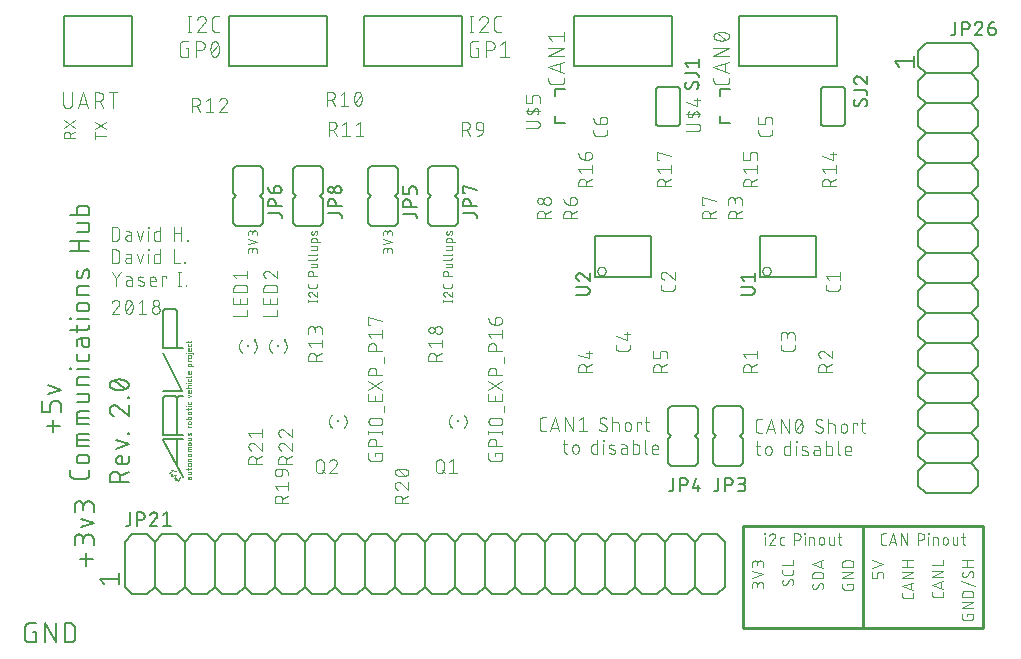
<source format=gbr>
G04 EAGLE Gerber RS-274X export*
G75*
%MOMM*%
%FSLAX34Y34*%
%LPD*%
%INSilkscreen Top*%
%IPPOS*%
%AMOC8*
5,1,8,0,0,1.08239X$1,22.5*%
G01*
%ADD10C,0.101600*%
%ADD11C,0.076200*%
%ADD12C,0.152400*%
%ADD13C,0.254000*%
%ADD14C,0.127000*%
%ADD15R,0.200000X0.200000*%
%ADD16R,0.250000X0.150000*%
%ADD17C,0.050800*%


D10*
X75121Y343408D02*
X75121Y355092D01*
X78366Y355092D01*
X78479Y355090D01*
X78592Y355084D01*
X78705Y355074D01*
X78818Y355060D01*
X78930Y355043D01*
X79041Y355021D01*
X79151Y354996D01*
X79261Y354966D01*
X79369Y354933D01*
X79476Y354896D01*
X79582Y354856D01*
X79686Y354811D01*
X79789Y354763D01*
X79890Y354712D01*
X79989Y354657D01*
X80086Y354599D01*
X80181Y354537D01*
X80274Y354472D01*
X80364Y354404D01*
X80452Y354333D01*
X80538Y354258D01*
X80621Y354181D01*
X80701Y354101D01*
X80778Y354018D01*
X80853Y353932D01*
X80924Y353844D01*
X80992Y353754D01*
X81057Y353661D01*
X81119Y353566D01*
X81177Y353469D01*
X81232Y353370D01*
X81283Y353269D01*
X81331Y353166D01*
X81376Y353062D01*
X81416Y352956D01*
X81453Y352849D01*
X81486Y352741D01*
X81516Y352631D01*
X81541Y352521D01*
X81563Y352410D01*
X81580Y352298D01*
X81594Y352185D01*
X81604Y352072D01*
X81610Y351959D01*
X81612Y351846D01*
X81612Y346654D01*
X81610Y346541D01*
X81604Y346428D01*
X81594Y346315D01*
X81580Y346202D01*
X81563Y346090D01*
X81541Y345979D01*
X81516Y345869D01*
X81486Y345759D01*
X81453Y345651D01*
X81416Y345544D01*
X81376Y345438D01*
X81331Y345334D01*
X81283Y345231D01*
X81232Y345130D01*
X81177Y345031D01*
X81119Y344934D01*
X81057Y344839D01*
X80992Y344746D01*
X80924Y344656D01*
X80853Y344568D01*
X80778Y344482D01*
X80701Y344399D01*
X80621Y344319D01*
X80538Y344242D01*
X80452Y344167D01*
X80364Y344096D01*
X80274Y344028D01*
X80181Y343963D01*
X80086Y343901D01*
X79989Y343843D01*
X79890Y343788D01*
X79789Y343737D01*
X79686Y343689D01*
X79582Y343644D01*
X79476Y343604D01*
X79369Y343567D01*
X79261Y343534D01*
X79151Y343504D01*
X79041Y343479D01*
X78930Y343457D01*
X78818Y343440D01*
X78705Y343426D01*
X78592Y343416D01*
X78479Y343410D01*
X78366Y343408D01*
X75121Y343408D01*
X89032Y347952D02*
X91953Y347952D01*
X89032Y347952D02*
X88938Y347950D01*
X88844Y347944D01*
X88751Y347935D01*
X88658Y347921D01*
X88566Y347904D01*
X88474Y347882D01*
X88384Y347858D01*
X88294Y347829D01*
X88206Y347797D01*
X88119Y347761D01*
X88034Y347721D01*
X87951Y347678D01*
X87869Y347632D01*
X87789Y347582D01*
X87712Y347529D01*
X87637Y347473D01*
X87564Y347414D01*
X87493Y347352D01*
X87425Y347287D01*
X87360Y347219D01*
X87298Y347148D01*
X87239Y347075D01*
X87183Y347000D01*
X87130Y346923D01*
X87080Y346843D01*
X87034Y346761D01*
X86991Y346678D01*
X86951Y346593D01*
X86915Y346506D01*
X86883Y346418D01*
X86854Y346328D01*
X86830Y346238D01*
X86808Y346146D01*
X86791Y346054D01*
X86777Y345961D01*
X86768Y345868D01*
X86762Y345774D01*
X86760Y345680D01*
X86762Y345586D01*
X86768Y345492D01*
X86777Y345399D01*
X86791Y345306D01*
X86808Y345214D01*
X86830Y345122D01*
X86854Y345032D01*
X86883Y344942D01*
X86915Y344854D01*
X86951Y344767D01*
X86991Y344682D01*
X87034Y344599D01*
X87080Y344517D01*
X87130Y344437D01*
X87183Y344360D01*
X87239Y344285D01*
X87298Y344212D01*
X87360Y344141D01*
X87425Y344073D01*
X87493Y344008D01*
X87564Y343946D01*
X87637Y343887D01*
X87712Y343831D01*
X87789Y343778D01*
X87869Y343728D01*
X87951Y343682D01*
X88034Y343639D01*
X88119Y343599D01*
X88206Y343563D01*
X88294Y343531D01*
X88384Y343502D01*
X88474Y343478D01*
X88566Y343456D01*
X88658Y343439D01*
X88751Y343425D01*
X88844Y343416D01*
X88938Y343410D01*
X89032Y343408D01*
X91953Y343408D01*
X91953Y349250D01*
X91952Y349250D02*
X91950Y349337D01*
X91944Y349425D01*
X91934Y349511D01*
X91921Y349598D01*
X91903Y349683D01*
X91882Y349768D01*
X91857Y349852D01*
X91828Y349934D01*
X91795Y350015D01*
X91759Y350095D01*
X91720Y350173D01*
X91676Y350249D01*
X91630Y350323D01*
X91580Y350394D01*
X91527Y350464D01*
X91471Y350531D01*
X91412Y350595D01*
X91350Y350657D01*
X91286Y350716D01*
X91219Y350772D01*
X91149Y350825D01*
X91078Y350875D01*
X91004Y350921D01*
X90928Y350965D01*
X90850Y351004D01*
X90770Y351040D01*
X90689Y351073D01*
X90607Y351102D01*
X90523Y351127D01*
X90438Y351148D01*
X90353Y351166D01*
X90266Y351179D01*
X90180Y351189D01*
X90092Y351195D01*
X90005Y351197D01*
X87409Y351197D01*
X96725Y351197D02*
X99321Y343408D01*
X101917Y351197D01*
X106179Y351197D02*
X106179Y343408D01*
X105854Y354443D02*
X105854Y355092D01*
X106504Y355092D01*
X106504Y354443D01*
X105854Y354443D01*
X115956Y355092D02*
X115956Y343408D01*
X112710Y343408D01*
X112623Y343410D01*
X112535Y343416D01*
X112449Y343426D01*
X112362Y343439D01*
X112277Y343457D01*
X112192Y343478D01*
X112108Y343503D01*
X112026Y343532D01*
X111945Y343565D01*
X111865Y343601D01*
X111787Y343640D01*
X111711Y343684D01*
X111637Y343730D01*
X111566Y343780D01*
X111496Y343833D01*
X111429Y343889D01*
X111365Y343948D01*
X111303Y344010D01*
X111244Y344074D01*
X111188Y344141D01*
X111135Y344211D01*
X111085Y344282D01*
X111039Y344356D01*
X110995Y344432D01*
X110956Y344510D01*
X110920Y344590D01*
X110887Y344671D01*
X110858Y344753D01*
X110833Y344837D01*
X110812Y344922D01*
X110794Y345007D01*
X110781Y345094D01*
X110771Y345180D01*
X110765Y345268D01*
X110763Y345355D01*
X110763Y349250D01*
X110765Y349337D01*
X110771Y349425D01*
X110781Y349511D01*
X110794Y349598D01*
X110812Y349683D01*
X110833Y349768D01*
X110858Y349852D01*
X110887Y349934D01*
X110920Y350015D01*
X110956Y350095D01*
X110995Y350173D01*
X111039Y350249D01*
X111085Y350323D01*
X111135Y350394D01*
X111188Y350464D01*
X111244Y350531D01*
X111303Y350595D01*
X111365Y350657D01*
X111429Y350716D01*
X111496Y350772D01*
X111566Y350825D01*
X111637Y350875D01*
X111711Y350921D01*
X111787Y350965D01*
X111865Y351004D01*
X111945Y351040D01*
X112026Y351073D01*
X112108Y351102D01*
X112192Y351127D01*
X112277Y351148D01*
X112362Y351166D01*
X112449Y351179D01*
X112535Y351189D01*
X112623Y351195D01*
X112710Y351197D01*
X115956Y351197D01*
X127698Y355092D02*
X127698Y343408D01*
X127698Y349899D02*
X134189Y349899D01*
X134189Y355092D02*
X134189Y343408D01*
X139001Y343408D02*
X139001Y344057D01*
X139650Y344057D01*
X139650Y343408D01*
X139001Y343408D01*
X75121Y336042D02*
X75121Y324358D01*
X75121Y336042D02*
X78366Y336042D01*
X78479Y336040D01*
X78592Y336034D01*
X78705Y336024D01*
X78818Y336010D01*
X78930Y335993D01*
X79041Y335971D01*
X79151Y335946D01*
X79261Y335916D01*
X79369Y335883D01*
X79476Y335846D01*
X79582Y335806D01*
X79686Y335761D01*
X79789Y335713D01*
X79890Y335662D01*
X79989Y335607D01*
X80086Y335549D01*
X80181Y335487D01*
X80274Y335422D01*
X80364Y335354D01*
X80452Y335283D01*
X80538Y335208D01*
X80621Y335131D01*
X80701Y335051D01*
X80778Y334968D01*
X80853Y334882D01*
X80924Y334794D01*
X80992Y334704D01*
X81057Y334611D01*
X81119Y334516D01*
X81177Y334419D01*
X81232Y334320D01*
X81283Y334219D01*
X81331Y334116D01*
X81376Y334012D01*
X81416Y333906D01*
X81453Y333799D01*
X81486Y333691D01*
X81516Y333581D01*
X81541Y333471D01*
X81563Y333360D01*
X81580Y333248D01*
X81594Y333135D01*
X81604Y333022D01*
X81610Y332909D01*
X81612Y332796D01*
X81612Y327604D01*
X81610Y327491D01*
X81604Y327378D01*
X81594Y327265D01*
X81580Y327152D01*
X81563Y327040D01*
X81541Y326929D01*
X81516Y326819D01*
X81486Y326709D01*
X81453Y326601D01*
X81416Y326494D01*
X81376Y326388D01*
X81331Y326284D01*
X81283Y326181D01*
X81232Y326080D01*
X81177Y325981D01*
X81119Y325884D01*
X81057Y325789D01*
X80992Y325696D01*
X80924Y325606D01*
X80853Y325518D01*
X80778Y325432D01*
X80701Y325349D01*
X80621Y325269D01*
X80538Y325192D01*
X80452Y325117D01*
X80364Y325046D01*
X80274Y324978D01*
X80181Y324913D01*
X80086Y324851D01*
X79989Y324793D01*
X79890Y324738D01*
X79789Y324687D01*
X79686Y324639D01*
X79582Y324594D01*
X79476Y324554D01*
X79369Y324517D01*
X79261Y324484D01*
X79151Y324454D01*
X79041Y324429D01*
X78930Y324407D01*
X78818Y324390D01*
X78705Y324376D01*
X78592Y324366D01*
X78479Y324360D01*
X78366Y324358D01*
X75121Y324358D01*
X89032Y328902D02*
X91953Y328902D01*
X89032Y328902D02*
X88938Y328900D01*
X88844Y328894D01*
X88751Y328885D01*
X88658Y328871D01*
X88566Y328854D01*
X88474Y328832D01*
X88384Y328808D01*
X88294Y328779D01*
X88206Y328747D01*
X88119Y328711D01*
X88034Y328671D01*
X87951Y328628D01*
X87869Y328582D01*
X87789Y328532D01*
X87712Y328479D01*
X87637Y328423D01*
X87564Y328364D01*
X87493Y328302D01*
X87425Y328237D01*
X87360Y328169D01*
X87298Y328098D01*
X87239Y328025D01*
X87183Y327950D01*
X87130Y327873D01*
X87080Y327793D01*
X87034Y327711D01*
X86991Y327628D01*
X86951Y327543D01*
X86915Y327456D01*
X86883Y327368D01*
X86854Y327278D01*
X86830Y327188D01*
X86808Y327096D01*
X86791Y327004D01*
X86777Y326911D01*
X86768Y326818D01*
X86762Y326724D01*
X86760Y326630D01*
X86762Y326536D01*
X86768Y326442D01*
X86777Y326349D01*
X86791Y326256D01*
X86808Y326164D01*
X86830Y326072D01*
X86854Y325982D01*
X86883Y325892D01*
X86915Y325804D01*
X86951Y325717D01*
X86991Y325632D01*
X87034Y325549D01*
X87080Y325467D01*
X87130Y325387D01*
X87183Y325310D01*
X87239Y325235D01*
X87298Y325162D01*
X87360Y325091D01*
X87425Y325023D01*
X87493Y324958D01*
X87564Y324896D01*
X87637Y324837D01*
X87712Y324781D01*
X87789Y324728D01*
X87869Y324678D01*
X87951Y324632D01*
X88034Y324589D01*
X88119Y324549D01*
X88206Y324513D01*
X88294Y324481D01*
X88384Y324452D01*
X88474Y324428D01*
X88566Y324406D01*
X88658Y324389D01*
X88751Y324375D01*
X88844Y324366D01*
X88938Y324360D01*
X89032Y324358D01*
X91953Y324358D01*
X91953Y330200D01*
X91952Y330200D02*
X91950Y330287D01*
X91944Y330375D01*
X91934Y330461D01*
X91921Y330548D01*
X91903Y330633D01*
X91882Y330718D01*
X91857Y330802D01*
X91828Y330884D01*
X91795Y330965D01*
X91759Y331045D01*
X91720Y331123D01*
X91676Y331199D01*
X91630Y331273D01*
X91580Y331344D01*
X91527Y331414D01*
X91471Y331481D01*
X91412Y331545D01*
X91350Y331607D01*
X91286Y331666D01*
X91219Y331722D01*
X91149Y331775D01*
X91078Y331825D01*
X91004Y331871D01*
X90928Y331915D01*
X90850Y331954D01*
X90770Y331990D01*
X90689Y332023D01*
X90607Y332052D01*
X90523Y332077D01*
X90438Y332098D01*
X90353Y332116D01*
X90266Y332129D01*
X90180Y332139D01*
X90092Y332145D01*
X90005Y332147D01*
X87409Y332147D01*
X96725Y332147D02*
X99321Y324358D01*
X101917Y332147D01*
X106179Y332147D02*
X106179Y324358D01*
X105854Y335393D02*
X105854Y336042D01*
X106504Y336042D01*
X106504Y335393D01*
X105854Y335393D01*
X115956Y336042D02*
X115956Y324358D01*
X112710Y324358D01*
X112623Y324360D01*
X112535Y324366D01*
X112449Y324376D01*
X112362Y324389D01*
X112277Y324407D01*
X112192Y324428D01*
X112108Y324453D01*
X112026Y324482D01*
X111945Y324515D01*
X111865Y324551D01*
X111787Y324590D01*
X111711Y324634D01*
X111637Y324680D01*
X111566Y324730D01*
X111496Y324783D01*
X111429Y324839D01*
X111365Y324898D01*
X111303Y324960D01*
X111244Y325024D01*
X111188Y325091D01*
X111135Y325161D01*
X111085Y325232D01*
X111039Y325306D01*
X110995Y325382D01*
X110956Y325460D01*
X110920Y325540D01*
X110887Y325621D01*
X110858Y325703D01*
X110833Y325787D01*
X110812Y325872D01*
X110794Y325957D01*
X110781Y326044D01*
X110771Y326130D01*
X110765Y326218D01*
X110763Y326305D01*
X110763Y330200D01*
X110765Y330287D01*
X110771Y330375D01*
X110781Y330461D01*
X110794Y330548D01*
X110812Y330633D01*
X110833Y330718D01*
X110858Y330802D01*
X110887Y330884D01*
X110920Y330965D01*
X110956Y331045D01*
X110995Y331123D01*
X111039Y331199D01*
X111085Y331273D01*
X111135Y331344D01*
X111188Y331414D01*
X111244Y331481D01*
X111303Y331545D01*
X111365Y331607D01*
X111429Y331666D01*
X111496Y331722D01*
X111566Y331775D01*
X111637Y331825D01*
X111711Y331871D01*
X111787Y331915D01*
X111865Y331954D01*
X111945Y331990D01*
X112026Y332023D01*
X112108Y332052D01*
X112192Y332077D01*
X112277Y332098D01*
X112362Y332116D01*
X112449Y332129D01*
X112535Y332139D01*
X112623Y332145D01*
X112710Y332147D01*
X115956Y332147D01*
X127721Y336042D02*
X127721Y324358D01*
X132914Y324358D01*
X136715Y324358D02*
X136715Y325007D01*
X137364Y325007D01*
X137364Y324358D01*
X136715Y324358D01*
X79015Y311475D02*
X75121Y316992D01*
X79015Y311475D02*
X82910Y316992D01*
X79015Y311475D02*
X79015Y305308D01*
X89300Y309852D02*
X92221Y309852D01*
X89300Y309852D02*
X89206Y309850D01*
X89112Y309844D01*
X89019Y309835D01*
X88926Y309821D01*
X88834Y309804D01*
X88742Y309782D01*
X88652Y309758D01*
X88562Y309729D01*
X88474Y309697D01*
X88387Y309661D01*
X88302Y309621D01*
X88219Y309578D01*
X88137Y309532D01*
X88057Y309482D01*
X87980Y309429D01*
X87905Y309373D01*
X87832Y309314D01*
X87761Y309252D01*
X87693Y309187D01*
X87628Y309119D01*
X87566Y309048D01*
X87507Y308975D01*
X87451Y308900D01*
X87398Y308823D01*
X87348Y308743D01*
X87302Y308661D01*
X87259Y308578D01*
X87219Y308493D01*
X87183Y308406D01*
X87151Y308318D01*
X87122Y308228D01*
X87098Y308138D01*
X87076Y308046D01*
X87059Y307954D01*
X87045Y307861D01*
X87036Y307768D01*
X87030Y307674D01*
X87028Y307580D01*
X87030Y307486D01*
X87036Y307392D01*
X87045Y307299D01*
X87059Y307206D01*
X87076Y307114D01*
X87098Y307022D01*
X87122Y306932D01*
X87151Y306842D01*
X87183Y306754D01*
X87219Y306667D01*
X87259Y306582D01*
X87302Y306499D01*
X87348Y306417D01*
X87398Y306337D01*
X87451Y306260D01*
X87507Y306185D01*
X87566Y306112D01*
X87628Y306041D01*
X87693Y305973D01*
X87761Y305908D01*
X87832Y305846D01*
X87905Y305787D01*
X87980Y305731D01*
X88057Y305678D01*
X88137Y305628D01*
X88219Y305582D01*
X88302Y305539D01*
X88387Y305499D01*
X88474Y305463D01*
X88562Y305431D01*
X88652Y305402D01*
X88742Y305378D01*
X88834Y305356D01*
X88926Y305339D01*
X89019Y305325D01*
X89112Y305316D01*
X89206Y305310D01*
X89300Y305308D01*
X92221Y305308D01*
X92221Y311150D01*
X92220Y311150D02*
X92218Y311237D01*
X92212Y311325D01*
X92202Y311411D01*
X92189Y311498D01*
X92171Y311583D01*
X92150Y311668D01*
X92125Y311752D01*
X92096Y311834D01*
X92063Y311915D01*
X92027Y311995D01*
X91988Y312073D01*
X91944Y312149D01*
X91898Y312223D01*
X91848Y312294D01*
X91795Y312364D01*
X91739Y312431D01*
X91680Y312495D01*
X91618Y312557D01*
X91554Y312616D01*
X91487Y312672D01*
X91417Y312725D01*
X91346Y312775D01*
X91272Y312821D01*
X91196Y312865D01*
X91118Y312904D01*
X91038Y312940D01*
X90957Y312973D01*
X90875Y313002D01*
X90791Y313027D01*
X90706Y313048D01*
X90621Y313066D01*
X90534Y313079D01*
X90448Y313089D01*
X90360Y313095D01*
X90273Y313097D01*
X87677Y313097D01*
X98347Y309852D02*
X101593Y308554D01*
X98347Y309851D02*
X98272Y309884D01*
X98198Y309920D01*
X98126Y309959D01*
X98056Y310002D01*
X97989Y310048D01*
X97923Y310098D01*
X97861Y310150D01*
X97800Y310206D01*
X97743Y310264D01*
X97688Y310325D01*
X97637Y310389D01*
X97589Y310455D01*
X97544Y310524D01*
X97502Y310594D01*
X97464Y310667D01*
X97429Y310741D01*
X97398Y310817D01*
X97371Y310894D01*
X97348Y310973D01*
X97328Y311052D01*
X97313Y311133D01*
X97301Y311214D01*
X97293Y311296D01*
X97289Y311377D01*
X97290Y311459D01*
X97294Y311541D01*
X97302Y311623D01*
X97314Y311704D01*
X97330Y311784D01*
X97350Y311864D01*
X97374Y311942D01*
X97402Y312019D01*
X97433Y312095D01*
X97468Y312169D01*
X97506Y312241D01*
X97548Y312312D01*
X97594Y312380D01*
X97642Y312446D01*
X97694Y312509D01*
X97749Y312570D01*
X97807Y312628D01*
X97867Y312684D01*
X97930Y312736D01*
X97996Y312785D01*
X98064Y312831D01*
X98134Y312873D01*
X98206Y312913D01*
X98280Y312948D01*
X98355Y312980D01*
X98432Y313008D01*
X98510Y313032D01*
X98590Y313053D01*
X98670Y313070D01*
X98751Y313082D01*
X98832Y313091D01*
X98914Y313096D01*
X98996Y313097D01*
X99173Y313093D01*
X99350Y313084D01*
X99527Y313070D01*
X99704Y313053D01*
X99879Y313031D01*
X100055Y313006D01*
X100229Y312975D01*
X100403Y312941D01*
X100576Y312903D01*
X100748Y312860D01*
X100919Y312813D01*
X101089Y312763D01*
X101258Y312708D01*
X101425Y312649D01*
X101590Y312586D01*
X101755Y312519D01*
X101917Y312448D01*
X101593Y308554D02*
X101668Y308521D01*
X101742Y308485D01*
X101814Y308446D01*
X101884Y308403D01*
X101951Y308357D01*
X102017Y308307D01*
X102079Y308255D01*
X102140Y308199D01*
X102197Y308141D01*
X102252Y308080D01*
X102303Y308016D01*
X102351Y307950D01*
X102396Y307881D01*
X102438Y307811D01*
X102476Y307738D01*
X102511Y307664D01*
X102542Y307588D01*
X102569Y307511D01*
X102592Y307432D01*
X102612Y307353D01*
X102627Y307272D01*
X102639Y307191D01*
X102647Y307109D01*
X102651Y307028D01*
X102650Y306946D01*
X102646Y306864D01*
X102638Y306782D01*
X102626Y306701D01*
X102610Y306621D01*
X102590Y306541D01*
X102566Y306463D01*
X102538Y306386D01*
X102507Y306310D01*
X102472Y306236D01*
X102434Y306164D01*
X102392Y306093D01*
X102346Y306025D01*
X102298Y305959D01*
X102246Y305896D01*
X102191Y305835D01*
X102133Y305777D01*
X102073Y305721D01*
X102010Y305669D01*
X101944Y305620D01*
X101876Y305574D01*
X101806Y305532D01*
X101734Y305492D01*
X101660Y305457D01*
X101585Y305425D01*
X101508Y305397D01*
X101430Y305373D01*
X101350Y305352D01*
X101270Y305335D01*
X101189Y305323D01*
X101108Y305314D01*
X101026Y305309D01*
X100944Y305308D01*
X100684Y305315D01*
X100424Y305328D01*
X100164Y305347D01*
X99905Y305372D01*
X99646Y305404D01*
X99389Y305441D01*
X99132Y305485D01*
X98876Y305534D01*
X98622Y305590D01*
X98369Y305651D01*
X98118Y305719D01*
X97868Y305793D01*
X97620Y305872D01*
X97374Y305957D01*
X109227Y305308D02*
X112473Y305308D01*
X109227Y305308D02*
X109140Y305310D01*
X109052Y305316D01*
X108966Y305326D01*
X108879Y305339D01*
X108794Y305357D01*
X108709Y305378D01*
X108625Y305403D01*
X108543Y305432D01*
X108462Y305465D01*
X108382Y305501D01*
X108304Y305540D01*
X108228Y305584D01*
X108154Y305630D01*
X108083Y305680D01*
X108013Y305733D01*
X107946Y305789D01*
X107882Y305848D01*
X107820Y305910D01*
X107761Y305974D01*
X107705Y306041D01*
X107652Y306111D01*
X107602Y306182D01*
X107556Y306256D01*
X107512Y306332D01*
X107473Y306410D01*
X107437Y306490D01*
X107404Y306571D01*
X107375Y306653D01*
X107350Y306737D01*
X107329Y306822D01*
X107311Y306907D01*
X107298Y306994D01*
X107288Y307080D01*
X107282Y307168D01*
X107280Y307255D01*
X107280Y310501D01*
X107282Y310602D01*
X107288Y310702D01*
X107298Y310802D01*
X107311Y310902D01*
X107329Y311001D01*
X107350Y311100D01*
X107375Y311197D01*
X107404Y311294D01*
X107437Y311389D01*
X107473Y311483D01*
X107513Y311575D01*
X107556Y311666D01*
X107603Y311755D01*
X107653Y311842D01*
X107707Y311928D01*
X107764Y312011D01*
X107824Y312091D01*
X107887Y312170D01*
X107954Y312246D01*
X108023Y312319D01*
X108095Y312389D01*
X108169Y312457D01*
X108246Y312522D01*
X108326Y312583D01*
X108408Y312642D01*
X108492Y312697D01*
X108578Y312749D01*
X108666Y312798D01*
X108756Y312843D01*
X108848Y312885D01*
X108941Y312923D01*
X109036Y312957D01*
X109131Y312988D01*
X109228Y313015D01*
X109326Y313038D01*
X109425Y313058D01*
X109525Y313073D01*
X109625Y313085D01*
X109725Y313093D01*
X109826Y313097D01*
X109926Y313097D01*
X110027Y313093D01*
X110127Y313085D01*
X110227Y313073D01*
X110327Y313058D01*
X110426Y313038D01*
X110524Y313015D01*
X110621Y312988D01*
X110716Y312957D01*
X110811Y312923D01*
X110904Y312885D01*
X110996Y312843D01*
X111086Y312798D01*
X111174Y312749D01*
X111260Y312697D01*
X111344Y312642D01*
X111426Y312583D01*
X111506Y312522D01*
X111583Y312457D01*
X111657Y312389D01*
X111729Y312319D01*
X111798Y312246D01*
X111865Y312170D01*
X111928Y312091D01*
X111988Y312011D01*
X112045Y311928D01*
X112099Y311842D01*
X112149Y311755D01*
X112196Y311666D01*
X112239Y311575D01*
X112279Y311483D01*
X112315Y311389D01*
X112348Y311294D01*
X112377Y311197D01*
X112402Y311100D01*
X112423Y311001D01*
X112441Y310902D01*
X112454Y310802D01*
X112464Y310702D01*
X112470Y310602D01*
X112472Y310501D01*
X112473Y310501D02*
X112473Y309203D01*
X107280Y309203D01*
X117633Y305308D02*
X117633Y313097D01*
X121528Y313097D01*
X121528Y311799D01*
X132355Y316992D02*
X132355Y305308D01*
X131057Y305308D02*
X133653Y305308D01*
X133653Y316992D02*
X131057Y316992D01*
X137746Y305957D02*
X137746Y305308D01*
X137746Y305957D02*
X138395Y305957D01*
X138395Y305308D01*
X137746Y305308D01*
X81612Y290259D02*
X81610Y290366D01*
X81604Y290472D01*
X81594Y290578D01*
X81581Y290684D01*
X81563Y290790D01*
X81542Y290894D01*
X81517Y290998D01*
X81488Y291101D01*
X81456Y291202D01*
X81419Y291302D01*
X81379Y291401D01*
X81336Y291499D01*
X81289Y291595D01*
X81238Y291689D01*
X81184Y291781D01*
X81127Y291871D01*
X81067Y291959D01*
X81003Y292044D01*
X80936Y292127D01*
X80866Y292208D01*
X80794Y292286D01*
X80718Y292362D01*
X80640Y292434D01*
X80559Y292504D01*
X80476Y292571D01*
X80391Y292635D01*
X80303Y292695D01*
X80213Y292752D01*
X80121Y292806D01*
X80027Y292857D01*
X79931Y292904D01*
X79833Y292947D01*
X79734Y292987D01*
X79634Y293024D01*
X79533Y293056D01*
X79430Y293085D01*
X79326Y293110D01*
X79222Y293131D01*
X79116Y293149D01*
X79010Y293162D01*
X78904Y293172D01*
X78798Y293178D01*
X78691Y293180D01*
X78570Y293178D01*
X78449Y293172D01*
X78329Y293162D01*
X78208Y293149D01*
X78089Y293131D01*
X77969Y293110D01*
X77851Y293085D01*
X77734Y293056D01*
X77617Y293023D01*
X77502Y292987D01*
X77388Y292946D01*
X77275Y292903D01*
X77163Y292855D01*
X77054Y292804D01*
X76946Y292749D01*
X76839Y292691D01*
X76735Y292630D01*
X76633Y292565D01*
X76533Y292497D01*
X76435Y292426D01*
X76339Y292352D01*
X76246Y292275D01*
X76156Y292194D01*
X76068Y292111D01*
X75983Y292025D01*
X75900Y291936D01*
X75821Y291845D01*
X75744Y291751D01*
X75671Y291655D01*
X75601Y291557D01*
X75534Y291456D01*
X75470Y291353D01*
X75410Y291248D01*
X75353Y291141D01*
X75299Y291033D01*
X75249Y290923D01*
X75203Y290811D01*
X75160Y290698D01*
X75121Y290583D01*
X80638Y287987D02*
X80717Y288064D01*
X80793Y288145D01*
X80866Y288228D01*
X80936Y288313D01*
X81003Y288401D01*
X81067Y288491D01*
X81127Y288583D01*
X81184Y288678D01*
X81238Y288774D01*
X81289Y288872D01*
X81336Y288972D01*
X81380Y289074D01*
X81420Y289177D01*
X81456Y289281D01*
X81488Y289387D01*
X81517Y289493D01*
X81542Y289601D01*
X81564Y289709D01*
X81581Y289819D01*
X81595Y289928D01*
X81604Y290038D01*
X81610Y290149D01*
X81612Y290259D01*
X80638Y287987D02*
X75121Y281496D01*
X81612Y281496D01*
X86551Y287338D02*
X86554Y287568D01*
X86562Y287798D01*
X86576Y288027D01*
X86595Y288256D01*
X86620Y288485D01*
X86650Y288712D01*
X86685Y288940D01*
X86726Y289166D01*
X86772Y289391D01*
X86824Y289615D01*
X86881Y289837D01*
X86943Y290059D01*
X87011Y290278D01*
X87084Y290496D01*
X87162Y290713D01*
X87245Y290927D01*
X87333Y291139D01*
X87426Y291349D01*
X87525Y291557D01*
X87524Y291557D02*
X87557Y291647D01*
X87593Y291736D01*
X87633Y291824D01*
X87677Y291909D01*
X87724Y291993D01*
X87774Y292075D01*
X87828Y292155D01*
X87884Y292232D01*
X87944Y292308D01*
X88007Y292381D01*
X88072Y292451D01*
X88141Y292519D01*
X88212Y292583D01*
X88285Y292645D01*
X88361Y292704D01*
X88439Y292760D01*
X88520Y292813D01*
X88602Y292862D01*
X88686Y292908D01*
X88773Y292951D01*
X88860Y292990D01*
X88950Y293026D01*
X89040Y293058D01*
X89132Y293086D01*
X89225Y293111D01*
X89319Y293132D01*
X89413Y293149D01*
X89508Y293163D01*
X89604Y293172D01*
X89700Y293178D01*
X89796Y293180D01*
X89892Y293178D01*
X89988Y293172D01*
X90084Y293163D01*
X90179Y293149D01*
X90273Y293132D01*
X90367Y293111D01*
X90460Y293086D01*
X90552Y293058D01*
X90642Y293026D01*
X90732Y292990D01*
X90819Y292951D01*
X90906Y292908D01*
X90990Y292862D01*
X91072Y292813D01*
X91153Y292760D01*
X91231Y292704D01*
X91307Y292645D01*
X91380Y292583D01*
X91451Y292519D01*
X91520Y292451D01*
X91585Y292381D01*
X91648Y292308D01*
X91708Y292232D01*
X91764Y292155D01*
X91818Y292075D01*
X91868Y291993D01*
X91915Y291909D01*
X91959Y291824D01*
X91999Y291736D01*
X92035Y291647D01*
X92068Y291557D01*
X92167Y291350D01*
X92260Y291140D01*
X92348Y290927D01*
X92431Y290713D01*
X92509Y290497D01*
X92582Y290279D01*
X92650Y290059D01*
X92712Y289838D01*
X92769Y289615D01*
X92821Y289391D01*
X92867Y289166D01*
X92908Y288940D01*
X92943Y288713D01*
X92973Y288485D01*
X92998Y288256D01*
X93017Y288027D01*
X93031Y287798D01*
X93039Y287568D01*
X93042Y287338D01*
X86550Y287338D02*
X86553Y287108D01*
X86561Y286878D01*
X86575Y286649D01*
X86594Y286420D01*
X86619Y286191D01*
X86649Y285963D01*
X86684Y285736D01*
X86725Y285510D01*
X86771Y285285D01*
X86823Y285061D01*
X86880Y284838D01*
X86942Y284617D01*
X87010Y284397D01*
X87083Y284179D01*
X87161Y283963D01*
X87244Y283749D01*
X87332Y283537D01*
X87425Y283326D01*
X87524Y283119D01*
X87524Y283118D02*
X87557Y283028D01*
X87593Y282939D01*
X87634Y282851D01*
X87677Y282766D01*
X87724Y282682D01*
X87774Y282600D01*
X87828Y282520D01*
X87884Y282443D01*
X87944Y282367D01*
X88007Y282294D01*
X88072Y282224D01*
X88141Y282156D01*
X88212Y282092D01*
X88285Y282030D01*
X88361Y281971D01*
X88439Y281915D01*
X88520Y281862D01*
X88602Y281813D01*
X88686Y281767D01*
X88773Y281724D01*
X88860Y281685D01*
X88950Y281649D01*
X89040Y281617D01*
X89132Y281589D01*
X89225Y281564D01*
X89319Y281543D01*
X89413Y281526D01*
X89508Y281512D01*
X89604Y281503D01*
X89700Y281497D01*
X89796Y281495D01*
X92068Y283119D02*
X92167Y283326D01*
X92260Y283537D01*
X92348Y283749D01*
X92431Y283963D01*
X92509Y284179D01*
X92582Y284397D01*
X92650Y284617D01*
X92712Y284838D01*
X92769Y285061D01*
X92821Y285285D01*
X92867Y285510D01*
X92908Y285736D01*
X92943Y285963D01*
X92973Y286191D01*
X92998Y286420D01*
X93017Y286649D01*
X93031Y286878D01*
X93039Y287108D01*
X93042Y287338D01*
X92068Y283118D02*
X92035Y283028D01*
X91999Y282939D01*
X91959Y282851D01*
X91915Y282766D01*
X91868Y282682D01*
X91818Y282600D01*
X91764Y282520D01*
X91708Y282443D01*
X91648Y282367D01*
X91585Y282294D01*
X91520Y282224D01*
X91451Y282156D01*
X91380Y282092D01*
X91307Y282030D01*
X91231Y281971D01*
X91153Y281915D01*
X91072Y281862D01*
X90990Y281813D01*
X90906Y281767D01*
X90819Y281724D01*
X90732Y281685D01*
X90642Y281649D01*
X90552Y281617D01*
X90460Y281589D01*
X90367Y281564D01*
X90273Y281543D01*
X90179Y281526D01*
X90084Y281512D01*
X89988Y281503D01*
X89892Y281497D01*
X89796Y281495D01*
X87200Y284092D02*
X92392Y290583D01*
X97980Y290583D02*
X101226Y293180D01*
X101226Y281496D01*
X97980Y281496D02*
X104472Y281496D01*
X109410Y284741D02*
X109412Y284854D01*
X109418Y284967D01*
X109428Y285080D01*
X109442Y285193D01*
X109459Y285305D01*
X109481Y285416D01*
X109506Y285526D01*
X109536Y285636D01*
X109569Y285744D01*
X109606Y285851D01*
X109646Y285957D01*
X109691Y286061D01*
X109739Y286164D01*
X109790Y286265D01*
X109845Y286364D01*
X109903Y286461D01*
X109965Y286556D01*
X110030Y286649D01*
X110098Y286739D01*
X110169Y286827D01*
X110244Y286913D01*
X110321Y286996D01*
X110401Y287076D01*
X110484Y287153D01*
X110570Y287228D01*
X110658Y287299D01*
X110748Y287367D01*
X110841Y287432D01*
X110936Y287494D01*
X111033Y287552D01*
X111132Y287607D01*
X111233Y287658D01*
X111336Y287706D01*
X111440Y287751D01*
X111546Y287791D01*
X111653Y287828D01*
X111761Y287861D01*
X111871Y287891D01*
X111981Y287916D01*
X112092Y287938D01*
X112204Y287955D01*
X112317Y287969D01*
X112430Y287979D01*
X112543Y287985D01*
X112656Y287987D01*
X112769Y287985D01*
X112882Y287979D01*
X112995Y287969D01*
X113108Y287955D01*
X113220Y287938D01*
X113331Y287916D01*
X113441Y287891D01*
X113551Y287861D01*
X113659Y287828D01*
X113766Y287791D01*
X113872Y287751D01*
X113976Y287706D01*
X114079Y287658D01*
X114180Y287607D01*
X114279Y287552D01*
X114376Y287494D01*
X114471Y287432D01*
X114564Y287367D01*
X114654Y287299D01*
X114742Y287228D01*
X114828Y287153D01*
X114911Y287076D01*
X114991Y286996D01*
X115068Y286913D01*
X115143Y286827D01*
X115214Y286739D01*
X115282Y286649D01*
X115347Y286556D01*
X115409Y286461D01*
X115467Y286364D01*
X115522Y286265D01*
X115573Y286164D01*
X115621Y286061D01*
X115666Y285957D01*
X115706Y285851D01*
X115743Y285744D01*
X115776Y285636D01*
X115806Y285526D01*
X115831Y285416D01*
X115853Y285305D01*
X115870Y285193D01*
X115884Y285080D01*
X115894Y284967D01*
X115900Y284854D01*
X115902Y284741D01*
X115900Y284628D01*
X115894Y284515D01*
X115884Y284402D01*
X115870Y284289D01*
X115853Y284177D01*
X115831Y284066D01*
X115806Y283956D01*
X115776Y283846D01*
X115743Y283738D01*
X115706Y283631D01*
X115666Y283525D01*
X115621Y283421D01*
X115573Y283318D01*
X115522Y283217D01*
X115467Y283118D01*
X115409Y283021D01*
X115347Y282926D01*
X115282Y282833D01*
X115214Y282743D01*
X115143Y282655D01*
X115068Y282569D01*
X114991Y282486D01*
X114911Y282406D01*
X114828Y282329D01*
X114742Y282254D01*
X114654Y282183D01*
X114564Y282115D01*
X114471Y282050D01*
X114376Y281988D01*
X114279Y281930D01*
X114180Y281875D01*
X114079Y281824D01*
X113976Y281776D01*
X113872Y281731D01*
X113766Y281691D01*
X113659Y281654D01*
X113551Y281621D01*
X113441Y281591D01*
X113331Y281566D01*
X113220Y281544D01*
X113108Y281527D01*
X112995Y281513D01*
X112882Y281503D01*
X112769Y281497D01*
X112656Y281495D01*
X112543Y281497D01*
X112430Y281503D01*
X112317Y281513D01*
X112204Y281527D01*
X112092Y281544D01*
X111981Y281566D01*
X111871Y281591D01*
X111761Y281621D01*
X111653Y281654D01*
X111546Y281691D01*
X111440Y281731D01*
X111336Y281776D01*
X111233Y281824D01*
X111132Y281875D01*
X111033Y281930D01*
X110936Y281988D01*
X110841Y282050D01*
X110748Y282115D01*
X110658Y282183D01*
X110570Y282254D01*
X110484Y282329D01*
X110401Y282406D01*
X110321Y282486D01*
X110244Y282569D01*
X110169Y282655D01*
X110098Y282743D01*
X110030Y282833D01*
X109965Y282926D01*
X109903Y283021D01*
X109845Y283118D01*
X109790Y283217D01*
X109739Y283318D01*
X109691Y283421D01*
X109646Y283525D01*
X109606Y283631D01*
X109569Y283738D01*
X109536Y283846D01*
X109506Y283956D01*
X109481Y284066D01*
X109459Y284177D01*
X109442Y284289D01*
X109428Y284402D01*
X109418Y284515D01*
X109412Y284628D01*
X109410Y284741D01*
X110060Y290583D02*
X110062Y290684D01*
X110068Y290784D01*
X110078Y290884D01*
X110091Y290984D01*
X110109Y291083D01*
X110130Y291182D01*
X110155Y291279D01*
X110184Y291376D01*
X110217Y291471D01*
X110253Y291565D01*
X110293Y291657D01*
X110336Y291748D01*
X110383Y291837D01*
X110433Y291924D01*
X110487Y292010D01*
X110544Y292093D01*
X110604Y292173D01*
X110667Y292252D01*
X110734Y292328D01*
X110803Y292401D01*
X110875Y292471D01*
X110949Y292539D01*
X111026Y292604D01*
X111106Y292665D01*
X111188Y292724D01*
X111272Y292779D01*
X111358Y292831D01*
X111446Y292880D01*
X111536Y292925D01*
X111628Y292967D01*
X111721Y293005D01*
X111816Y293039D01*
X111911Y293070D01*
X112008Y293097D01*
X112106Y293120D01*
X112205Y293140D01*
X112305Y293155D01*
X112405Y293167D01*
X112505Y293175D01*
X112606Y293179D01*
X112706Y293179D01*
X112807Y293175D01*
X112907Y293167D01*
X113007Y293155D01*
X113107Y293140D01*
X113206Y293120D01*
X113304Y293097D01*
X113401Y293070D01*
X113496Y293039D01*
X113591Y293005D01*
X113684Y292967D01*
X113776Y292925D01*
X113866Y292880D01*
X113954Y292831D01*
X114040Y292779D01*
X114124Y292724D01*
X114206Y292665D01*
X114286Y292604D01*
X114363Y292539D01*
X114437Y292471D01*
X114509Y292401D01*
X114578Y292328D01*
X114645Y292252D01*
X114708Y292173D01*
X114768Y292093D01*
X114825Y292010D01*
X114879Y291924D01*
X114929Y291837D01*
X114976Y291748D01*
X115019Y291657D01*
X115059Y291565D01*
X115095Y291471D01*
X115128Y291376D01*
X115157Y291279D01*
X115182Y291182D01*
X115203Y291083D01*
X115221Y290984D01*
X115234Y290884D01*
X115244Y290784D01*
X115250Y290684D01*
X115252Y290583D01*
X115250Y290482D01*
X115244Y290382D01*
X115234Y290282D01*
X115221Y290182D01*
X115203Y290083D01*
X115182Y289984D01*
X115157Y289887D01*
X115128Y289790D01*
X115095Y289695D01*
X115059Y289601D01*
X115019Y289509D01*
X114976Y289418D01*
X114929Y289329D01*
X114879Y289242D01*
X114825Y289156D01*
X114768Y289073D01*
X114708Y288993D01*
X114645Y288914D01*
X114578Y288838D01*
X114509Y288765D01*
X114437Y288695D01*
X114363Y288627D01*
X114286Y288562D01*
X114206Y288501D01*
X114124Y288442D01*
X114040Y288387D01*
X113954Y288335D01*
X113866Y288286D01*
X113776Y288241D01*
X113684Y288199D01*
X113591Y288161D01*
X113496Y288127D01*
X113401Y288096D01*
X113304Y288069D01*
X113206Y288046D01*
X113107Y288026D01*
X113007Y288011D01*
X112907Y287999D01*
X112807Y287991D01*
X112706Y287987D01*
X112606Y287987D01*
X112505Y287991D01*
X112405Y287999D01*
X112305Y288011D01*
X112205Y288026D01*
X112106Y288046D01*
X112008Y288069D01*
X111911Y288096D01*
X111816Y288127D01*
X111721Y288161D01*
X111628Y288199D01*
X111536Y288241D01*
X111446Y288286D01*
X111358Y288335D01*
X111272Y288387D01*
X111188Y288442D01*
X111106Y288501D01*
X111026Y288562D01*
X110949Y288627D01*
X110875Y288695D01*
X110803Y288765D01*
X110734Y288838D01*
X110667Y288914D01*
X110604Y288993D01*
X110544Y289073D01*
X110487Y289156D01*
X110433Y289242D01*
X110383Y289329D01*
X110336Y289418D01*
X110293Y289509D01*
X110253Y289601D01*
X110217Y289695D01*
X110184Y289790D01*
X110155Y289887D01*
X110130Y289984D01*
X110109Y290083D01*
X110091Y290182D01*
X110078Y290282D01*
X110068Y290382D01*
X110062Y290482D01*
X110060Y290583D01*
X140971Y520319D02*
X140971Y533527D01*
X139503Y520319D02*
X142438Y520319D01*
X142438Y533527D02*
X139503Y533527D01*
X151579Y533527D02*
X151692Y533525D01*
X151804Y533519D01*
X151917Y533510D01*
X152029Y533496D01*
X152140Y533479D01*
X152251Y533458D01*
X152361Y533433D01*
X152470Y533405D01*
X152578Y533372D01*
X152685Y533336D01*
X152790Y533297D01*
X152895Y533254D01*
X152997Y533207D01*
X153098Y533157D01*
X153197Y533103D01*
X153295Y533046D01*
X153390Y532986D01*
X153483Y532923D01*
X153574Y532856D01*
X153663Y532786D01*
X153749Y532714D01*
X153833Y532638D01*
X153914Y532560D01*
X153992Y532479D01*
X154068Y532395D01*
X154140Y532309D01*
X154210Y532220D01*
X154277Y532129D01*
X154340Y532036D01*
X154400Y531941D01*
X154457Y531843D01*
X154511Y531744D01*
X154561Y531643D01*
X154608Y531541D01*
X154651Y531436D01*
X154690Y531331D01*
X154726Y531224D01*
X154759Y531116D01*
X154787Y531007D01*
X154812Y530897D01*
X154833Y530786D01*
X154850Y530675D01*
X154864Y530563D01*
X154873Y530450D01*
X154879Y530338D01*
X154881Y530225D01*
X151579Y533527D02*
X151452Y533525D01*
X151325Y533519D01*
X151198Y533510D01*
X151072Y533497D01*
X150946Y533480D01*
X150821Y533459D01*
X150696Y533434D01*
X150573Y533406D01*
X150450Y533374D01*
X150328Y533338D01*
X150207Y533299D01*
X150087Y533256D01*
X149969Y533210D01*
X149852Y533160D01*
X149737Y533106D01*
X149624Y533049D01*
X149512Y532989D01*
X149402Y532926D01*
X149294Y532859D01*
X149188Y532789D01*
X149084Y532716D01*
X148982Y532639D01*
X148883Y532560D01*
X148786Y532478D01*
X148692Y532393D01*
X148600Y532305D01*
X148511Y532215D01*
X148425Y532121D01*
X148341Y532026D01*
X148261Y531928D01*
X148183Y531827D01*
X148108Y531724D01*
X148037Y531619D01*
X147969Y531512D01*
X147904Y531403D01*
X147842Y531292D01*
X147783Y531179D01*
X147728Y531065D01*
X147677Y530949D01*
X147629Y530831D01*
X147584Y530712D01*
X147543Y530592D01*
X153780Y527657D02*
X153862Y527737D01*
X153941Y527820D01*
X154018Y527906D01*
X154092Y527994D01*
X154162Y528085D01*
X154230Y528177D01*
X154295Y528272D01*
X154357Y528369D01*
X154415Y528468D01*
X154471Y528569D01*
X154523Y528671D01*
X154571Y528775D01*
X154616Y528881D01*
X154658Y528988D01*
X154697Y529096D01*
X154731Y529206D01*
X154763Y529316D01*
X154790Y529428D01*
X154814Y529540D01*
X154835Y529653D01*
X154851Y529767D01*
X154864Y529881D01*
X154874Y529995D01*
X154879Y530110D01*
X154881Y530225D01*
X153780Y527657D02*
X147543Y520319D01*
X154881Y520319D01*
X163244Y520319D02*
X166180Y520319D01*
X163244Y520319D02*
X163137Y520321D01*
X163030Y520327D01*
X162923Y520337D01*
X162817Y520350D01*
X162711Y520368D01*
X162606Y520389D01*
X162502Y520414D01*
X162398Y520443D01*
X162296Y520476D01*
X162196Y520513D01*
X162096Y520553D01*
X161998Y520597D01*
X161902Y520644D01*
X161808Y520695D01*
X161715Y520749D01*
X161625Y520806D01*
X161536Y520867D01*
X161450Y520931D01*
X161367Y520998D01*
X161285Y521068D01*
X161207Y521141D01*
X161131Y521217D01*
X161058Y521295D01*
X160988Y521377D01*
X160921Y521460D01*
X160857Y521546D01*
X160796Y521635D01*
X160739Y521725D01*
X160685Y521818D01*
X160634Y521912D01*
X160587Y522008D01*
X160543Y522106D01*
X160503Y522206D01*
X160466Y522306D01*
X160433Y522408D01*
X160404Y522512D01*
X160379Y522616D01*
X160358Y522721D01*
X160340Y522827D01*
X160327Y522933D01*
X160317Y523040D01*
X160311Y523147D01*
X160309Y523254D01*
X160309Y530592D01*
X160311Y530699D01*
X160317Y530806D01*
X160327Y530913D01*
X160340Y531019D01*
X160358Y531125D01*
X160379Y531230D01*
X160404Y531334D01*
X160433Y531438D01*
X160466Y531540D01*
X160503Y531640D01*
X160543Y531740D01*
X160587Y531838D01*
X160634Y531934D01*
X160685Y532028D01*
X160739Y532121D01*
X160796Y532211D01*
X160857Y532300D01*
X160921Y532386D01*
X160988Y532469D01*
X161058Y532551D01*
X161131Y532629D01*
X161207Y532705D01*
X161285Y532778D01*
X161367Y532848D01*
X161450Y532915D01*
X161536Y532979D01*
X161625Y533040D01*
X161715Y533097D01*
X161808Y533151D01*
X161902Y533202D01*
X161998Y533249D01*
X162096Y533293D01*
X162196Y533333D01*
X162296Y533370D01*
X162398Y533403D01*
X162502Y533432D01*
X162606Y533457D01*
X162711Y533478D01*
X162817Y533496D01*
X162923Y533509D01*
X163030Y533519D01*
X163137Y533525D01*
X163244Y533527D01*
X166180Y533527D01*
X140150Y506321D02*
X137948Y506321D01*
X140150Y506321D02*
X140150Y498983D01*
X135747Y498983D01*
X135640Y498985D01*
X135533Y498991D01*
X135426Y499001D01*
X135320Y499014D01*
X135214Y499032D01*
X135109Y499053D01*
X135005Y499078D01*
X134901Y499107D01*
X134799Y499140D01*
X134699Y499177D01*
X134599Y499217D01*
X134501Y499261D01*
X134405Y499308D01*
X134311Y499359D01*
X134218Y499413D01*
X134128Y499470D01*
X134039Y499531D01*
X133953Y499595D01*
X133870Y499662D01*
X133788Y499732D01*
X133710Y499805D01*
X133634Y499881D01*
X133561Y499959D01*
X133491Y500041D01*
X133424Y500124D01*
X133360Y500210D01*
X133299Y500299D01*
X133242Y500389D01*
X133188Y500482D01*
X133137Y500576D01*
X133090Y500672D01*
X133046Y500770D01*
X133006Y500870D01*
X132969Y500970D01*
X132936Y501072D01*
X132907Y501176D01*
X132882Y501280D01*
X132861Y501385D01*
X132843Y501491D01*
X132830Y501597D01*
X132820Y501704D01*
X132814Y501811D01*
X132812Y501918D01*
X132812Y509256D01*
X132814Y509363D01*
X132820Y509470D01*
X132830Y509577D01*
X132843Y509683D01*
X132861Y509789D01*
X132882Y509894D01*
X132907Y509998D01*
X132936Y510102D01*
X132969Y510204D01*
X133006Y510304D01*
X133046Y510404D01*
X133090Y510502D01*
X133137Y510598D01*
X133188Y510692D01*
X133242Y510785D01*
X133299Y510875D01*
X133360Y510964D01*
X133424Y511050D01*
X133491Y511133D01*
X133561Y511215D01*
X133634Y511293D01*
X133710Y511369D01*
X133788Y511442D01*
X133870Y511512D01*
X133953Y511579D01*
X134039Y511643D01*
X134128Y511704D01*
X134218Y511761D01*
X134311Y511815D01*
X134405Y511866D01*
X134501Y511913D01*
X134599Y511957D01*
X134699Y511997D01*
X134799Y512034D01*
X134901Y512067D01*
X135005Y512096D01*
X135109Y512121D01*
X135214Y512142D01*
X135320Y512160D01*
X135426Y512173D01*
X135533Y512183D01*
X135640Y512189D01*
X135747Y512191D01*
X140150Y512191D01*
X146646Y512191D02*
X146646Y498983D01*
X146646Y512191D02*
X150315Y512191D01*
X150435Y512189D01*
X150555Y512183D01*
X150675Y512173D01*
X150794Y512160D01*
X150913Y512142D01*
X151031Y512121D01*
X151148Y512095D01*
X151265Y512066D01*
X151380Y512033D01*
X151494Y511996D01*
X151607Y511956D01*
X151719Y511912D01*
X151829Y511864D01*
X151938Y511813D01*
X152045Y511758D01*
X152149Y511699D01*
X152252Y511638D01*
X152353Y511573D01*
X152452Y511504D01*
X152549Y511433D01*
X152643Y511358D01*
X152734Y511281D01*
X152823Y511200D01*
X152909Y511116D01*
X152993Y511030D01*
X153074Y510941D01*
X153151Y510850D01*
X153226Y510756D01*
X153297Y510659D01*
X153366Y510560D01*
X153431Y510459D01*
X153492Y510357D01*
X153551Y510252D01*
X153606Y510145D01*
X153657Y510036D01*
X153705Y509926D01*
X153749Y509814D01*
X153789Y509701D01*
X153826Y509587D01*
X153859Y509472D01*
X153888Y509355D01*
X153914Y509238D01*
X153935Y509120D01*
X153953Y509001D01*
X153966Y508882D01*
X153976Y508762D01*
X153982Y508642D01*
X153984Y508522D01*
X153982Y508402D01*
X153976Y508282D01*
X153966Y508162D01*
X153953Y508043D01*
X153935Y507924D01*
X153914Y507806D01*
X153888Y507689D01*
X153859Y507572D01*
X153826Y507457D01*
X153789Y507343D01*
X153749Y507230D01*
X153705Y507118D01*
X153657Y507008D01*
X153606Y506899D01*
X153551Y506792D01*
X153492Y506688D01*
X153431Y506585D01*
X153366Y506484D01*
X153297Y506385D01*
X153226Y506288D01*
X153151Y506194D01*
X153074Y506103D01*
X152993Y506014D01*
X152909Y505928D01*
X152823Y505844D01*
X152734Y505763D01*
X152643Y505686D01*
X152549Y505611D01*
X152452Y505540D01*
X152353Y505471D01*
X152252Y505406D01*
X152150Y505345D01*
X152045Y505286D01*
X151938Y505231D01*
X151829Y505180D01*
X151719Y505132D01*
X151607Y505088D01*
X151494Y505048D01*
X151380Y505011D01*
X151265Y504978D01*
X151148Y504949D01*
X151031Y504923D01*
X150913Y504902D01*
X150794Y504884D01*
X150675Y504871D01*
X150555Y504861D01*
X150435Y504855D01*
X150315Y504853D01*
X146646Y504853D01*
X158842Y505587D02*
X158845Y505847D01*
X158854Y506106D01*
X158870Y506366D01*
X158892Y506625D01*
X158919Y506883D01*
X158953Y507141D01*
X158994Y507397D01*
X159040Y507653D01*
X159092Y507908D01*
X159151Y508161D01*
X159215Y508413D01*
X159286Y508663D01*
X159362Y508911D01*
X159444Y509157D01*
X159532Y509402D01*
X159626Y509644D01*
X159726Y509884D01*
X159832Y510122D01*
X159943Y510356D01*
X159943Y510357D02*
X159978Y510452D01*
X160016Y510547D01*
X160058Y510640D01*
X160104Y510731D01*
X160153Y510821D01*
X160205Y510909D01*
X160260Y510994D01*
X160319Y511078D01*
X160381Y511159D01*
X160445Y511238D01*
X160513Y511314D01*
X160584Y511388D01*
X160657Y511459D01*
X160733Y511527D01*
X160811Y511593D01*
X160892Y511655D01*
X160975Y511715D01*
X161060Y511771D01*
X161147Y511824D01*
X161236Y511873D01*
X161327Y511919D01*
X161420Y511962D01*
X161514Y512001D01*
X161610Y512037D01*
X161707Y512069D01*
X161805Y512098D01*
X161904Y512122D01*
X162004Y512143D01*
X162104Y512160D01*
X162205Y512174D01*
X162307Y512183D01*
X162409Y512189D01*
X162511Y512191D01*
X162613Y512189D01*
X162715Y512183D01*
X162817Y512174D01*
X162918Y512160D01*
X163018Y512143D01*
X163118Y512122D01*
X163217Y512098D01*
X163315Y512069D01*
X163412Y512037D01*
X163508Y512001D01*
X163602Y511962D01*
X163695Y511919D01*
X163786Y511873D01*
X163875Y511824D01*
X163962Y511771D01*
X164047Y511715D01*
X164130Y511655D01*
X164211Y511593D01*
X164289Y511527D01*
X164365Y511459D01*
X164438Y511388D01*
X164509Y511314D01*
X164577Y511238D01*
X164641Y511159D01*
X164703Y511078D01*
X164762Y510994D01*
X164817Y510909D01*
X164869Y510821D01*
X164918Y510731D01*
X164964Y510640D01*
X165006Y510547D01*
X165044Y510452D01*
X165079Y510357D01*
X165078Y510356D02*
X165189Y510121D01*
X165295Y509884D01*
X165395Y509644D01*
X165489Y509402D01*
X165577Y509157D01*
X165659Y508911D01*
X165735Y508663D01*
X165806Y508412D01*
X165870Y508161D01*
X165929Y507908D01*
X165981Y507653D01*
X166027Y507397D01*
X166068Y507141D01*
X166102Y506883D01*
X166129Y506625D01*
X166151Y506366D01*
X166167Y506106D01*
X166176Y505847D01*
X166179Y505587D01*
X158842Y505587D02*
X158845Y505327D01*
X158854Y505068D01*
X158870Y504808D01*
X158892Y504549D01*
X158919Y504291D01*
X158953Y504033D01*
X158994Y503777D01*
X159040Y503521D01*
X159092Y503266D01*
X159151Y503013D01*
X159215Y502762D01*
X159286Y502511D01*
X159362Y502263D01*
X159444Y502017D01*
X159532Y501772D01*
X159626Y501530D01*
X159726Y501290D01*
X159832Y501053D01*
X159943Y500818D01*
X159943Y500817D02*
X159978Y500722D01*
X160016Y500627D01*
X160058Y500534D01*
X160104Y500443D01*
X160153Y500353D01*
X160205Y500265D01*
X160260Y500180D01*
X160319Y500096D01*
X160381Y500015D01*
X160445Y499936D01*
X160513Y499860D01*
X160584Y499786D01*
X160657Y499715D01*
X160733Y499647D01*
X160811Y499581D01*
X160892Y499519D01*
X160975Y499459D01*
X161060Y499403D01*
X161147Y499350D01*
X161236Y499301D01*
X161327Y499255D01*
X161420Y499212D01*
X161514Y499173D01*
X161610Y499137D01*
X161707Y499105D01*
X161805Y499076D01*
X161904Y499052D01*
X162004Y499031D01*
X162104Y499014D01*
X162205Y499000D01*
X162307Y498991D01*
X162409Y498985D01*
X162511Y498983D01*
X165079Y500817D02*
X165190Y501052D01*
X165296Y501290D01*
X165396Y501530D01*
X165490Y501772D01*
X165578Y502016D01*
X165660Y502263D01*
X165736Y502511D01*
X165807Y502761D01*
X165871Y503013D01*
X165930Y503266D01*
X165982Y503521D01*
X166028Y503776D01*
X166069Y504033D01*
X166103Y504291D01*
X166130Y504549D01*
X166152Y504808D01*
X166168Y505067D01*
X166177Y505327D01*
X166180Y505587D01*
X165079Y500817D02*
X165044Y500722D01*
X165006Y500627D01*
X164964Y500534D01*
X164918Y500443D01*
X164869Y500353D01*
X164817Y500265D01*
X164762Y500180D01*
X164703Y500096D01*
X164641Y500015D01*
X164577Y499936D01*
X164509Y499860D01*
X164438Y499786D01*
X164365Y499715D01*
X164289Y499647D01*
X164211Y499581D01*
X164130Y499519D01*
X164047Y499459D01*
X163962Y499403D01*
X163875Y499350D01*
X163786Y499301D01*
X163695Y499255D01*
X163602Y499212D01*
X163508Y499173D01*
X163412Y499137D01*
X163315Y499105D01*
X163217Y499076D01*
X163118Y499052D01*
X163018Y499031D01*
X162918Y499014D01*
X162817Y499000D01*
X162715Y498991D01*
X162613Y498985D01*
X162511Y498983D01*
X159576Y501918D02*
X165446Y509256D01*
X379801Y520319D02*
X379801Y533527D01*
X378333Y520319D02*
X381268Y520319D01*
X381268Y533527D02*
X378333Y533527D01*
X390409Y533527D02*
X390522Y533525D01*
X390634Y533519D01*
X390747Y533510D01*
X390859Y533496D01*
X390970Y533479D01*
X391081Y533458D01*
X391191Y533433D01*
X391300Y533405D01*
X391408Y533372D01*
X391515Y533336D01*
X391620Y533297D01*
X391725Y533254D01*
X391827Y533207D01*
X391928Y533157D01*
X392027Y533103D01*
X392125Y533046D01*
X392220Y532986D01*
X392313Y532923D01*
X392404Y532856D01*
X392493Y532786D01*
X392579Y532714D01*
X392663Y532638D01*
X392744Y532560D01*
X392822Y532479D01*
X392898Y532395D01*
X392970Y532309D01*
X393040Y532220D01*
X393107Y532129D01*
X393170Y532036D01*
X393230Y531941D01*
X393287Y531843D01*
X393341Y531744D01*
X393391Y531643D01*
X393438Y531541D01*
X393481Y531436D01*
X393520Y531331D01*
X393556Y531224D01*
X393589Y531116D01*
X393617Y531007D01*
X393642Y530897D01*
X393663Y530786D01*
X393680Y530675D01*
X393694Y530563D01*
X393703Y530450D01*
X393709Y530338D01*
X393711Y530225D01*
X390409Y533527D02*
X390282Y533525D01*
X390155Y533519D01*
X390028Y533510D01*
X389902Y533497D01*
X389776Y533480D01*
X389651Y533459D01*
X389526Y533434D01*
X389403Y533406D01*
X389280Y533374D01*
X389158Y533338D01*
X389037Y533299D01*
X388917Y533256D01*
X388799Y533210D01*
X388682Y533160D01*
X388567Y533106D01*
X388454Y533049D01*
X388342Y532989D01*
X388232Y532926D01*
X388124Y532859D01*
X388018Y532789D01*
X387914Y532716D01*
X387812Y532639D01*
X387713Y532560D01*
X387616Y532478D01*
X387522Y532393D01*
X387430Y532305D01*
X387341Y532215D01*
X387255Y532121D01*
X387171Y532026D01*
X387091Y531928D01*
X387013Y531827D01*
X386938Y531724D01*
X386867Y531619D01*
X386799Y531512D01*
X386734Y531403D01*
X386672Y531292D01*
X386613Y531179D01*
X386558Y531065D01*
X386507Y530949D01*
X386459Y530831D01*
X386414Y530712D01*
X386373Y530592D01*
X392610Y527657D02*
X392692Y527737D01*
X392771Y527820D01*
X392848Y527906D01*
X392922Y527994D01*
X392992Y528085D01*
X393060Y528177D01*
X393125Y528272D01*
X393187Y528369D01*
X393245Y528468D01*
X393301Y528569D01*
X393353Y528671D01*
X393401Y528775D01*
X393446Y528881D01*
X393488Y528988D01*
X393527Y529096D01*
X393561Y529206D01*
X393593Y529316D01*
X393620Y529428D01*
X393644Y529540D01*
X393665Y529653D01*
X393681Y529767D01*
X393694Y529881D01*
X393704Y529995D01*
X393709Y530110D01*
X393711Y530225D01*
X392610Y527657D02*
X386373Y520319D01*
X393711Y520319D01*
X402074Y520319D02*
X405010Y520319D01*
X402074Y520319D02*
X401967Y520321D01*
X401860Y520327D01*
X401753Y520337D01*
X401647Y520350D01*
X401541Y520368D01*
X401436Y520389D01*
X401332Y520414D01*
X401228Y520443D01*
X401126Y520476D01*
X401026Y520513D01*
X400926Y520553D01*
X400828Y520597D01*
X400732Y520644D01*
X400638Y520695D01*
X400545Y520749D01*
X400455Y520806D01*
X400366Y520867D01*
X400280Y520931D01*
X400197Y520998D01*
X400115Y521068D01*
X400037Y521141D01*
X399961Y521217D01*
X399888Y521295D01*
X399818Y521377D01*
X399751Y521460D01*
X399687Y521546D01*
X399626Y521635D01*
X399569Y521725D01*
X399515Y521818D01*
X399464Y521912D01*
X399417Y522008D01*
X399373Y522106D01*
X399333Y522206D01*
X399296Y522306D01*
X399263Y522408D01*
X399234Y522512D01*
X399209Y522616D01*
X399188Y522721D01*
X399170Y522827D01*
X399157Y522933D01*
X399147Y523040D01*
X399141Y523147D01*
X399139Y523254D01*
X399139Y530592D01*
X399141Y530699D01*
X399147Y530806D01*
X399157Y530913D01*
X399170Y531019D01*
X399188Y531125D01*
X399209Y531230D01*
X399234Y531334D01*
X399263Y531438D01*
X399296Y531540D01*
X399333Y531640D01*
X399373Y531740D01*
X399417Y531838D01*
X399464Y531934D01*
X399515Y532028D01*
X399569Y532121D01*
X399626Y532211D01*
X399687Y532300D01*
X399751Y532386D01*
X399818Y532469D01*
X399888Y532551D01*
X399961Y532629D01*
X400037Y532705D01*
X400115Y532778D01*
X400197Y532848D01*
X400280Y532915D01*
X400366Y532979D01*
X400455Y533040D01*
X400545Y533097D01*
X400638Y533151D01*
X400732Y533202D01*
X400828Y533249D01*
X400926Y533293D01*
X401026Y533333D01*
X401126Y533370D01*
X401228Y533403D01*
X401332Y533432D01*
X401436Y533457D01*
X401541Y533478D01*
X401647Y533496D01*
X401753Y533509D01*
X401860Y533519D01*
X401967Y533525D01*
X402074Y533527D01*
X405010Y533527D01*
X385671Y506321D02*
X383469Y506321D01*
X385671Y506321D02*
X385671Y498983D01*
X381268Y498983D01*
X381161Y498985D01*
X381054Y498991D01*
X380947Y499001D01*
X380841Y499014D01*
X380735Y499032D01*
X380630Y499053D01*
X380526Y499078D01*
X380422Y499107D01*
X380320Y499140D01*
X380220Y499177D01*
X380120Y499217D01*
X380022Y499261D01*
X379926Y499308D01*
X379832Y499359D01*
X379739Y499413D01*
X379649Y499470D01*
X379560Y499531D01*
X379474Y499595D01*
X379391Y499662D01*
X379309Y499732D01*
X379231Y499805D01*
X379155Y499881D01*
X379082Y499959D01*
X379012Y500041D01*
X378945Y500124D01*
X378881Y500210D01*
X378820Y500299D01*
X378763Y500389D01*
X378709Y500482D01*
X378658Y500576D01*
X378611Y500672D01*
X378567Y500770D01*
X378527Y500870D01*
X378490Y500970D01*
X378457Y501072D01*
X378428Y501176D01*
X378403Y501280D01*
X378382Y501385D01*
X378364Y501491D01*
X378351Y501597D01*
X378341Y501704D01*
X378335Y501811D01*
X378333Y501918D01*
X378333Y509256D01*
X378335Y509363D01*
X378341Y509470D01*
X378351Y509577D01*
X378364Y509683D01*
X378382Y509789D01*
X378403Y509894D01*
X378428Y509998D01*
X378457Y510102D01*
X378490Y510204D01*
X378527Y510304D01*
X378567Y510404D01*
X378611Y510502D01*
X378658Y510598D01*
X378709Y510692D01*
X378763Y510785D01*
X378820Y510875D01*
X378881Y510964D01*
X378945Y511050D01*
X379012Y511133D01*
X379082Y511215D01*
X379155Y511293D01*
X379231Y511369D01*
X379309Y511442D01*
X379391Y511512D01*
X379474Y511579D01*
X379560Y511643D01*
X379649Y511704D01*
X379739Y511761D01*
X379832Y511815D01*
X379926Y511866D01*
X380022Y511913D01*
X380120Y511957D01*
X380220Y511997D01*
X380320Y512034D01*
X380422Y512067D01*
X380526Y512096D01*
X380630Y512121D01*
X380735Y512142D01*
X380841Y512160D01*
X380947Y512173D01*
X381054Y512183D01*
X381161Y512189D01*
X381268Y512191D01*
X385671Y512191D01*
X392168Y512191D02*
X392168Y498983D01*
X392168Y512191D02*
X395836Y512191D01*
X395956Y512189D01*
X396076Y512183D01*
X396196Y512173D01*
X396315Y512160D01*
X396434Y512142D01*
X396552Y512121D01*
X396669Y512095D01*
X396786Y512066D01*
X396901Y512033D01*
X397015Y511996D01*
X397128Y511956D01*
X397240Y511912D01*
X397350Y511864D01*
X397459Y511813D01*
X397566Y511758D01*
X397670Y511699D01*
X397773Y511638D01*
X397874Y511573D01*
X397973Y511504D01*
X398070Y511433D01*
X398164Y511358D01*
X398255Y511281D01*
X398344Y511200D01*
X398430Y511116D01*
X398514Y511030D01*
X398595Y510941D01*
X398672Y510850D01*
X398747Y510756D01*
X398818Y510659D01*
X398887Y510560D01*
X398952Y510459D01*
X399013Y510357D01*
X399072Y510252D01*
X399127Y510145D01*
X399178Y510036D01*
X399226Y509926D01*
X399270Y509814D01*
X399310Y509701D01*
X399347Y509587D01*
X399380Y509472D01*
X399409Y509355D01*
X399435Y509238D01*
X399456Y509120D01*
X399474Y509001D01*
X399487Y508882D01*
X399497Y508762D01*
X399503Y508642D01*
X399505Y508522D01*
X399503Y508402D01*
X399497Y508282D01*
X399487Y508162D01*
X399474Y508043D01*
X399456Y507924D01*
X399435Y507806D01*
X399409Y507689D01*
X399380Y507572D01*
X399347Y507457D01*
X399310Y507343D01*
X399270Y507230D01*
X399226Y507118D01*
X399178Y507008D01*
X399127Y506899D01*
X399072Y506792D01*
X399013Y506688D01*
X398952Y506585D01*
X398887Y506484D01*
X398818Y506385D01*
X398747Y506288D01*
X398672Y506194D01*
X398595Y506103D01*
X398514Y506014D01*
X398430Y505928D01*
X398344Y505844D01*
X398255Y505763D01*
X398164Y505686D01*
X398070Y505611D01*
X397973Y505540D01*
X397874Y505471D01*
X397773Y505406D01*
X397671Y505345D01*
X397566Y505286D01*
X397459Y505231D01*
X397350Y505180D01*
X397240Y505132D01*
X397128Y505088D01*
X397015Y505048D01*
X396901Y505011D01*
X396786Y504978D01*
X396669Y504949D01*
X396552Y504923D01*
X396434Y504902D01*
X396315Y504884D01*
X396196Y504871D01*
X396076Y504861D01*
X395956Y504855D01*
X395836Y504853D01*
X392168Y504853D01*
X404363Y509256D02*
X408032Y512191D01*
X408032Y498983D01*
X404363Y498983D02*
X411701Y498983D01*
X34279Y468884D02*
X34279Y459345D01*
X34281Y459225D01*
X34287Y459105D01*
X34297Y458985D01*
X34310Y458866D01*
X34328Y458747D01*
X34349Y458629D01*
X34375Y458512D01*
X34404Y458395D01*
X34437Y458280D01*
X34474Y458166D01*
X34514Y458053D01*
X34558Y457941D01*
X34606Y457831D01*
X34657Y457722D01*
X34712Y457615D01*
X34771Y457511D01*
X34832Y457408D01*
X34897Y457307D01*
X34966Y457208D01*
X35037Y457111D01*
X35112Y457017D01*
X35189Y456926D01*
X35270Y456837D01*
X35354Y456751D01*
X35440Y456667D01*
X35529Y456586D01*
X35620Y456509D01*
X35714Y456434D01*
X35811Y456363D01*
X35910Y456294D01*
X36011Y456229D01*
X36114Y456168D01*
X36218Y456109D01*
X36325Y456054D01*
X36434Y456003D01*
X36544Y455955D01*
X36656Y455911D01*
X36769Y455871D01*
X36883Y455834D01*
X36998Y455801D01*
X37115Y455772D01*
X37232Y455746D01*
X37350Y455725D01*
X37469Y455707D01*
X37588Y455694D01*
X37708Y455684D01*
X37828Y455678D01*
X37948Y455676D01*
X38068Y455678D01*
X38188Y455684D01*
X38308Y455694D01*
X38427Y455707D01*
X38546Y455725D01*
X38664Y455746D01*
X38781Y455772D01*
X38898Y455801D01*
X39013Y455834D01*
X39127Y455871D01*
X39240Y455911D01*
X39352Y455955D01*
X39462Y456003D01*
X39571Y456054D01*
X39678Y456109D01*
X39783Y456168D01*
X39885Y456229D01*
X39986Y456294D01*
X40085Y456363D01*
X40182Y456434D01*
X40276Y456509D01*
X40367Y456586D01*
X40456Y456667D01*
X40542Y456751D01*
X40626Y456837D01*
X40707Y456926D01*
X40784Y457017D01*
X40859Y457111D01*
X40930Y457208D01*
X40999Y457307D01*
X41064Y457408D01*
X41125Y457511D01*
X41184Y457615D01*
X41239Y457722D01*
X41290Y457831D01*
X41338Y457941D01*
X41382Y458053D01*
X41422Y458166D01*
X41459Y458280D01*
X41492Y458395D01*
X41521Y458512D01*
X41547Y458629D01*
X41568Y458747D01*
X41586Y458866D01*
X41599Y458985D01*
X41609Y459105D01*
X41615Y459225D01*
X41617Y459345D01*
X41617Y468884D01*
X51176Y468884D02*
X46773Y455676D01*
X55579Y455676D02*
X51176Y468884D01*
X54478Y458978D02*
X47874Y458978D01*
X60813Y455676D02*
X60813Y468884D01*
X64482Y468884D01*
X64602Y468882D01*
X64722Y468876D01*
X64842Y468866D01*
X64961Y468853D01*
X65080Y468835D01*
X65198Y468814D01*
X65315Y468788D01*
X65432Y468759D01*
X65547Y468726D01*
X65661Y468689D01*
X65774Y468649D01*
X65886Y468605D01*
X65996Y468557D01*
X66105Y468506D01*
X66212Y468451D01*
X66316Y468392D01*
X66419Y468331D01*
X66520Y468266D01*
X66619Y468197D01*
X66716Y468126D01*
X66810Y468051D01*
X66901Y467974D01*
X66990Y467893D01*
X67076Y467809D01*
X67160Y467723D01*
X67241Y467634D01*
X67318Y467543D01*
X67393Y467449D01*
X67464Y467352D01*
X67533Y467253D01*
X67598Y467152D01*
X67659Y467050D01*
X67718Y466945D01*
X67773Y466838D01*
X67824Y466729D01*
X67872Y466619D01*
X67916Y466507D01*
X67956Y466394D01*
X67993Y466280D01*
X68026Y466165D01*
X68055Y466048D01*
X68081Y465931D01*
X68102Y465813D01*
X68120Y465694D01*
X68133Y465575D01*
X68143Y465455D01*
X68149Y465335D01*
X68151Y465215D01*
X68149Y465095D01*
X68143Y464975D01*
X68133Y464855D01*
X68120Y464736D01*
X68102Y464617D01*
X68081Y464499D01*
X68055Y464382D01*
X68026Y464265D01*
X67993Y464150D01*
X67956Y464036D01*
X67916Y463923D01*
X67872Y463811D01*
X67824Y463701D01*
X67773Y463592D01*
X67718Y463485D01*
X67659Y463381D01*
X67598Y463278D01*
X67533Y463177D01*
X67464Y463078D01*
X67393Y462981D01*
X67318Y462887D01*
X67241Y462796D01*
X67160Y462707D01*
X67076Y462621D01*
X66990Y462537D01*
X66901Y462456D01*
X66810Y462379D01*
X66716Y462304D01*
X66619Y462233D01*
X66520Y462164D01*
X66419Y462099D01*
X66317Y462038D01*
X66212Y461979D01*
X66105Y461924D01*
X65996Y461873D01*
X65886Y461825D01*
X65774Y461781D01*
X65661Y461741D01*
X65547Y461704D01*
X65432Y461671D01*
X65315Y461642D01*
X65198Y461616D01*
X65080Y461595D01*
X64961Y461577D01*
X64842Y461564D01*
X64722Y461554D01*
X64602Y461548D01*
X64482Y461546D01*
X60813Y461546D01*
X65216Y461546D02*
X68151Y455676D01*
X76352Y455676D02*
X76352Y468884D01*
X72684Y468884D02*
X80021Y468884D01*
X597980Y478630D02*
X597980Y481565D01*
X597979Y478630D02*
X597977Y478523D01*
X597971Y478416D01*
X597961Y478309D01*
X597948Y478203D01*
X597930Y478097D01*
X597909Y477992D01*
X597884Y477888D01*
X597855Y477784D01*
X597822Y477682D01*
X597785Y477582D01*
X597745Y477482D01*
X597701Y477384D01*
X597654Y477288D01*
X597603Y477194D01*
X597549Y477101D01*
X597492Y477011D01*
X597431Y476922D01*
X597367Y476836D01*
X597300Y476753D01*
X597230Y476671D01*
X597157Y476593D01*
X597081Y476517D01*
X597003Y476444D01*
X596921Y476374D01*
X596838Y476307D01*
X596752Y476243D01*
X596663Y476182D01*
X596573Y476125D01*
X596480Y476071D01*
X596386Y476020D01*
X596290Y475973D01*
X596192Y475929D01*
X596092Y475889D01*
X595992Y475852D01*
X595890Y475819D01*
X595786Y475790D01*
X595682Y475765D01*
X595577Y475744D01*
X595471Y475726D01*
X595365Y475713D01*
X595258Y475703D01*
X595151Y475697D01*
X595044Y475695D01*
X587707Y475695D01*
X587600Y475697D01*
X587493Y475703D01*
X587386Y475713D01*
X587280Y475726D01*
X587174Y475744D01*
X587069Y475765D01*
X586965Y475790D01*
X586861Y475819D01*
X586759Y475852D01*
X586659Y475889D01*
X586559Y475929D01*
X586461Y475973D01*
X586365Y476020D01*
X586271Y476071D01*
X586178Y476125D01*
X586088Y476182D01*
X585999Y476243D01*
X585913Y476307D01*
X585830Y476374D01*
X585748Y476444D01*
X585670Y476517D01*
X585594Y476593D01*
X585521Y476671D01*
X585451Y476753D01*
X585384Y476836D01*
X585320Y476922D01*
X585259Y477011D01*
X585202Y477101D01*
X585148Y477194D01*
X585097Y477288D01*
X585050Y477384D01*
X585006Y477482D01*
X584966Y477582D01*
X584929Y477682D01*
X584896Y477784D01*
X584867Y477888D01*
X584842Y477992D01*
X584821Y478097D01*
X584803Y478203D01*
X584790Y478309D01*
X584780Y478416D01*
X584774Y478523D01*
X584772Y478630D01*
X584772Y481565D01*
X584772Y490067D02*
X597980Y485664D01*
X597980Y494469D02*
X584772Y490067D01*
X594678Y493369D02*
X594678Y486765D01*
X597980Y499626D02*
X584772Y499626D01*
X597980Y506964D01*
X584772Y506964D01*
X586607Y513956D02*
X586842Y513845D01*
X587079Y513739D01*
X587319Y513639D01*
X587561Y513545D01*
X587806Y513457D01*
X588052Y513375D01*
X588300Y513299D01*
X588551Y513228D01*
X588802Y513164D01*
X589055Y513105D01*
X589310Y513053D01*
X589566Y513007D01*
X589822Y512966D01*
X590080Y512932D01*
X590338Y512905D01*
X590597Y512883D01*
X590857Y512867D01*
X591116Y512858D01*
X591376Y512855D01*
X586605Y513955D02*
X586510Y513990D01*
X586415Y514028D01*
X586322Y514070D01*
X586231Y514116D01*
X586141Y514165D01*
X586053Y514217D01*
X585968Y514272D01*
X585884Y514331D01*
X585803Y514393D01*
X585724Y514457D01*
X585648Y514525D01*
X585574Y514596D01*
X585503Y514669D01*
X585435Y514745D01*
X585369Y514823D01*
X585307Y514904D01*
X585247Y514987D01*
X585191Y515072D01*
X585138Y515159D01*
X585089Y515248D01*
X585043Y515339D01*
X585000Y515432D01*
X584961Y515526D01*
X584925Y515622D01*
X584893Y515719D01*
X584864Y515817D01*
X584840Y515916D01*
X584819Y516016D01*
X584802Y516116D01*
X584788Y516217D01*
X584779Y516319D01*
X584773Y516421D01*
X584771Y516523D01*
X584773Y516625D01*
X584779Y516727D01*
X584788Y516829D01*
X584802Y516930D01*
X584819Y517030D01*
X584840Y517130D01*
X584864Y517229D01*
X584893Y517327D01*
X584925Y517424D01*
X584961Y517520D01*
X585000Y517614D01*
X585043Y517707D01*
X585089Y517798D01*
X585138Y517887D01*
X585191Y517974D01*
X585247Y518059D01*
X585307Y518142D01*
X585369Y518223D01*
X585435Y518301D01*
X585503Y518377D01*
X585574Y518451D01*
X585648Y518521D01*
X585724Y518589D01*
X585803Y518653D01*
X585884Y518715D01*
X585968Y518774D01*
X586053Y518829D01*
X586141Y518882D01*
X586231Y518930D01*
X586322Y518976D01*
X586415Y519018D01*
X586510Y519056D01*
X586606Y519091D01*
X586607Y519091D02*
X586842Y519202D01*
X587079Y519308D01*
X587319Y519408D01*
X587561Y519502D01*
X587806Y519590D01*
X588052Y519672D01*
X588300Y519748D01*
X588551Y519819D01*
X588802Y519883D01*
X589055Y519942D01*
X589310Y519994D01*
X589566Y520040D01*
X589822Y520081D01*
X590080Y520115D01*
X590338Y520142D01*
X590597Y520164D01*
X590857Y520180D01*
X591116Y520189D01*
X591376Y520192D01*
X591376Y512855D02*
X591636Y512858D01*
X591895Y512867D01*
X592155Y512883D01*
X592414Y512905D01*
X592672Y512932D01*
X592930Y512966D01*
X593186Y513007D01*
X593442Y513053D01*
X593697Y513105D01*
X593950Y513164D01*
X594201Y513228D01*
X594452Y513299D01*
X594700Y513375D01*
X594946Y513457D01*
X595191Y513545D01*
X595433Y513639D01*
X595673Y513739D01*
X595910Y513845D01*
X596145Y513956D01*
X596146Y513955D02*
X596241Y513990D01*
X596336Y514028D01*
X596429Y514070D01*
X596520Y514116D01*
X596610Y514165D01*
X596698Y514217D01*
X596783Y514272D01*
X596867Y514331D01*
X596948Y514393D01*
X597027Y514457D01*
X597103Y514525D01*
X597177Y514596D01*
X597248Y514669D01*
X597316Y514745D01*
X597382Y514823D01*
X597444Y514904D01*
X597504Y514987D01*
X597560Y515072D01*
X597613Y515159D01*
X597662Y515248D01*
X597708Y515339D01*
X597751Y515432D01*
X597790Y515526D01*
X597826Y515622D01*
X597858Y515719D01*
X597887Y515817D01*
X597911Y515916D01*
X597932Y516016D01*
X597949Y516116D01*
X597963Y516217D01*
X597972Y516319D01*
X597978Y516421D01*
X597980Y516523D01*
X596146Y519092D02*
X595911Y519203D01*
X595673Y519309D01*
X595433Y519409D01*
X595191Y519503D01*
X594947Y519591D01*
X594700Y519673D01*
X594452Y519749D01*
X594202Y519820D01*
X593950Y519884D01*
X593697Y519943D01*
X593442Y519995D01*
X593187Y520041D01*
X592930Y520082D01*
X592672Y520116D01*
X592414Y520143D01*
X592155Y520165D01*
X591896Y520181D01*
X591636Y520190D01*
X591376Y520193D01*
X596146Y519091D02*
X596241Y519056D01*
X596336Y519018D01*
X596429Y518976D01*
X596520Y518930D01*
X596610Y518881D01*
X596698Y518829D01*
X596783Y518774D01*
X596867Y518715D01*
X596948Y518653D01*
X597027Y518589D01*
X597103Y518521D01*
X597177Y518450D01*
X597248Y518377D01*
X597316Y518301D01*
X597382Y518223D01*
X597444Y518142D01*
X597504Y518059D01*
X597560Y517974D01*
X597613Y517887D01*
X597662Y517798D01*
X597708Y517707D01*
X597751Y517614D01*
X597790Y517520D01*
X597826Y517424D01*
X597858Y517327D01*
X597887Y517229D01*
X597911Y517130D01*
X597932Y517030D01*
X597949Y516930D01*
X597963Y516829D01*
X597972Y516727D01*
X597978Y516625D01*
X597980Y516523D01*
X595044Y513588D02*
X587707Y519458D01*
X458280Y481565D02*
X458280Y478630D01*
X458279Y478630D02*
X458277Y478523D01*
X458271Y478416D01*
X458261Y478309D01*
X458248Y478203D01*
X458230Y478097D01*
X458209Y477992D01*
X458184Y477888D01*
X458155Y477784D01*
X458122Y477682D01*
X458085Y477582D01*
X458045Y477482D01*
X458001Y477384D01*
X457954Y477288D01*
X457903Y477194D01*
X457849Y477101D01*
X457792Y477011D01*
X457731Y476922D01*
X457667Y476836D01*
X457600Y476753D01*
X457530Y476671D01*
X457457Y476593D01*
X457381Y476517D01*
X457303Y476444D01*
X457221Y476374D01*
X457138Y476307D01*
X457052Y476243D01*
X456963Y476182D01*
X456873Y476125D01*
X456780Y476071D01*
X456686Y476020D01*
X456590Y475973D01*
X456492Y475929D01*
X456392Y475889D01*
X456292Y475852D01*
X456190Y475819D01*
X456086Y475790D01*
X455982Y475765D01*
X455877Y475744D01*
X455771Y475726D01*
X455665Y475713D01*
X455558Y475703D01*
X455451Y475697D01*
X455344Y475695D01*
X448007Y475695D01*
X447900Y475697D01*
X447793Y475703D01*
X447686Y475713D01*
X447580Y475726D01*
X447474Y475744D01*
X447369Y475765D01*
X447265Y475790D01*
X447161Y475819D01*
X447059Y475852D01*
X446959Y475889D01*
X446859Y475929D01*
X446761Y475973D01*
X446665Y476020D01*
X446571Y476071D01*
X446478Y476125D01*
X446388Y476182D01*
X446299Y476243D01*
X446213Y476307D01*
X446130Y476374D01*
X446048Y476444D01*
X445970Y476517D01*
X445894Y476593D01*
X445821Y476671D01*
X445751Y476753D01*
X445684Y476836D01*
X445620Y476922D01*
X445559Y477011D01*
X445502Y477101D01*
X445448Y477194D01*
X445397Y477288D01*
X445350Y477384D01*
X445306Y477482D01*
X445266Y477582D01*
X445229Y477682D01*
X445196Y477784D01*
X445167Y477888D01*
X445142Y477992D01*
X445121Y478097D01*
X445103Y478203D01*
X445090Y478309D01*
X445080Y478416D01*
X445074Y478523D01*
X445072Y478630D01*
X445072Y481565D01*
X445072Y490067D02*
X458280Y485664D01*
X458280Y494469D02*
X445072Y490067D01*
X454978Y493369D02*
X454978Y486765D01*
X458280Y499626D02*
X445072Y499626D01*
X458280Y506964D01*
X445072Y506964D01*
X448007Y512854D02*
X445072Y516523D01*
X458280Y516523D01*
X458280Y512854D02*
X458280Y520192D01*
D11*
X249047Y292169D02*
X241681Y292169D01*
X249047Y291350D02*
X249047Y292987D01*
X241681Y292987D02*
X241681Y291350D01*
X241681Y298226D02*
X241683Y298311D01*
X241689Y298396D01*
X241699Y298480D01*
X241712Y298564D01*
X241730Y298648D01*
X241751Y298730D01*
X241776Y298811D01*
X241805Y298891D01*
X241838Y298970D01*
X241874Y299047D01*
X241914Y299122D01*
X241957Y299196D01*
X242003Y299267D01*
X242053Y299336D01*
X242106Y299403D01*
X242162Y299467D01*
X242221Y299528D01*
X242282Y299587D01*
X242346Y299643D01*
X242413Y299696D01*
X242482Y299746D01*
X242553Y299792D01*
X242627Y299835D01*
X242702Y299875D01*
X242779Y299911D01*
X242858Y299944D01*
X242938Y299973D01*
X243019Y299998D01*
X243101Y300019D01*
X243185Y300037D01*
X243269Y300050D01*
X243353Y300060D01*
X243438Y300066D01*
X243523Y300068D01*
X241681Y298226D02*
X241683Y298130D01*
X241689Y298034D01*
X241699Y297939D01*
X241712Y297844D01*
X241730Y297749D01*
X241751Y297656D01*
X241776Y297563D01*
X241805Y297472D01*
X241837Y297381D01*
X241873Y297292D01*
X241913Y297205D01*
X241956Y297119D01*
X242002Y297035D01*
X242052Y296953D01*
X242106Y296873D01*
X242162Y296796D01*
X242222Y296721D01*
X242284Y296648D01*
X242350Y296578D01*
X242418Y296510D01*
X242489Y296445D01*
X242562Y296384D01*
X242638Y296325D01*
X242717Y296269D01*
X242797Y296217D01*
X242880Y296168D01*
X242964Y296122D01*
X243050Y296080D01*
X243138Y296042D01*
X243227Y296007D01*
X243318Y295975D01*
X244955Y299453D02*
X244896Y299513D01*
X244834Y299570D01*
X244770Y299625D01*
X244703Y299676D01*
X244634Y299725D01*
X244564Y299771D01*
X244491Y299814D01*
X244417Y299854D01*
X244341Y299890D01*
X244263Y299923D01*
X244184Y299953D01*
X244104Y299980D01*
X244023Y300003D01*
X243941Y300022D01*
X243859Y300038D01*
X243775Y300051D01*
X243691Y300060D01*
X243607Y300065D01*
X243523Y300067D01*
X244955Y299453D02*
X249047Y295975D01*
X249047Y300067D01*
X249047Y304904D02*
X249047Y306541D01*
X249047Y304904D02*
X249045Y304826D01*
X249040Y304748D01*
X249030Y304671D01*
X249017Y304594D01*
X249001Y304518D01*
X248981Y304443D01*
X248957Y304369D01*
X248930Y304296D01*
X248899Y304224D01*
X248865Y304154D01*
X248828Y304086D01*
X248787Y304019D01*
X248743Y303954D01*
X248697Y303892D01*
X248647Y303832D01*
X248595Y303774D01*
X248540Y303719D01*
X248482Y303667D01*
X248422Y303617D01*
X248360Y303571D01*
X248295Y303527D01*
X248229Y303486D01*
X248160Y303449D01*
X248090Y303415D01*
X248018Y303384D01*
X247945Y303357D01*
X247871Y303333D01*
X247796Y303313D01*
X247720Y303297D01*
X247643Y303284D01*
X247566Y303274D01*
X247488Y303269D01*
X247410Y303267D01*
X243318Y303267D01*
X243238Y303269D01*
X243158Y303275D01*
X243078Y303285D01*
X242999Y303298D01*
X242920Y303316D01*
X242843Y303337D01*
X242767Y303363D01*
X242692Y303392D01*
X242618Y303424D01*
X242546Y303460D01*
X242476Y303500D01*
X242409Y303543D01*
X242343Y303589D01*
X242280Y303639D01*
X242219Y303691D01*
X242160Y303746D01*
X242105Y303805D01*
X242053Y303865D01*
X242003Y303929D01*
X241957Y303994D01*
X241914Y304062D01*
X241874Y304132D01*
X241838Y304204D01*
X241806Y304278D01*
X241777Y304352D01*
X241752Y304429D01*
X241730Y304506D01*
X241712Y304585D01*
X241699Y304664D01*
X241689Y304743D01*
X241683Y304824D01*
X241681Y304904D01*
X241681Y306541D01*
X241681Y313649D02*
X249047Y313649D01*
X241681Y313649D02*
X241681Y315695D01*
X241683Y315784D01*
X241689Y315873D01*
X241699Y315962D01*
X241712Y316050D01*
X241729Y316138D01*
X241751Y316225D01*
X241776Y316310D01*
X241804Y316395D01*
X241837Y316478D01*
X241873Y316560D01*
X241912Y316640D01*
X241955Y316718D01*
X242001Y316794D01*
X242051Y316869D01*
X242104Y316941D01*
X242160Y317010D01*
X242219Y317077D01*
X242280Y317142D01*
X242345Y317203D01*
X242412Y317262D01*
X242481Y317318D01*
X242553Y317371D01*
X242628Y317421D01*
X242704Y317467D01*
X242782Y317510D01*
X242862Y317549D01*
X242944Y317585D01*
X243027Y317618D01*
X243112Y317646D01*
X243197Y317671D01*
X243284Y317693D01*
X243372Y317710D01*
X243460Y317723D01*
X243549Y317733D01*
X243638Y317739D01*
X243727Y317741D01*
X243816Y317739D01*
X243905Y317733D01*
X243994Y317723D01*
X244082Y317710D01*
X244170Y317693D01*
X244257Y317671D01*
X244342Y317646D01*
X244427Y317618D01*
X244510Y317585D01*
X244592Y317549D01*
X244672Y317510D01*
X244750Y317467D01*
X244826Y317421D01*
X244901Y317371D01*
X244973Y317318D01*
X245042Y317262D01*
X245109Y317203D01*
X245174Y317142D01*
X245235Y317077D01*
X245294Y317010D01*
X245350Y316941D01*
X245403Y316869D01*
X245453Y316794D01*
X245499Y316718D01*
X245542Y316640D01*
X245581Y316560D01*
X245617Y316478D01*
X245650Y316395D01*
X245678Y316310D01*
X245703Y316225D01*
X245725Y316138D01*
X245742Y316050D01*
X245755Y315962D01*
X245765Y315873D01*
X245771Y315784D01*
X245773Y315695D01*
X245773Y313649D01*
X244136Y320768D02*
X247819Y320768D01*
X247888Y320770D01*
X247956Y320776D01*
X248025Y320785D01*
X248092Y320799D01*
X248159Y320816D01*
X248225Y320837D01*
X248289Y320861D01*
X248352Y320890D01*
X248413Y320921D01*
X248472Y320956D01*
X248530Y320994D01*
X248585Y321036D01*
X248637Y321080D01*
X248687Y321128D01*
X248735Y321178D01*
X248779Y321230D01*
X248821Y321285D01*
X248859Y321343D01*
X248894Y321402D01*
X248925Y321463D01*
X248954Y321526D01*
X248978Y321590D01*
X248999Y321656D01*
X249016Y321723D01*
X249030Y321790D01*
X249039Y321859D01*
X249045Y321927D01*
X249047Y321996D01*
X249047Y324042D01*
X244136Y324042D01*
X241681Y327435D02*
X247819Y327435D01*
X247819Y327434D02*
X247888Y327436D01*
X247956Y327442D01*
X248025Y327451D01*
X248092Y327465D01*
X248159Y327482D01*
X248225Y327503D01*
X248289Y327527D01*
X248352Y327556D01*
X248413Y327587D01*
X248472Y327622D01*
X248530Y327660D01*
X248585Y327702D01*
X248637Y327746D01*
X248687Y327794D01*
X248735Y327844D01*
X248779Y327896D01*
X248821Y327951D01*
X248859Y328009D01*
X248894Y328068D01*
X248925Y328129D01*
X248954Y328192D01*
X248978Y328256D01*
X248999Y328322D01*
X249016Y328389D01*
X249030Y328456D01*
X249039Y328525D01*
X249045Y328593D01*
X249047Y328662D01*
X247819Y331336D02*
X241681Y331336D01*
X247819Y331336D02*
X247888Y331338D01*
X247956Y331344D01*
X248025Y331353D01*
X248092Y331367D01*
X248159Y331384D01*
X248225Y331405D01*
X248289Y331429D01*
X248352Y331458D01*
X248413Y331489D01*
X248472Y331524D01*
X248530Y331562D01*
X248585Y331604D01*
X248637Y331648D01*
X248687Y331696D01*
X248735Y331746D01*
X248779Y331798D01*
X248821Y331853D01*
X248859Y331911D01*
X248894Y331970D01*
X248925Y332031D01*
X248954Y332094D01*
X248978Y332158D01*
X248999Y332224D01*
X249016Y332291D01*
X249030Y332358D01*
X249039Y332427D01*
X249045Y332495D01*
X249047Y332564D01*
X247819Y335398D02*
X244136Y335398D01*
X247819Y335398D02*
X247888Y335400D01*
X247956Y335406D01*
X248025Y335415D01*
X248092Y335429D01*
X248159Y335446D01*
X248225Y335467D01*
X248289Y335491D01*
X248352Y335520D01*
X248413Y335551D01*
X248472Y335586D01*
X248530Y335624D01*
X248585Y335666D01*
X248637Y335710D01*
X248687Y335758D01*
X248735Y335808D01*
X248779Y335860D01*
X248821Y335915D01*
X248859Y335973D01*
X248894Y336032D01*
X248925Y336093D01*
X248954Y336156D01*
X248978Y336220D01*
X248999Y336286D01*
X249016Y336353D01*
X249030Y336420D01*
X249039Y336489D01*
X249045Y336557D01*
X249047Y336626D01*
X249047Y338672D01*
X244136Y338672D01*
X244136Y342267D02*
X251502Y342267D01*
X244136Y342267D02*
X244136Y344313D01*
X244138Y344382D01*
X244144Y344450D01*
X244153Y344519D01*
X244167Y344586D01*
X244184Y344653D01*
X244205Y344719D01*
X244229Y344783D01*
X244258Y344846D01*
X244289Y344907D01*
X244324Y344966D01*
X244362Y345024D01*
X244404Y345079D01*
X244448Y345131D01*
X244496Y345181D01*
X244546Y345229D01*
X244598Y345273D01*
X244653Y345315D01*
X244711Y345353D01*
X244770Y345388D01*
X244831Y345419D01*
X244894Y345448D01*
X244958Y345472D01*
X245024Y345493D01*
X245091Y345510D01*
X245158Y345524D01*
X245227Y345533D01*
X245295Y345539D01*
X245364Y345541D01*
X247819Y345541D01*
X247888Y345539D01*
X247956Y345533D01*
X248025Y345524D01*
X248092Y345510D01*
X248159Y345493D01*
X248225Y345472D01*
X248289Y345448D01*
X248352Y345419D01*
X248413Y345388D01*
X248472Y345353D01*
X248530Y345315D01*
X248585Y345273D01*
X248637Y345229D01*
X248687Y345181D01*
X248735Y345131D01*
X248779Y345079D01*
X248821Y345024D01*
X248859Y344966D01*
X248894Y344907D01*
X248925Y344846D01*
X248954Y344783D01*
X248978Y344719D01*
X248999Y344653D01*
X249016Y344586D01*
X249030Y344519D01*
X249039Y344450D01*
X249045Y344382D01*
X249047Y344313D01*
X249047Y342267D01*
X246182Y349179D02*
X247001Y351226D01*
X246182Y349180D02*
X246157Y349121D01*
X246128Y349064D01*
X246095Y349009D01*
X246059Y348956D01*
X246021Y348905D01*
X245979Y348857D01*
X245934Y348811D01*
X245887Y348768D01*
X245837Y348728D01*
X245785Y348691D01*
X245730Y348657D01*
X245674Y348626D01*
X245616Y348599D01*
X245556Y348576D01*
X245496Y348556D01*
X245434Y348540D01*
X245371Y348527D01*
X245307Y348519D01*
X245244Y348514D01*
X245180Y348513D01*
X245116Y348516D01*
X245052Y348523D01*
X244989Y348534D01*
X244927Y348548D01*
X244865Y348566D01*
X244805Y348588D01*
X244746Y348613D01*
X244689Y348642D01*
X244634Y348675D01*
X244581Y348710D01*
X244530Y348749D01*
X244481Y348791D01*
X244435Y348835D01*
X244392Y348883D01*
X244352Y348932D01*
X244315Y348985D01*
X244281Y349039D01*
X244250Y349095D01*
X244223Y349153D01*
X244199Y349212D01*
X244180Y349273D01*
X244163Y349335D01*
X244151Y349398D01*
X244142Y349461D01*
X244137Y349525D01*
X244136Y349589D01*
X244136Y349588D02*
X244140Y349724D01*
X244148Y349859D01*
X244160Y349995D01*
X244176Y350129D01*
X244196Y350264D01*
X244219Y350397D01*
X244247Y350530D01*
X244278Y350662D01*
X244313Y350793D01*
X244352Y350923D01*
X244395Y351052D01*
X244442Y351179D01*
X244492Y351305D01*
X244546Y351430D01*
X247001Y351225D02*
X247026Y351284D01*
X247055Y351341D01*
X247088Y351396D01*
X247124Y351449D01*
X247162Y351500D01*
X247204Y351548D01*
X247249Y351594D01*
X247296Y351637D01*
X247346Y351677D01*
X247398Y351714D01*
X247453Y351748D01*
X247509Y351779D01*
X247567Y351806D01*
X247627Y351829D01*
X247687Y351849D01*
X247749Y351865D01*
X247812Y351878D01*
X247876Y351886D01*
X247939Y351891D01*
X248003Y351892D01*
X248067Y351889D01*
X248131Y351882D01*
X248194Y351871D01*
X248256Y351857D01*
X248318Y351839D01*
X248378Y351817D01*
X248437Y351792D01*
X248494Y351763D01*
X248549Y351730D01*
X248602Y351695D01*
X248653Y351656D01*
X248702Y351614D01*
X248748Y351570D01*
X248791Y351522D01*
X248831Y351473D01*
X248868Y351420D01*
X248902Y351366D01*
X248933Y351310D01*
X248960Y351252D01*
X248984Y351193D01*
X249003Y351132D01*
X249020Y351070D01*
X249032Y351007D01*
X249041Y350944D01*
X249046Y350880D01*
X249047Y350816D01*
X249043Y350652D01*
X249035Y350488D01*
X249023Y350324D01*
X249007Y350161D01*
X248987Y349998D01*
X248964Y349835D01*
X248936Y349674D01*
X248905Y349512D01*
X248870Y349352D01*
X248831Y349193D01*
X248788Y349034D01*
X248742Y348877D01*
X248692Y348720D01*
X248638Y348565D01*
D10*
X623085Y180848D02*
X625682Y180848D01*
X623085Y180848D02*
X622986Y180850D01*
X622886Y180856D01*
X622787Y180865D01*
X622689Y180878D01*
X622591Y180895D01*
X622493Y180916D01*
X622397Y180941D01*
X622302Y180969D01*
X622208Y181001D01*
X622115Y181036D01*
X622023Y181075D01*
X621933Y181118D01*
X621845Y181163D01*
X621758Y181213D01*
X621674Y181265D01*
X621591Y181321D01*
X621511Y181379D01*
X621433Y181441D01*
X621358Y181506D01*
X621285Y181574D01*
X621215Y181644D01*
X621147Y181717D01*
X621082Y181792D01*
X621020Y181870D01*
X620962Y181950D01*
X620906Y182033D01*
X620854Y182117D01*
X620804Y182204D01*
X620759Y182292D01*
X620716Y182382D01*
X620677Y182474D01*
X620642Y182567D01*
X620610Y182661D01*
X620582Y182756D01*
X620557Y182852D01*
X620536Y182950D01*
X620519Y183048D01*
X620506Y183146D01*
X620497Y183245D01*
X620491Y183345D01*
X620489Y183444D01*
X620489Y189936D01*
X620491Y190035D01*
X620497Y190135D01*
X620506Y190234D01*
X620519Y190332D01*
X620536Y190430D01*
X620557Y190528D01*
X620582Y190624D01*
X620610Y190719D01*
X620642Y190813D01*
X620677Y190906D01*
X620716Y190998D01*
X620759Y191088D01*
X620804Y191176D01*
X620854Y191263D01*
X620906Y191347D01*
X620962Y191430D01*
X621020Y191510D01*
X621082Y191588D01*
X621147Y191663D01*
X621215Y191736D01*
X621285Y191806D01*
X621358Y191874D01*
X621433Y191939D01*
X621511Y192001D01*
X621591Y192059D01*
X621674Y192115D01*
X621758Y192167D01*
X621845Y192217D01*
X621933Y192262D01*
X622023Y192305D01*
X622115Y192344D01*
X622207Y192379D01*
X622302Y192411D01*
X622397Y192439D01*
X622493Y192464D01*
X622591Y192485D01*
X622689Y192502D01*
X622787Y192515D01*
X622886Y192524D01*
X622986Y192530D01*
X623085Y192532D01*
X625682Y192532D01*
X633293Y192532D02*
X629398Y180848D01*
X637187Y180848D02*
X633293Y192532D01*
X636214Y183769D02*
X630372Y183769D01*
X641858Y180848D02*
X641858Y192532D01*
X648349Y180848D01*
X648349Y192532D01*
X654644Y190909D02*
X654545Y190701D01*
X654452Y190491D01*
X654364Y190279D01*
X654281Y190065D01*
X654203Y189848D01*
X654130Y189630D01*
X654062Y189411D01*
X654000Y189189D01*
X653943Y188967D01*
X653891Y188743D01*
X653845Y188518D01*
X653804Y188292D01*
X653769Y188064D01*
X653739Y187837D01*
X653714Y187608D01*
X653695Y187379D01*
X653681Y187150D01*
X653673Y186920D01*
X653670Y186690D01*
X654643Y190909D02*
X654676Y190999D01*
X654712Y191088D01*
X654752Y191176D01*
X654796Y191261D01*
X654843Y191345D01*
X654893Y191427D01*
X654947Y191507D01*
X655003Y191584D01*
X655063Y191660D01*
X655126Y191733D01*
X655191Y191803D01*
X655260Y191871D01*
X655331Y191935D01*
X655404Y191997D01*
X655480Y192056D01*
X655558Y192112D01*
X655639Y192165D01*
X655721Y192214D01*
X655805Y192260D01*
X655892Y192303D01*
X655979Y192342D01*
X656069Y192378D01*
X656159Y192410D01*
X656251Y192438D01*
X656344Y192463D01*
X656438Y192484D01*
X656532Y192501D01*
X656627Y192515D01*
X656723Y192524D01*
X656819Y192530D01*
X656915Y192532D01*
X657011Y192530D01*
X657107Y192524D01*
X657203Y192515D01*
X657298Y192501D01*
X657392Y192484D01*
X657486Y192463D01*
X657579Y192438D01*
X657671Y192410D01*
X657761Y192378D01*
X657851Y192342D01*
X657938Y192303D01*
X658025Y192260D01*
X658109Y192214D01*
X658191Y192165D01*
X658272Y192112D01*
X658350Y192056D01*
X658426Y191997D01*
X658499Y191935D01*
X658570Y191871D01*
X658639Y191803D01*
X658704Y191733D01*
X658767Y191660D01*
X658827Y191584D01*
X658883Y191507D01*
X658937Y191427D01*
X658987Y191345D01*
X659034Y191261D01*
X659078Y191176D01*
X659118Y191088D01*
X659154Y190999D01*
X659187Y190909D01*
X659286Y190702D01*
X659379Y190492D01*
X659467Y190279D01*
X659550Y190065D01*
X659628Y189849D01*
X659701Y189631D01*
X659769Y189411D01*
X659831Y189190D01*
X659888Y188967D01*
X659940Y188743D01*
X659986Y188518D01*
X660027Y188292D01*
X660062Y188065D01*
X660092Y187837D01*
X660117Y187608D01*
X660136Y187379D01*
X660150Y187150D01*
X660158Y186920D01*
X660161Y186690D01*
X653669Y186690D02*
X653672Y186460D01*
X653680Y186230D01*
X653694Y186001D01*
X653713Y185772D01*
X653738Y185543D01*
X653768Y185315D01*
X653803Y185088D01*
X653844Y184862D01*
X653890Y184637D01*
X653942Y184413D01*
X653999Y184190D01*
X654061Y183969D01*
X654129Y183749D01*
X654202Y183531D01*
X654280Y183315D01*
X654363Y183101D01*
X654451Y182889D01*
X654544Y182678D01*
X654643Y182471D01*
X654676Y182381D01*
X654712Y182292D01*
X654753Y182204D01*
X654796Y182119D01*
X654843Y182035D01*
X654893Y181953D01*
X654947Y181873D01*
X655003Y181796D01*
X655063Y181720D01*
X655126Y181647D01*
X655191Y181577D01*
X655260Y181509D01*
X655331Y181445D01*
X655404Y181383D01*
X655480Y181324D01*
X655558Y181268D01*
X655639Y181215D01*
X655721Y181166D01*
X655805Y181120D01*
X655892Y181077D01*
X655979Y181038D01*
X656069Y181002D01*
X656159Y180970D01*
X656251Y180942D01*
X656344Y180917D01*
X656438Y180896D01*
X656532Y180879D01*
X656627Y180865D01*
X656723Y180856D01*
X656819Y180850D01*
X656915Y180848D01*
X659186Y182471D02*
X659285Y182678D01*
X659378Y182889D01*
X659466Y183101D01*
X659549Y183315D01*
X659627Y183531D01*
X659700Y183749D01*
X659768Y183969D01*
X659830Y184190D01*
X659887Y184413D01*
X659939Y184637D01*
X659985Y184862D01*
X660026Y185088D01*
X660061Y185315D01*
X660091Y185543D01*
X660116Y185772D01*
X660135Y186001D01*
X660149Y186230D01*
X660157Y186460D01*
X660160Y186690D01*
X659187Y182471D02*
X659154Y182381D01*
X659118Y182292D01*
X659078Y182204D01*
X659034Y182119D01*
X658987Y182035D01*
X658937Y181953D01*
X658883Y181873D01*
X658827Y181796D01*
X658767Y181720D01*
X658704Y181647D01*
X658639Y181577D01*
X658570Y181509D01*
X658499Y181445D01*
X658426Y181383D01*
X658350Y181324D01*
X658272Y181268D01*
X658191Y181215D01*
X658109Y181166D01*
X658025Y181120D01*
X657938Y181077D01*
X657851Y181038D01*
X657761Y181002D01*
X657671Y180970D01*
X657579Y180942D01*
X657486Y180917D01*
X657392Y180896D01*
X657298Y180879D01*
X657203Y180865D01*
X657107Y180856D01*
X657011Y180850D01*
X656915Y180848D01*
X654318Y183444D02*
X659511Y189936D01*
X674709Y180848D02*
X674808Y180850D01*
X674908Y180856D01*
X675007Y180865D01*
X675105Y180878D01*
X675203Y180895D01*
X675301Y180916D01*
X675397Y180941D01*
X675492Y180969D01*
X675586Y181001D01*
X675679Y181036D01*
X675771Y181075D01*
X675861Y181118D01*
X675949Y181163D01*
X676036Y181213D01*
X676120Y181265D01*
X676203Y181321D01*
X676283Y181379D01*
X676361Y181441D01*
X676436Y181506D01*
X676509Y181574D01*
X676579Y181644D01*
X676647Y181717D01*
X676712Y181792D01*
X676774Y181870D01*
X676832Y181950D01*
X676888Y182033D01*
X676940Y182117D01*
X676990Y182204D01*
X677035Y182292D01*
X677078Y182382D01*
X677117Y182474D01*
X677152Y182567D01*
X677184Y182661D01*
X677212Y182756D01*
X677237Y182852D01*
X677258Y182950D01*
X677275Y183048D01*
X677288Y183146D01*
X677297Y183245D01*
X677303Y183345D01*
X677305Y183444D01*
X674709Y180848D02*
X674565Y180850D01*
X674420Y180856D01*
X674276Y180865D01*
X674133Y180878D01*
X673989Y180895D01*
X673846Y180916D01*
X673704Y180941D01*
X673563Y180969D01*
X673422Y181001D01*
X673282Y181037D01*
X673143Y181076D01*
X673005Y181119D01*
X672869Y181166D01*
X672733Y181216D01*
X672599Y181270D01*
X672467Y181327D01*
X672336Y181388D01*
X672207Y181452D01*
X672079Y181520D01*
X671953Y181590D01*
X671829Y181665D01*
X671708Y181742D01*
X671588Y181823D01*
X671470Y181906D01*
X671355Y181993D01*
X671242Y182083D01*
X671131Y182176D01*
X671023Y182271D01*
X670917Y182370D01*
X670814Y182471D01*
X671139Y189936D02*
X671141Y190035D01*
X671147Y190135D01*
X671156Y190234D01*
X671169Y190332D01*
X671186Y190430D01*
X671207Y190528D01*
X671232Y190624D01*
X671260Y190719D01*
X671292Y190813D01*
X671327Y190906D01*
X671366Y190998D01*
X671409Y191088D01*
X671454Y191176D01*
X671504Y191263D01*
X671556Y191347D01*
X671612Y191430D01*
X671670Y191510D01*
X671732Y191588D01*
X671797Y191663D01*
X671865Y191736D01*
X671935Y191806D01*
X672008Y191874D01*
X672083Y191939D01*
X672161Y192001D01*
X672241Y192059D01*
X672324Y192115D01*
X672408Y192167D01*
X672495Y192217D01*
X672583Y192262D01*
X672673Y192305D01*
X672765Y192344D01*
X672858Y192379D01*
X672952Y192411D01*
X673047Y192439D01*
X673144Y192464D01*
X673241Y192485D01*
X673339Y192502D01*
X673437Y192515D01*
X673536Y192524D01*
X673636Y192530D01*
X673735Y192532D01*
X673871Y192530D01*
X674007Y192524D01*
X674143Y192515D01*
X674279Y192502D01*
X674414Y192484D01*
X674548Y192464D01*
X674682Y192439D01*
X674816Y192411D01*
X674948Y192378D01*
X675079Y192343D01*
X675210Y192303D01*
X675339Y192260D01*
X675467Y192214D01*
X675593Y192163D01*
X675719Y192110D01*
X675842Y192052D01*
X675964Y191992D01*
X676084Y191928D01*
X676203Y191860D01*
X676319Y191790D01*
X676433Y191716D01*
X676546Y191639D01*
X676656Y191558D01*
X672437Y187664D02*
X672351Y187717D01*
X672267Y187774D01*
X672185Y187833D01*
X672105Y187896D01*
X672028Y187962D01*
X671953Y188030D01*
X671881Y188102D01*
X671812Y188176D01*
X671746Y188253D01*
X671683Y188332D01*
X671623Y188414D01*
X671566Y188498D01*
X671512Y188584D01*
X671462Y188672D01*
X671415Y188762D01*
X671371Y188853D01*
X671332Y188947D01*
X671295Y189041D01*
X671263Y189137D01*
X671234Y189235D01*
X671209Y189333D01*
X671188Y189432D01*
X671170Y189532D01*
X671157Y189632D01*
X671147Y189733D01*
X671141Y189835D01*
X671139Y189936D01*
X676007Y185716D02*
X676093Y185663D01*
X676177Y185606D01*
X676259Y185547D01*
X676339Y185484D01*
X676416Y185418D01*
X676491Y185350D01*
X676563Y185278D01*
X676632Y185204D01*
X676698Y185127D01*
X676761Y185048D01*
X676821Y184966D01*
X676878Y184882D01*
X676932Y184796D01*
X676982Y184708D01*
X677029Y184618D01*
X677073Y184527D01*
X677112Y184433D01*
X677149Y184339D01*
X677181Y184243D01*
X677210Y184145D01*
X677235Y184047D01*
X677256Y183948D01*
X677274Y183848D01*
X677287Y183748D01*
X677297Y183647D01*
X677303Y183545D01*
X677305Y183444D01*
X676007Y185716D02*
X672437Y187664D01*
X682131Y192532D02*
X682131Y180848D01*
X682131Y188637D02*
X685377Y188637D01*
X685464Y188635D01*
X685552Y188629D01*
X685638Y188619D01*
X685725Y188606D01*
X685810Y188588D01*
X685895Y188567D01*
X685979Y188542D01*
X686061Y188513D01*
X686142Y188480D01*
X686222Y188444D01*
X686300Y188405D01*
X686376Y188361D01*
X686450Y188315D01*
X686521Y188265D01*
X686591Y188212D01*
X686658Y188156D01*
X686722Y188097D01*
X686784Y188036D01*
X686843Y187971D01*
X686899Y187904D01*
X686952Y187834D01*
X687002Y187763D01*
X687048Y187689D01*
X687092Y187613D01*
X687131Y187535D01*
X687167Y187455D01*
X687200Y187374D01*
X687229Y187292D01*
X687254Y187208D01*
X687275Y187123D01*
X687293Y187038D01*
X687306Y186951D01*
X687316Y186865D01*
X687322Y186777D01*
X687324Y186690D01*
X687324Y180848D01*
X692418Y183444D02*
X692418Y186041D01*
X692419Y186041D02*
X692421Y186142D01*
X692427Y186242D01*
X692437Y186342D01*
X692450Y186442D01*
X692468Y186541D01*
X692489Y186640D01*
X692514Y186737D01*
X692543Y186834D01*
X692576Y186929D01*
X692612Y187023D01*
X692652Y187115D01*
X692695Y187206D01*
X692742Y187295D01*
X692792Y187382D01*
X692846Y187468D01*
X692903Y187551D01*
X692963Y187631D01*
X693026Y187710D01*
X693093Y187786D01*
X693162Y187859D01*
X693234Y187929D01*
X693308Y187997D01*
X693385Y188062D01*
X693465Y188123D01*
X693547Y188182D01*
X693631Y188237D01*
X693717Y188289D01*
X693805Y188338D01*
X693895Y188383D01*
X693987Y188425D01*
X694080Y188463D01*
X694175Y188497D01*
X694270Y188528D01*
X694367Y188555D01*
X694465Y188578D01*
X694564Y188598D01*
X694664Y188613D01*
X694764Y188625D01*
X694864Y188633D01*
X694965Y188637D01*
X695065Y188637D01*
X695166Y188633D01*
X695266Y188625D01*
X695366Y188613D01*
X695466Y188598D01*
X695565Y188578D01*
X695663Y188555D01*
X695760Y188528D01*
X695855Y188497D01*
X695950Y188463D01*
X696043Y188425D01*
X696135Y188383D01*
X696225Y188338D01*
X696313Y188289D01*
X696399Y188237D01*
X696483Y188182D01*
X696565Y188123D01*
X696645Y188062D01*
X696722Y187997D01*
X696796Y187929D01*
X696868Y187859D01*
X696937Y187786D01*
X697004Y187710D01*
X697067Y187631D01*
X697127Y187551D01*
X697184Y187468D01*
X697238Y187382D01*
X697288Y187295D01*
X697335Y187206D01*
X697378Y187115D01*
X697418Y187023D01*
X697454Y186929D01*
X697487Y186834D01*
X697516Y186737D01*
X697541Y186640D01*
X697562Y186541D01*
X697580Y186442D01*
X697593Y186342D01*
X697603Y186242D01*
X697609Y186142D01*
X697611Y186041D01*
X697611Y183444D01*
X697609Y183343D01*
X697603Y183243D01*
X697593Y183143D01*
X697580Y183043D01*
X697562Y182944D01*
X697541Y182845D01*
X697516Y182748D01*
X697487Y182651D01*
X697454Y182556D01*
X697418Y182462D01*
X697378Y182370D01*
X697335Y182279D01*
X697288Y182190D01*
X697238Y182103D01*
X697184Y182017D01*
X697127Y181934D01*
X697067Y181854D01*
X697004Y181775D01*
X696937Y181699D01*
X696868Y181626D01*
X696796Y181556D01*
X696722Y181488D01*
X696645Y181423D01*
X696565Y181362D01*
X696483Y181303D01*
X696399Y181248D01*
X696313Y181196D01*
X696225Y181147D01*
X696135Y181102D01*
X696043Y181060D01*
X695950Y181022D01*
X695855Y180988D01*
X695760Y180957D01*
X695663Y180930D01*
X695565Y180907D01*
X695466Y180887D01*
X695366Y180872D01*
X695266Y180860D01*
X695166Y180852D01*
X695065Y180848D01*
X694965Y180848D01*
X694864Y180852D01*
X694764Y180860D01*
X694664Y180872D01*
X694564Y180887D01*
X694465Y180907D01*
X694367Y180930D01*
X694270Y180957D01*
X694175Y180988D01*
X694080Y181022D01*
X693987Y181060D01*
X693895Y181102D01*
X693805Y181147D01*
X693717Y181196D01*
X693631Y181248D01*
X693547Y181303D01*
X693465Y181362D01*
X693385Y181423D01*
X693308Y181488D01*
X693234Y181556D01*
X693162Y181626D01*
X693093Y181699D01*
X693026Y181775D01*
X692963Y181854D01*
X692903Y181934D01*
X692846Y182017D01*
X692792Y182103D01*
X692742Y182190D01*
X692695Y182279D01*
X692652Y182370D01*
X692612Y182462D01*
X692576Y182556D01*
X692543Y182651D01*
X692514Y182748D01*
X692489Y182845D01*
X692468Y182944D01*
X692450Y183043D01*
X692437Y183143D01*
X692427Y183243D01*
X692421Y183343D01*
X692419Y183444D01*
X702772Y180848D02*
X702772Y188637D01*
X706666Y188637D01*
X706666Y187339D01*
X709358Y188637D02*
X713253Y188637D01*
X710656Y192532D02*
X710656Y182795D01*
X710658Y182708D01*
X710664Y182620D01*
X710674Y182534D01*
X710687Y182447D01*
X710705Y182362D01*
X710726Y182277D01*
X710751Y182193D01*
X710780Y182111D01*
X710813Y182030D01*
X710849Y181950D01*
X710888Y181872D01*
X710932Y181796D01*
X710978Y181722D01*
X711028Y181651D01*
X711081Y181581D01*
X711137Y181514D01*
X711196Y181450D01*
X711258Y181388D01*
X711322Y181329D01*
X711389Y181273D01*
X711459Y181220D01*
X711530Y181170D01*
X711604Y181124D01*
X711680Y181080D01*
X711758Y181041D01*
X711838Y181005D01*
X711919Y180972D01*
X712001Y180943D01*
X712085Y180918D01*
X712170Y180897D01*
X712255Y180879D01*
X712342Y180866D01*
X712428Y180856D01*
X712516Y180850D01*
X712603Y180848D01*
X713253Y180848D01*
X624384Y169587D02*
X620489Y169587D01*
X621787Y173482D02*
X621787Y163745D01*
X621789Y163658D01*
X621795Y163570D01*
X621805Y163484D01*
X621818Y163397D01*
X621836Y163312D01*
X621857Y163227D01*
X621882Y163143D01*
X621911Y163061D01*
X621944Y162980D01*
X621980Y162900D01*
X622019Y162822D01*
X622063Y162746D01*
X622109Y162672D01*
X622159Y162601D01*
X622212Y162531D01*
X622268Y162464D01*
X622327Y162400D01*
X622389Y162338D01*
X622453Y162279D01*
X622520Y162223D01*
X622590Y162170D01*
X622661Y162120D01*
X622735Y162074D01*
X622811Y162030D01*
X622889Y161991D01*
X622969Y161955D01*
X623050Y161922D01*
X623132Y161893D01*
X623216Y161868D01*
X623301Y161847D01*
X623386Y161829D01*
X623473Y161816D01*
X623559Y161806D01*
X623647Y161800D01*
X623734Y161798D01*
X624384Y161798D01*
X628695Y164394D02*
X628695Y166991D01*
X628696Y166991D02*
X628698Y167092D01*
X628704Y167192D01*
X628714Y167292D01*
X628727Y167392D01*
X628745Y167491D01*
X628766Y167590D01*
X628791Y167687D01*
X628820Y167784D01*
X628853Y167879D01*
X628889Y167973D01*
X628929Y168065D01*
X628972Y168156D01*
X629019Y168245D01*
X629069Y168332D01*
X629123Y168418D01*
X629180Y168501D01*
X629240Y168581D01*
X629303Y168660D01*
X629370Y168736D01*
X629439Y168809D01*
X629511Y168879D01*
X629585Y168947D01*
X629662Y169012D01*
X629742Y169073D01*
X629824Y169132D01*
X629908Y169187D01*
X629994Y169239D01*
X630082Y169288D01*
X630172Y169333D01*
X630264Y169375D01*
X630357Y169413D01*
X630452Y169447D01*
X630547Y169478D01*
X630644Y169505D01*
X630742Y169528D01*
X630841Y169548D01*
X630941Y169563D01*
X631041Y169575D01*
X631141Y169583D01*
X631242Y169587D01*
X631342Y169587D01*
X631443Y169583D01*
X631543Y169575D01*
X631643Y169563D01*
X631743Y169548D01*
X631842Y169528D01*
X631940Y169505D01*
X632037Y169478D01*
X632132Y169447D01*
X632227Y169413D01*
X632320Y169375D01*
X632412Y169333D01*
X632502Y169288D01*
X632590Y169239D01*
X632676Y169187D01*
X632760Y169132D01*
X632842Y169073D01*
X632922Y169012D01*
X632999Y168947D01*
X633073Y168879D01*
X633145Y168809D01*
X633214Y168736D01*
X633281Y168660D01*
X633344Y168581D01*
X633404Y168501D01*
X633461Y168418D01*
X633515Y168332D01*
X633565Y168245D01*
X633612Y168156D01*
X633655Y168065D01*
X633695Y167973D01*
X633731Y167879D01*
X633764Y167784D01*
X633793Y167687D01*
X633818Y167590D01*
X633839Y167491D01*
X633857Y167392D01*
X633870Y167292D01*
X633880Y167192D01*
X633886Y167092D01*
X633888Y166991D01*
X633888Y164394D01*
X633886Y164293D01*
X633880Y164193D01*
X633870Y164093D01*
X633857Y163993D01*
X633839Y163894D01*
X633818Y163795D01*
X633793Y163698D01*
X633764Y163601D01*
X633731Y163506D01*
X633695Y163412D01*
X633655Y163320D01*
X633612Y163229D01*
X633565Y163140D01*
X633515Y163053D01*
X633461Y162967D01*
X633404Y162884D01*
X633344Y162804D01*
X633281Y162725D01*
X633214Y162649D01*
X633145Y162576D01*
X633073Y162506D01*
X632999Y162438D01*
X632922Y162373D01*
X632842Y162312D01*
X632760Y162253D01*
X632676Y162198D01*
X632590Y162146D01*
X632502Y162097D01*
X632412Y162052D01*
X632320Y162010D01*
X632227Y161972D01*
X632132Y161938D01*
X632037Y161907D01*
X631940Y161880D01*
X631842Y161857D01*
X631743Y161837D01*
X631643Y161822D01*
X631543Y161810D01*
X631443Y161802D01*
X631342Y161798D01*
X631242Y161798D01*
X631141Y161802D01*
X631041Y161810D01*
X630941Y161822D01*
X630841Y161837D01*
X630742Y161857D01*
X630644Y161880D01*
X630547Y161907D01*
X630452Y161938D01*
X630357Y161972D01*
X630264Y162010D01*
X630172Y162052D01*
X630082Y162097D01*
X629994Y162146D01*
X629908Y162198D01*
X629824Y162253D01*
X629742Y162312D01*
X629662Y162373D01*
X629585Y162438D01*
X629511Y162506D01*
X629439Y162576D01*
X629370Y162649D01*
X629303Y162725D01*
X629240Y162804D01*
X629180Y162884D01*
X629123Y162967D01*
X629069Y163053D01*
X629019Y163140D01*
X628972Y163229D01*
X628929Y163320D01*
X628889Y163412D01*
X628853Y163506D01*
X628820Y163601D01*
X628791Y163698D01*
X628766Y163795D01*
X628745Y163894D01*
X628727Y163993D01*
X628714Y164093D01*
X628704Y164193D01*
X628698Y164293D01*
X628696Y164394D01*
X649831Y161798D02*
X649831Y173482D01*
X649831Y161798D02*
X646586Y161798D01*
X646499Y161800D01*
X646411Y161806D01*
X646325Y161816D01*
X646238Y161829D01*
X646153Y161847D01*
X646068Y161868D01*
X645984Y161893D01*
X645902Y161922D01*
X645821Y161955D01*
X645741Y161991D01*
X645663Y162030D01*
X645587Y162074D01*
X645513Y162120D01*
X645442Y162170D01*
X645372Y162223D01*
X645305Y162279D01*
X645241Y162338D01*
X645179Y162400D01*
X645120Y162464D01*
X645064Y162531D01*
X645011Y162601D01*
X644961Y162672D01*
X644915Y162746D01*
X644871Y162822D01*
X644832Y162900D01*
X644796Y162980D01*
X644763Y163061D01*
X644734Y163143D01*
X644709Y163227D01*
X644688Y163312D01*
X644670Y163397D01*
X644657Y163484D01*
X644647Y163570D01*
X644641Y163658D01*
X644639Y163745D01*
X644638Y163745D02*
X644638Y167640D01*
X644639Y167640D02*
X644641Y167727D01*
X644647Y167815D01*
X644657Y167901D01*
X644670Y167988D01*
X644688Y168073D01*
X644709Y168158D01*
X644734Y168242D01*
X644763Y168324D01*
X644796Y168405D01*
X644832Y168485D01*
X644871Y168563D01*
X644915Y168639D01*
X644961Y168713D01*
X645011Y168784D01*
X645064Y168854D01*
X645120Y168921D01*
X645179Y168985D01*
X645241Y169047D01*
X645305Y169106D01*
X645372Y169162D01*
X645442Y169215D01*
X645513Y169265D01*
X645587Y169311D01*
X645663Y169355D01*
X645741Y169394D01*
X645821Y169430D01*
X645902Y169463D01*
X645984Y169492D01*
X646068Y169517D01*
X646153Y169538D01*
X646238Y169556D01*
X646325Y169569D01*
X646411Y169579D01*
X646499Y169585D01*
X646586Y169587D01*
X649831Y169587D01*
X654914Y169587D02*
X654914Y161798D01*
X654589Y172833D02*
X654589Y173482D01*
X655238Y173482D01*
X655238Y172833D01*
X654589Y172833D01*
X660530Y166342D02*
X663775Y165044D01*
X660530Y166341D02*
X660455Y166374D01*
X660381Y166410D01*
X660309Y166449D01*
X660239Y166492D01*
X660172Y166538D01*
X660106Y166588D01*
X660044Y166640D01*
X659983Y166696D01*
X659926Y166754D01*
X659871Y166815D01*
X659820Y166879D01*
X659772Y166945D01*
X659727Y167014D01*
X659685Y167084D01*
X659647Y167157D01*
X659612Y167231D01*
X659581Y167307D01*
X659554Y167384D01*
X659531Y167463D01*
X659511Y167542D01*
X659496Y167623D01*
X659484Y167704D01*
X659476Y167786D01*
X659472Y167867D01*
X659473Y167949D01*
X659477Y168031D01*
X659485Y168113D01*
X659497Y168194D01*
X659513Y168274D01*
X659533Y168354D01*
X659557Y168432D01*
X659585Y168509D01*
X659616Y168585D01*
X659651Y168659D01*
X659689Y168731D01*
X659731Y168802D01*
X659777Y168870D01*
X659825Y168936D01*
X659877Y168999D01*
X659932Y169060D01*
X659990Y169118D01*
X660050Y169174D01*
X660113Y169226D01*
X660179Y169275D01*
X660247Y169321D01*
X660317Y169363D01*
X660389Y169403D01*
X660463Y169438D01*
X660538Y169470D01*
X660615Y169498D01*
X660693Y169522D01*
X660773Y169543D01*
X660853Y169560D01*
X660934Y169572D01*
X661015Y169581D01*
X661097Y169586D01*
X661179Y169587D01*
X661356Y169583D01*
X661533Y169574D01*
X661710Y169560D01*
X661887Y169543D01*
X662062Y169521D01*
X662238Y169496D01*
X662412Y169465D01*
X662586Y169431D01*
X662759Y169393D01*
X662931Y169350D01*
X663102Y169303D01*
X663272Y169253D01*
X663441Y169198D01*
X663608Y169139D01*
X663773Y169076D01*
X663938Y169009D01*
X664100Y168938D01*
X663775Y165044D02*
X663850Y165011D01*
X663924Y164975D01*
X663996Y164936D01*
X664066Y164893D01*
X664133Y164847D01*
X664199Y164797D01*
X664261Y164745D01*
X664322Y164689D01*
X664379Y164631D01*
X664434Y164570D01*
X664485Y164506D01*
X664533Y164440D01*
X664578Y164371D01*
X664620Y164301D01*
X664658Y164228D01*
X664693Y164154D01*
X664724Y164078D01*
X664751Y164001D01*
X664774Y163922D01*
X664794Y163843D01*
X664809Y163762D01*
X664821Y163681D01*
X664829Y163599D01*
X664833Y163518D01*
X664832Y163436D01*
X664828Y163354D01*
X664820Y163272D01*
X664808Y163191D01*
X664792Y163111D01*
X664772Y163031D01*
X664748Y162953D01*
X664720Y162876D01*
X664689Y162800D01*
X664654Y162726D01*
X664616Y162654D01*
X664574Y162583D01*
X664528Y162515D01*
X664480Y162449D01*
X664428Y162386D01*
X664373Y162325D01*
X664315Y162267D01*
X664255Y162211D01*
X664192Y162159D01*
X664126Y162110D01*
X664058Y162064D01*
X663988Y162022D01*
X663916Y161982D01*
X663842Y161947D01*
X663767Y161915D01*
X663690Y161887D01*
X663612Y161863D01*
X663532Y161842D01*
X663452Y161825D01*
X663371Y161813D01*
X663290Y161804D01*
X663208Y161799D01*
X663126Y161798D01*
X662866Y161805D01*
X662606Y161818D01*
X662346Y161837D01*
X662087Y161862D01*
X661828Y161894D01*
X661571Y161931D01*
X661314Y161975D01*
X661058Y162024D01*
X660804Y162080D01*
X660551Y162141D01*
X660300Y162209D01*
X660050Y162283D01*
X659802Y162362D01*
X659556Y162447D01*
X671675Y166342D02*
X674596Y166342D01*
X671675Y166342D02*
X671581Y166340D01*
X671487Y166334D01*
X671394Y166325D01*
X671301Y166311D01*
X671209Y166294D01*
X671117Y166272D01*
X671027Y166248D01*
X670937Y166219D01*
X670849Y166187D01*
X670762Y166151D01*
X670677Y166111D01*
X670594Y166068D01*
X670512Y166022D01*
X670432Y165972D01*
X670355Y165919D01*
X670280Y165863D01*
X670207Y165804D01*
X670136Y165742D01*
X670068Y165677D01*
X670003Y165609D01*
X669941Y165538D01*
X669882Y165465D01*
X669826Y165390D01*
X669773Y165313D01*
X669723Y165233D01*
X669677Y165151D01*
X669634Y165068D01*
X669594Y164983D01*
X669558Y164896D01*
X669526Y164808D01*
X669497Y164718D01*
X669473Y164628D01*
X669451Y164536D01*
X669434Y164444D01*
X669420Y164351D01*
X669411Y164258D01*
X669405Y164164D01*
X669403Y164070D01*
X669405Y163976D01*
X669411Y163882D01*
X669420Y163789D01*
X669434Y163696D01*
X669451Y163604D01*
X669473Y163512D01*
X669497Y163422D01*
X669526Y163332D01*
X669558Y163244D01*
X669594Y163157D01*
X669634Y163072D01*
X669677Y162989D01*
X669723Y162907D01*
X669773Y162827D01*
X669826Y162750D01*
X669882Y162675D01*
X669941Y162602D01*
X670003Y162531D01*
X670068Y162463D01*
X670136Y162398D01*
X670207Y162336D01*
X670280Y162277D01*
X670355Y162221D01*
X670432Y162168D01*
X670512Y162118D01*
X670594Y162072D01*
X670677Y162029D01*
X670762Y161989D01*
X670849Y161953D01*
X670937Y161921D01*
X671027Y161892D01*
X671117Y161868D01*
X671209Y161846D01*
X671301Y161829D01*
X671394Y161815D01*
X671487Y161806D01*
X671581Y161800D01*
X671675Y161798D01*
X674596Y161798D01*
X674596Y167640D01*
X674594Y167727D01*
X674588Y167815D01*
X674578Y167901D01*
X674565Y167988D01*
X674547Y168073D01*
X674526Y168158D01*
X674501Y168242D01*
X674472Y168324D01*
X674439Y168405D01*
X674403Y168485D01*
X674364Y168563D01*
X674320Y168639D01*
X674274Y168713D01*
X674224Y168784D01*
X674171Y168854D01*
X674115Y168921D01*
X674056Y168985D01*
X673994Y169047D01*
X673930Y169106D01*
X673863Y169162D01*
X673793Y169215D01*
X673722Y169265D01*
X673648Y169311D01*
X673572Y169355D01*
X673494Y169394D01*
X673414Y169430D01*
X673333Y169463D01*
X673251Y169492D01*
X673167Y169517D01*
X673082Y169538D01*
X672997Y169556D01*
X672910Y169569D01*
X672824Y169579D01*
X672736Y169585D01*
X672649Y169587D01*
X670052Y169587D01*
X680189Y173482D02*
X680189Y161798D01*
X683435Y161798D01*
X683522Y161800D01*
X683610Y161806D01*
X683696Y161816D01*
X683783Y161829D01*
X683868Y161847D01*
X683953Y161868D01*
X684037Y161893D01*
X684119Y161922D01*
X684200Y161955D01*
X684280Y161991D01*
X684358Y162030D01*
X684434Y162074D01*
X684508Y162120D01*
X684579Y162170D01*
X684649Y162223D01*
X684716Y162279D01*
X684780Y162338D01*
X684842Y162399D01*
X684901Y162464D01*
X684957Y162531D01*
X685010Y162601D01*
X685060Y162672D01*
X685106Y162746D01*
X685150Y162822D01*
X685189Y162900D01*
X685225Y162980D01*
X685258Y163061D01*
X685287Y163143D01*
X685312Y163227D01*
X685333Y163312D01*
X685351Y163397D01*
X685364Y163484D01*
X685374Y163570D01*
X685380Y163658D01*
X685382Y163745D01*
X685382Y167640D01*
X685380Y167727D01*
X685374Y167815D01*
X685364Y167901D01*
X685351Y167988D01*
X685333Y168073D01*
X685312Y168158D01*
X685287Y168242D01*
X685258Y168324D01*
X685225Y168405D01*
X685189Y168485D01*
X685150Y168563D01*
X685106Y168639D01*
X685060Y168713D01*
X685010Y168784D01*
X684957Y168854D01*
X684901Y168921D01*
X684842Y168985D01*
X684780Y169047D01*
X684716Y169106D01*
X684649Y169162D01*
X684579Y169215D01*
X684508Y169265D01*
X684434Y169311D01*
X684358Y169355D01*
X684280Y169394D01*
X684200Y169430D01*
X684119Y169463D01*
X684037Y169492D01*
X683953Y169517D01*
X683868Y169538D01*
X683783Y169556D01*
X683696Y169569D01*
X683610Y169579D01*
X683522Y169585D01*
X683435Y169587D01*
X680189Y169587D01*
X690186Y173482D02*
X690186Y163745D01*
X690188Y163658D01*
X690194Y163570D01*
X690204Y163484D01*
X690217Y163397D01*
X690235Y163312D01*
X690256Y163227D01*
X690281Y163143D01*
X690310Y163061D01*
X690343Y162980D01*
X690379Y162900D01*
X690418Y162822D01*
X690462Y162746D01*
X690508Y162672D01*
X690558Y162601D01*
X690611Y162531D01*
X690667Y162464D01*
X690726Y162400D01*
X690788Y162338D01*
X690852Y162279D01*
X690919Y162223D01*
X690989Y162170D01*
X691060Y162120D01*
X691134Y162074D01*
X691210Y162030D01*
X691288Y161991D01*
X691368Y161955D01*
X691449Y161922D01*
X691531Y161893D01*
X691615Y161868D01*
X691700Y161847D01*
X691785Y161829D01*
X691872Y161816D01*
X691958Y161806D01*
X692046Y161800D01*
X692133Y161798D01*
X698079Y161798D02*
X701325Y161798D01*
X698079Y161798D02*
X697992Y161800D01*
X697904Y161806D01*
X697818Y161816D01*
X697731Y161829D01*
X697646Y161847D01*
X697561Y161868D01*
X697477Y161893D01*
X697395Y161922D01*
X697314Y161955D01*
X697234Y161991D01*
X697156Y162030D01*
X697080Y162074D01*
X697006Y162120D01*
X696935Y162170D01*
X696865Y162223D01*
X696798Y162279D01*
X696734Y162338D01*
X696672Y162400D01*
X696613Y162464D01*
X696557Y162531D01*
X696504Y162601D01*
X696454Y162672D01*
X696408Y162746D01*
X696364Y162822D01*
X696325Y162900D01*
X696289Y162980D01*
X696256Y163061D01*
X696227Y163143D01*
X696202Y163227D01*
X696181Y163312D01*
X696163Y163397D01*
X696150Y163484D01*
X696140Y163570D01*
X696134Y163658D01*
X696132Y163745D01*
X696132Y166991D01*
X696134Y167092D01*
X696140Y167192D01*
X696150Y167292D01*
X696163Y167392D01*
X696181Y167491D01*
X696202Y167590D01*
X696227Y167687D01*
X696256Y167784D01*
X696289Y167879D01*
X696325Y167973D01*
X696365Y168065D01*
X696408Y168156D01*
X696455Y168245D01*
X696505Y168332D01*
X696559Y168418D01*
X696616Y168501D01*
X696676Y168581D01*
X696739Y168660D01*
X696806Y168736D01*
X696875Y168809D01*
X696947Y168879D01*
X697021Y168947D01*
X697098Y169012D01*
X697178Y169073D01*
X697260Y169132D01*
X697344Y169187D01*
X697430Y169239D01*
X697518Y169288D01*
X697608Y169333D01*
X697700Y169375D01*
X697793Y169413D01*
X697888Y169447D01*
X697983Y169478D01*
X698080Y169505D01*
X698178Y169528D01*
X698277Y169548D01*
X698377Y169563D01*
X698477Y169575D01*
X698577Y169583D01*
X698678Y169587D01*
X698778Y169587D01*
X698879Y169583D01*
X698979Y169575D01*
X699079Y169563D01*
X699179Y169548D01*
X699278Y169528D01*
X699376Y169505D01*
X699473Y169478D01*
X699568Y169447D01*
X699663Y169413D01*
X699756Y169375D01*
X699848Y169333D01*
X699938Y169288D01*
X700026Y169239D01*
X700112Y169187D01*
X700196Y169132D01*
X700278Y169073D01*
X700358Y169012D01*
X700435Y168947D01*
X700509Y168879D01*
X700581Y168809D01*
X700650Y168736D01*
X700717Y168660D01*
X700780Y168581D01*
X700840Y168501D01*
X700897Y168418D01*
X700951Y168332D01*
X701001Y168245D01*
X701048Y168156D01*
X701091Y168065D01*
X701131Y167973D01*
X701167Y167879D01*
X701200Y167784D01*
X701229Y167687D01*
X701254Y167590D01*
X701275Y167491D01*
X701293Y167392D01*
X701306Y167292D01*
X701316Y167192D01*
X701322Y167092D01*
X701324Y166991D01*
X701325Y166991D02*
X701325Y165693D01*
X696132Y165693D01*
X442802Y182118D02*
X440205Y182118D01*
X440106Y182120D01*
X440006Y182126D01*
X439907Y182135D01*
X439809Y182148D01*
X439711Y182165D01*
X439613Y182186D01*
X439517Y182211D01*
X439422Y182239D01*
X439328Y182271D01*
X439235Y182306D01*
X439143Y182345D01*
X439053Y182388D01*
X438965Y182433D01*
X438878Y182483D01*
X438794Y182535D01*
X438711Y182591D01*
X438631Y182649D01*
X438553Y182711D01*
X438478Y182776D01*
X438405Y182844D01*
X438335Y182914D01*
X438267Y182987D01*
X438202Y183062D01*
X438140Y183140D01*
X438082Y183220D01*
X438026Y183303D01*
X437974Y183387D01*
X437924Y183474D01*
X437879Y183562D01*
X437836Y183652D01*
X437797Y183744D01*
X437762Y183837D01*
X437730Y183931D01*
X437702Y184026D01*
X437677Y184122D01*
X437656Y184220D01*
X437639Y184318D01*
X437626Y184416D01*
X437617Y184515D01*
X437611Y184615D01*
X437609Y184714D01*
X437609Y191206D01*
X437611Y191305D01*
X437617Y191405D01*
X437626Y191504D01*
X437639Y191602D01*
X437656Y191700D01*
X437677Y191798D01*
X437702Y191894D01*
X437730Y191989D01*
X437762Y192083D01*
X437797Y192176D01*
X437836Y192268D01*
X437879Y192358D01*
X437924Y192446D01*
X437974Y192533D01*
X438026Y192617D01*
X438082Y192700D01*
X438140Y192780D01*
X438202Y192858D01*
X438267Y192933D01*
X438335Y193006D01*
X438405Y193076D01*
X438478Y193144D01*
X438553Y193209D01*
X438631Y193271D01*
X438711Y193329D01*
X438794Y193385D01*
X438878Y193437D01*
X438965Y193487D01*
X439053Y193532D01*
X439143Y193575D01*
X439235Y193614D01*
X439327Y193649D01*
X439422Y193681D01*
X439517Y193709D01*
X439613Y193734D01*
X439711Y193755D01*
X439809Y193772D01*
X439907Y193785D01*
X440006Y193794D01*
X440106Y193800D01*
X440205Y193802D01*
X442802Y193802D01*
X450413Y193802D02*
X446518Y182118D01*
X454307Y182118D02*
X450413Y193802D01*
X453334Y185039D02*
X447492Y185039D01*
X458978Y182118D02*
X458978Y193802D01*
X465469Y182118D01*
X465469Y193802D01*
X470789Y191206D02*
X474035Y193802D01*
X474035Y182118D01*
X477280Y182118D02*
X470789Y182118D01*
X491829Y182118D02*
X491928Y182120D01*
X492028Y182126D01*
X492127Y182135D01*
X492225Y182148D01*
X492323Y182165D01*
X492421Y182186D01*
X492517Y182211D01*
X492612Y182239D01*
X492706Y182271D01*
X492799Y182306D01*
X492891Y182345D01*
X492981Y182388D01*
X493069Y182433D01*
X493156Y182483D01*
X493240Y182535D01*
X493323Y182591D01*
X493403Y182649D01*
X493481Y182711D01*
X493556Y182776D01*
X493629Y182844D01*
X493699Y182914D01*
X493767Y182987D01*
X493832Y183062D01*
X493894Y183140D01*
X493952Y183220D01*
X494008Y183303D01*
X494060Y183387D01*
X494110Y183474D01*
X494155Y183562D01*
X494198Y183652D01*
X494237Y183744D01*
X494272Y183837D01*
X494304Y183931D01*
X494332Y184026D01*
X494357Y184122D01*
X494378Y184220D01*
X494395Y184318D01*
X494408Y184416D01*
X494417Y184515D01*
X494423Y184615D01*
X494425Y184714D01*
X491829Y182118D02*
X491685Y182120D01*
X491540Y182126D01*
X491396Y182135D01*
X491253Y182148D01*
X491109Y182165D01*
X490966Y182186D01*
X490824Y182211D01*
X490683Y182239D01*
X490542Y182271D01*
X490402Y182307D01*
X490263Y182346D01*
X490125Y182389D01*
X489989Y182436D01*
X489853Y182486D01*
X489719Y182540D01*
X489587Y182597D01*
X489456Y182658D01*
X489327Y182722D01*
X489199Y182790D01*
X489073Y182860D01*
X488949Y182935D01*
X488828Y183012D01*
X488708Y183093D01*
X488590Y183176D01*
X488475Y183263D01*
X488362Y183353D01*
X488251Y183446D01*
X488143Y183541D01*
X488037Y183640D01*
X487934Y183741D01*
X488259Y191206D02*
X488261Y191305D01*
X488267Y191405D01*
X488276Y191504D01*
X488289Y191602D01*
X488306Y191700D01*
X488327Y191798D01*
X488352Y191894D01*
X488380Y191989D01*
X488412Y192083D01*
X488447Y192176D01*
X488486Y192268D01*
X488529Y192358D01*
X488574Y192446D01*
X488624Y192533D01*
X488676Y192617D01*
X488732Y192700D01*
X488790Y192780D01*
X488852Y192858D01*
X488917Y192933D01*
X488985Y193006D01*
X489055Y193076D01*
X489128Y193144D01*
X489203Y193209D01*
X489281Y193271D01*
X489361Y193329D01*
X489444Y193385D01*
X489528Y193437D01*
X489615Y193487D01*
X489703Y193532D01*
X489793Y193575D01*
X489885Y193614D01*
X489978Y193649D01*
X490072Y193681D01*
X490167Y193709D01*
X490264Y193734D01*
X490361Y193755D01*
X490459Y193772D01*
X490557Y193785D01*
X490656Y193794D01*
X490756Y193800D01*
X490855Y193802D01*
X490991Y193800D01*
X491127Y193794D01*
X491263Y193785D01*
X491399Y193772D01*
X491534Y193754D01*
X491668Y193734D01*
X491802Y193709D01*
X491936Y193681D01*
X492068Y193648D01*
X492199Y193613D01*
X492330Y193573D01*
X492459Y193530D01*
X492587Y193484D01*
X492713Y193433D01*
X492839Y193380D01*
X492962Y193322D01*
X493084Y193262D01*
X493204Y193198D01*
X493323Y193130D01*
X493439Y193060D01*
X493553Y192986D01*
X493666Y192909D01*
X493776Y192828D01*
X489557Y188934D02*
X489471Y188987D01*
X489387Y189044D01*
X489305Y189103D01*
X489225Y189166D01*
X489148Y189232D01*
X489073Y189300D01*
X489001Y189372D01*
X488932Y189446D01*
X488866Y189523D01*
X488803Y189602D01*
X488743Y189684D01*
X488686Y189768D01*
X488632Y189854D01*
X488582Y189942D01*
X488535Y190032D01*
X488491Y190123D01*
X488452Y190217D01*
X488415Y190311D01*
X488383Y190407D01*
X488354Y190505D01*
X488329Y190603D01*
X488308Y190702D01*
X488290Y190802D01*
X488277Y190902D01*
X488267Y191003D01*
X488261Y191105D01*
X488259Y191206D01*
X493127Y186986D02*
X493213Y186933D01*
X493297Y186876D01*
X493379Y186817D01*
X493459Y186754D01*
X493536Y186688D01*
X493611Y186620D01*
X493683Y186548D01*
X493752Y186474D01*
X493818Y186397D01*
X493881Y186318D01*
X493941Y186236D01*
X493998Y186152D01*
X494052Y186066D01*
X494102Y185978D01*
X494149Y185888D01*
X494193Y185797D01*
X494232Y185703D01*
X494269Y185609D01*
X494301Y185513D01*
X494330Y185415D01*
X494355Y185317D01*
X494376Y185218D01*
X494394Y185118D01*
X494407Y185018D01*
X494417Y184917D01*
X494423Y184815D01*
X494425Y184714D01*
X493127Y186986D02*
X489557Y188934D01*
X499251Y193802D02*
X499251Y182118D01*
X499251Y189907D02*
X502497Y189907D01*
X502584Y189905D01*
X502672Y189899D01*
X502758Y189889D01*
X502845Y189876D01*
X502930Y189858D01*
X503015Y189837D01*
X503099Y189812D01*
X503181Y189783D01*
X503262Y189750D01*
X503342Y189714D01*
X503420Y189675D01*
X503496Y189631D01*
X503570Y189585D01*
X503641Y189535D01*
X503711Y189482D01*
X503778Y189426D01*
X503842Y189367D01*
X503904Y189306D01*
X503963Y189241D01*
X504019Y189174D01*
X504072Y189104D01*
X504122Y189033D01*
X504168Y188959D01*
X504212Y188883D01*
X504251Y188805D01*
X504287Y188725D01*
X504320Y188644D01*
X504349Y188562D01*
X504374Y188478D01*
X504395Y188393D01*
X504413Y188308D01*
X504426Y188221D01*
X504436Y188135D01*
X504442Y188047D01*
X504444Y187960D01*
X504444Y182118D01*
X509538Y184714D02*
X509538Y187311D01*
X509539Y187311D02*
X509541Y187412D01*
X509547Y187512D01*
X509557Y187612D01*
X509570Y187712D01*
X509588Y187811D01*
X509609Y187910D01*
X509634Y188007D01*
X509663Y188104D01*
X509696Y188199D01*
X509732Y188293D01*
X509772Y188385D01*
X509815Y188476D01*
X509862Y188565D01*
X509912Y188652D01*
X509966Y188738D01*
X510023Y188821D01*
X510083Y188901D01*
X510146Y188980D01*
X510213Y189056D01*
X510282Y189129D01*
X510354Y189199D01*
X510428Y189267D01*
X510505Y189332D01*
X510585Y189393D01*
X510667Y189452D01*
X510751Y189507D01*
X510837Y189559D01*
X510925Y189608D01*
X511015Y189653D01*
X511107Y189695D01*
X511200Y189733D01*
X511295Y189767D01*
X511390Y189798D01*
X511487Y189825D01*
X511585Y189848D01*
X511684Y189868D01*
X511784Y189883D01*
X511884Y189895D01*
X511984Y189903D01*
X512085Y189907D01*
X512185Y189907D01*
X512286Y189903D01*
X512386Y189895D01*
X512486Y189883D01*
X512586Y189868D01*
X512685Y189848D01*
X512783Y189825D01*
X512880Y189798D01*
X512975Y189767D01*
X513070Y189733D01*
X513163Y189695D01*
X513255Y189653D01*
X513345Y189608D01*
X513433Y189559D01*
X513519Y189507D01*
X513603Y189452D01*
X513685Y189393D01*
X513765Y189332D01*
X513842Y189267D01*
X513916Y189199D01*
X513988Y189129D01*
X514057Y189056D01*
X514124Y188980D01*
X514187Y188901D01*
X514247Y188821D01*
X514304Y188738D01*
X514358Y188652D01*
X514408Y188565D01*
X514455Y188476D01*
X514498Y188385D01*
X514538Y188293D01*
X514574Y188199D01*
X514607Y188104D01*
X514636Y188007D01*
X514661Y187910D01*
X514682Y187811D01*
X514700Y187712D01*
X514713Y187612D01*
X514723Y187512D01*
X514729Y187412D01*
X514731Y187311D01*
X514731Y184714D01*
X514729Y184613D01*
X514723Y184513D01*
X514713Y184413D01*
X514700Y184313D01*
X514682Y184214D01*
X514661Y184115D01*
X514636Y184018D01*
X514607Y183921D01*
X514574Y183826D01*
X514538Y183732D01*
X514498Y183640D01*
X514455Y183549D01*
X514408Y183460D01*
X514358Y183373D01*
X514304Y183287D01*
X514247Y183204D01*
X514187Y183124D01*
X514124Y183045D01*
X514057Y182969D01*
X513988Y182896D01*
X513916Y182826D01*
X513842Y182758D01*
X513765Y182693D01*
X513685Y182632D01*
X513603Y182573D01*
X513519Y182518D01*
X513433Y182466D01*
X513345Y182417D01*
X513255Y182372D01*
X513163Y182330D01*
X513070Y182292D01*
X512975Y182258D01*
X512880Y182227D01*
X512783Y182200D01*
X512685Y182177D01*
X512586Y182157D01*
X512486Y182142D01*
X512386Y182130D01*
X512286Y182122D01*
X512185Y182118D01*
X512085Y182118D01*
X511984Y182122D01*
X511884Y182130D01*
X511784Y182142D01*
X511684Y182157D01*
X511585Y182177D01*
X511487Y182200D01*
X511390Y182227D01*
X511295Y182258D01*
X511200Y182292D01*
X511107Y182330D01*
X511015Y182372D01*
X510925Y182417D01*
X510837Y182466D01*
X510751Y182518D01*
X510667Y182573D01*
X510585Y182632D01*
X510505Y182693D01*
X510428Y182758D01*
X510354Y182826D01*
X510282Y182896D01*
X510213Y182969D01*
X510146Y183045D01*
X510083Y183124D01*
X510023Y183204D01*
X509966Y183287D01*
X509912Y183373D01*
X509862Y183460D01*
X509815Y183549D01*
X509772Y183640D01*
X509732Y183732D01*
X509696Y183826D01*
X509663Y183921D01*
X509634Y184018D01*
X509609Y184115D01*
X509588Y184214D01*
X509570Y184313D01*
X509557Y184413D01*
X509547Y184513D01*
X509541Y184613D01*
X509539Y184714D01*
X519892Y182118D02*
X519892Y189907D01*
X523786Y189907D01*
X523786Y188609D01*
X526478Y189907D02*
X530373Y189907D01*
X527776Y193802D02*
X527776Y184065D01*
X527778Y183978D01*
X527784Y183890D01*
X527794Y183804D01*
X527807Y183717D01*
X527825Y183632D01*
X527846Y183547D01*
X527871Y183463D01*
X527900Y183381D01*
X527933Y183300D01*
X527969Y183220D01*
X528008Y183142D01*
X528052Y183066D01*
X528098Y182992D01*
X528148Y182921D01*
X528201Y182851D01*
X528257Y182784D01*
X528316Y182720D01*
X528378Y182658D01*
X528442Y182599D01*
X528509Y182543D01*
X528579Y182490D01*
X528650Y182440D01*
X528724Y182394D01*
X528800Y182350D01*
X528878Y182311D01*
X528958Y182275D01*
X529039Y182242D01*
X529121Y182213D01*
X529205Y182188D01*
X529290Y182167D01*
X529375Y182149D01*
X529462Y182136D01*
X529548Y182126D01*
X529636Y182120D01*
X529723Y182118D01*
X530373Y182118D01*
X461031Y170857D02*
X457136Y170857D01*
X458434Y174752D02*
X458434Y165015D01*
X458435Y165015D02*
X458437Y164928D01*
X458443Y164840D01*
X458453Y164754D01*
X458466Y164667D01*
X458484Y164582D01*
X458505Y164497D01*
X458530Y164413D01*
X458559Y164331D01*
X458592Y164250D01*
X458628Y164170D01*
X458667Y164092D01*
X458711Y164016D01*
X458757Y163942D01*
X458807Y163871D01*
X458860Y163801D01*
X458916Y163734D01*
X458975Y163670D01*
X459037Y163608D01*
X459101Y163549D01*
X459168Y163493D01*
X459238Y163440D01*
X459309Y163390D01*
X459383Y163344D01*
X459459Y163300D01*
X459537Y163261D01*
X459617Y163225D01*
X459698Y163192D01*
X459780Y163163D01*
X459864Y163138D01*
X459949Y163117D01*
X460034Y163099D01*
X460121Y163086D01*
X460207Y163076D01*
X460295Y163070D01*
X460382Y163068D01*
X461031Y163068D01*
X465342Y165664D02*
X465342Y168261D01*
X465343Y168261D02*
X465345Y168362D01*
X465351Y168462D01*
X465361Y168562D01*
X465374Y168662D01*
X465392Y168761D01*
X465413Y168860D01*
X465438Y168957D01*
X465467Y169054D01*
X465500Y169149D01*
X465536Y169243D01*
X465576Y169335D01*
X465619Y169426D01*
X465666Y169515D01*
X465716Y169602D01*
X465770Y169688D01*
X465827Y169771D01*
X465887Y169851D01*
X465950Y169930D01*
X466017Y170006D01*
X466086Y170079D01*
X466158Y170149D01*
X466232Y170217D01*
X466309Y170282D01*
X466389Y170343D01*
X466471Y170402D01*
X466555Y170457D01*
X466641Y170509D01*
X466729Y170558D01*
X466819Y170603D01*
X466911Y170645D01*
X467004Y170683D01*
X467099Y170717D01*
X467194Y170748D01*
X467291Y170775D01*
X467389Y170798D01*
X467488Y170818D01*
X467588Y170833D01*
X467688Y170845D01*
X467788Y170853D01*
X467889Y170857D01*
X467989Y170857D01*
X468090Y170853D01*
X468190Y170845D01*
X468290Y170833D01*
X468390Y170818D01*
X468489Y170798D01*
X468587Y170775D01*
X468684Y170748D01*
X468779Y170717D01*
X468874Y170683D01*
X468967Y170645D01*
X469059Y170603D01*
X469149Y170558D01*
X469237Y170509D01*
X469323Y170457D01*
X469407Y170402D01*
X469489Y170343D01*
X469569Y170282D01*
X469646Y170217D01*
X469720Y170149D01*
X469792Y170079D01*
X469861Y170006D01*
X469928Y169930D01*
X469991Y169851D01*
X470051Y169771D01*
X470108Y169688D01*
X470162Y169602D01*
X470212Y169515D01*
X470259Y169426D01*
X470302Y169335D01*
X470342Y169243D01*
X470378Y169149D01*
X470411Y169054D01*
X470440Y168957D01*
X470465Y168860D01*
X470486Y168761D01*
X470504Y168662D01*
X470517Y168562D01*
X470527Y168462D01*
X470533Y168362D01*
X470535Y168261D01*
X470535Y165664D01*
X470533Y165563D01*
X470527Y165463D01*
X470517Y165363D01*
X470504Y165263D01*
X470486Y165164D01*
X470465Y165065D01*
X470440Y164968D01*
X470411Y164871D01*
X470378Y164776D01*
X470342Y164682D01*
X470302Y164590D01*
X470259Y164499D01*
X470212Y164410D01*
X470162Y164323D01*
X470108Y164237D01*
X470051Y164154D01*
X469991Y164074D01*
X469928Y163995D01*
X469861Y163919D01*
X469792Y163846D01*
X469720Y163776D01*
X469646Y163708D01*
X469569Y163643D01*
X469489Y163582D01*
X469407Y163523D01*
X469323Y163468D01*
X469237Y163416D01*
X469149Y163367D01*
X469059Y163322D01*
X468967Y163280D01*
X468874Y163242D01*
X468779Y163208D01*
X468684Y163177D01*
X468587Y163150D01*
X468489Y163127D01*
X468390Y163107D01*
X468290Y163092D01*
X468190Y163080D01*
X468090Y163072D01*
X467989Y163068D01*
X467889Y163068D01*
X467788Y163072D01*
X467688Y163080D01*
X467588Y163092D01*
X467488Y163107D01*
X467389Y163127D01*
X467291Y163150D01*
X467194Y163177D01*
X467099Y163208D01*
X467004Y163242D01*
X466911Y163280D01*
X466819Y163322D01*
X466729Y163367D01*
X466641Y163416D01*
X466555Y163468D01*
X466471Y163523D01*
X466389Y163582D01*
X466309Y163643D01*
X466232Y163708D01*
X466158Y163776D01*
X466086Y163846D01*
X466017Y163919D01*
X465950Y163995D01*
X465887Y164074D01*
X465827Y164154D01*
X465770Y164237D01*
X465716Y164323D01*
X465666Y164410D01*
X465619Y164499D01*
X465576Y164590D01*
X465536Y164682D01*
X465500Y164776D01*
X465467Y164871D01*
X465438Y164968D01*
X465413Y165065D01*
X465392Y165164D01*
X465374Y165263D01*
X465361Y165363D01*
X465351Y165463D01*
X465345Y165563D01*
X465343Y165664D01*
X486478Y163068D02*
X486478Y174752D01*
X486478Y163068D02*
X483233Y163068D01*
X483146Y163070D01*
X483058Y163076D01*
X482972Y163086D01*
X482885Y163099D01*
X482800Y163117D01*
X482715Y163138D01*
X482631Y163163D01*
X482549Y163192D01*
X482468Y163225D01*
X482388Y163261D01*
X482310Y163300D01*
X482234Y163344D01*
X482160Y163390D01*
X482089Y163440D01*
X482019Y163493D01*
X481952Y163549D01*
X481888Y163608D01*
X481826Y163670D01*
X481767Y163734D01*
X481711Y163801D01*
X481658Y163871D01*
X481608Y163942D01*
X481562Y164016D01*
X481518Y164092D01*
X481479Y164170D01*
X481443Y164250D01*
X481410Y164331D01*
X481381Y164413D01*
X481356Y164497D01*
X481335Y164582D01*
X481317Y164667D01*
X481304Y164754D01*
X481294Y164840D01*
X481288Y164928D01*
X481286Y165015D01*
X481285Y165015D02*
X481285Y168910D01*
X481286Y168910D02*
X481288Y168997D01*
X481294Y169085D01*
X481304Y169171D01*
X481317Y169258D01*
X481335Y169343D01*
X481356Y169428D01*
X481381Y169512D01*
X481410Y169594D01*
X481443Y169675D01*
X481479Y169755D01*
X481518Y169833D01*
X481562Y169909D01*
X481608Y169983D01*
X481658Y170054D01*
X481711Y170124D01*
X481767Y170191D01*
X481826Y170255D01*
X481888Y170317D01*
X481952Y170376D01*
X482019Y170432D01*
X482089Y170485D01*
X482160Y170535D01*
X482234Y170581D01*
X482310Y170625D01*
X482388Y170664D01*
X482468Y170700D01*
X482549Y170733D01*
X482631Y170762D01*
X482715Y170787D01*
X482800Y170808D01*
X482885Y170826D01*
X482972Y170839D01*
X483058Y170849D01*
X483146Y170855D01*
X483233Y170857D01*
X486478Y170857D01*
X491561Y170857D02*
X491561Y163068D01*
X491236Y174103D02*
X491236Y174752D01*
X491885Y174752D01*
X491885Y174103D01*
X491236Y174103D01*
X497177Y167612D02*
X500422Y166314D01*
X497177Y167611D02*
X497102Y167644D01*
X497028Y167680D01*
X496956Y167719D01*
X496886Y167762D01*
X496819Y167808D01*
X496753Y167858D01*
X496691Y167910D01*
X496630Y167966D01*
X496573Y168024D01*
X496518Y168085D01*
X496467Y168149D01*
X496419Y168215D01*
X496374Y168284D01*
X496332Y168354D01*
X496294Y168427D01*
X496259Y168501D01*
X496228Y168577D01*
X496201Y168654D01*
X496178Y168733D01*
X496158Y168812D01*
X496143Y168893D01*
X496131Y168974D01*
X496123Y169056D01*
X496119Y169137D01*
X496120Y169219D01*
X496124Y169301D01*
X496132Y169383D01*
X496144Y169464D01*
X496160Y169544D01*
X496180Y169624D01*
X496204Y169702D01*
X496232Y169779D01*
X496263Y169855D01*
X496298Y169929D01*
X496336Y170001D01*
X496378Y170072D01*
X496424Y170140D01*
X496472Y170206D01*
X496524Y170269D01*
X496579Y170330D01*
X496637Y170388D01*
X496697Y170444D01*
X496760Y170496D01*
X496826Y170545D01*
X496894Y170591D01*
X496964Y170633D01*
X497036Y170673D01*
X497110Y170708D01*
X497185Y170740D01*
X497262Y170768D01*
X497340Y170792D01*
X497420Y170813D01*
X497500Y170830D01*
X497581Y170842D01*
X497662Y170851D01*
X497744Y170856D01*
X497826Y170857D01*
X498003Y170853D01*
X498180Y170844D01*
X498357Y170830D01*
X498534Y170813D01*
X498709Y170791D01*
X498885Y170766D01*
X499059Y170735D01*
X499233Y170701D01*
X499406Y170663D01*
X499578Y170620D01*
X499749Y170573D01*
X499919Y170523D01*
X500088Y170468D01*
X500255Y170409D01*
X500420Y170346D01*
X500585Y170279D01*
X500747Y170208D01*
X500422Y166314D02*
X500497Y166281D01*
X500571Y166245D01*
X500643Y166206D01*
X500713Y166163D01*
X500780Y166117D01*
X500846Y166067D01*
X500908Y166015D01*
X500969Y165959D01*
X501026Y165901D01*
X501081Y165840D01*
X501132Y165776D01*
X501180Y165710D01*
X501225Y165641D01*
X501267Y165571D01*
X501305Y165498D01*
X501340Y165424D01*
X501371Y165348D01*
X501398Y165271D01*
X501421Y165192D01*
X501441Y165113D01*
X501456Y165032D01*
X501468Y164951D01*
X501476Y164869D01*
X501480Y164788D01*
X501479Y164706D01*
X501475Y164624D01*
X501467Y164542D01*
X501455Y164461D01*
X501439Y164381D01*
X501419Y164301D01*
X501395Y164223D01*
X501367Y164146D01*
X501336Y164070D01*
X501301Y163996D01*
X501263Y163924D01*
X501221Y163853D01*
X501175Y163785D01*
X501127Y163719D01*
X501075Y163656D01*
X501020Y163595D01*
X500962Y163537D01*
X500902Y163481D01*
X500839Y163429D01*
X500773Y163380D01*
X500705Y163334D01*
X500635Y163292D01*
X500563Y163252D01*
X500489Y163217D01*
X500414Y163185D01*
X500337Y163157D01*
X500259Y163133D01*
X500179Y163112D01*
X500099Y163095D01*
X500018Y163083D01*
X499937Y163074D01*
X499855Y163069D01*
X499773Y163068D01*
X499774Y163068D02*
X499514Y163075D01*
X499254Y163088D01*
X498994Y163107D01*
X498735Y163132D01*
X498476Y163164D01*
X498219Y163201D01*
X497962Y163245D01*
X497706Y163294D01*
X497452Y163350D01*
X497199Y163411D01*
X496948Y163479D01*
X496698Y163553D01*
X496450Y163632D01*
X496204Y163717D01*
X508322Y167612D02*
X511243Y167612D01*
X508322Y167612D02*
X508228Y167610D01*
X508134Y167604D01*
X508041Y167595D01*
X507948Y167581D01*
X507856Y167564D01*
X507764Y167542D01*
X507674Y167518D01*
X507584Y167489D01*
X507496Y167457D01*
X507409Y167421D01*
X507324Y167381D01*
X507241Y167338D01*
X507159Y167292D01*
X507079Y167242D01*
X507002Y167189D01*
X506927Y167133D01*
X506854Y167074D01*
X506783Y167012D01*
X506715Y166947D01*
X506650Y166879D01*
X506588Y166808D01*
X506529Y166735D01*
X506473Y166660D01*
X506420Y166583D01*
X506370Y166503D01*
X506324Y166421D01*
X506281Y166338D01*
X506241Y166253D01*
X506205Y166166D01*
X506173Y166078D01*
X506144Y165988D01*
X506120Y165898D01*
X506098Y165806D01*
X506081Y165714D01*
X506067Y165621D01*
X506058Y165528D01*
X506052Y165434D01*
X506050Y165340D01*
X506052Y165246D01*
X506058Y165152D01*
X506067Y165059D01*
X506081Y164966D01*
X506098Y164874D01*
X506120Y164782D01*
X506144Y164692D01*
X506173Y164602D01*
X506205Y164514D01*
X506241Y164427D01*
X506281Y164342D01*
X506324Y164259D01*
X506370Y164177D01*
X506420Y164097D01*
X506473Y164020D01*
X506529Y163945D01*
X506588Y163872D01*
X506650Y163801D01*
X506715Y163733D01*
X506783Y163668D01*
X506854Y163606D01*
X506927Y163547D01*
X507002Y163491D01*
X507079Y163438D01*
X507159Y163388D01*
X507241Y163342D01*
X507324Y163299D01*
X507409Y163259D01*
X507496Y163223D01*
X507584Y163191D01*
X507674Y163162D01*
X507764Y163138D01*
X507856Y163116D01*
X507948Y163099D01*
X508041Y163085D01*
X508134Y163076D01*
X508228Y163070D01*
X508322Y163068D01*
X511243Y163068D01*
X511243Y168910D01*
X511241Y168997D01*
X511235Y169085D01*
X511225Y169171D01*
X511212Y169258D01*
X511194Y169343D01*
X511173Y169428D01*
X511148Y169512D01*
X511119Y169594D01*
X511086Y169675D01*
X511050Y169755D01*
X511011Y169833D01*
X510967Y169909D01*
X510921Y169983D01*
X510871Y170054D01*
X510818Y170124D01*
X510762Y170191D01*
X510703Y170255D01*
X510641Y170317D01*
X510577Y170376D01*
X510510Y170432D01*
X510440Y170485D01*
X510369Y170535D01*
X510295Y170581D01*
X510219Y170625D01*
X510141Y170664D01*
X510061Y170700D01*
X509980Y170733D01*
X509898Y170762D01*
X509814Y170787D01*
X509729Y170808D01*
X509644Y170826D01*
X509557Y170839D01*
X509471Y170849D01*
X509383Y170855D01*
X509296Y170857D01*
X506699Y170857D01*
X516836Y174752D02*
X516836Y163068D01*
X520082Y163068D01*
X520169Y163070D01*
X520257Y163076D01*
X520343Y163086D01*
X520430Y163099D01*
X520515Y163117D01*
X520600Y163138D01*
X520684Y163163D01*
X520766Y163192D01*
X520847Y163225D01*
X520927Y163261D01*
X521005Y163300D01*
X521081Y163344D01*
X521155Y163390D01*
X521226Y163440D01*
X521296Y163493D01*
X521363Y163549D01*
X521427Y163608D01*
X521489Y163669D01*
X521548Y163734D01*
X521604Y163801D01*
X521657Y163871D01*
X521707Y163942D01*
X521753Y164016D01*
X521797Y164092D01*
X521836Y164170D01*
X521872Y164250D01*
X521905Y164331D01*
X521934Y164413D01*
X521959Y164497D01*
X521980Y164582D01*
X521998Y164667D01*
X522011Y164754D01*
X522021Y164840D01*
X522027Y164928D01*
X522029Y165015D01*
X522029Y168910D01*
X522027Y168997D01*
X522021Y169085D01*
X522011Y169171D01*
X521998Y169258D01*
X521980Y169343D01*
X521959Y169428D01*
X521934Y169512D01*
X521905Y169594D01*
X521872Y169675D01*
X521836Y169755D01*
X521797Y169833D01*
X521753Y169909D01*
X521707Y169983D01*
X521657Y170054D01*
X521604Y170124D01*
X521548Y170191D01*
X521489Y170255D01*
X521427Y170317D01*
X521363Y170376D01*
X521296Y170432D01*
X521226Y170485D01*
X521155Y170535D01*
X521081Y170581D01*
X521005Y170625D01*
X520927Y170664D01*
X520847Y170700D01*
X520766Y170733D01*
X520684Y170762D01*
X520600Y170787D01*
X520515Y170808D01*
X520430Y170826D01*
X520343Y170839D01*
X520257Y170849D01*
X520169Y170855D01*
X520082Y170857D01*
X516836Y170857D01*
X526833Y174752D02*
X526833Y165015D01*
X526835Y164928D01*
X526841Y164840D01*
X526851Y164754D01*
X526864Y164667D01*
X526882Y164582D01*
X526903Y164497D01*
X526928Y164413D01*
X526957Y164331D01*
X526990Y164250D01*
X527026Y164170D01*
X527065Y164092D01*
X527109Y164016D01*
X527155Y163942D01*
X527205Y163871D01*
X527258Y163801D01*
X527314Y163734D01*
X527373Y163670D01*
X527435Y163608D01*
X527499Y163549D01*
X527566Y163493D01*
X527636Y163440D01*
X527707Y163390D01*
X527781Y163344D01*
X527857Y163300D01*
X527935Y163261D01*
X528015Y163225D01*
X528096Y163192D01*
X528178Y163163D01*
X528262Y163138D01*
X528347Y163117D01*
X528432Y163099D01*
X528519Y163086D01*
X528605Y163076D01*
X528693Y163070D01*
X528780Y163068D01*
X534726Y163068D02*
X537972Y163068D01*
X534726Y163068D02*
X534639Y163070D01*
X534551Y163076D01*
X534465Y163086D01*
X534378Y163099D01*
X534293Y163117D01*
X534208Y163138D01*
X534124Y163163D01*
X534042Y163192D01*
X533961Y163225D01*
X533881Y163261D01*
X533803Y163300D01*
X533727Y163344D01*
X533653Y163390D01*
X533582Y163440D01*
X533512Y163493D01*
X533445Y163549D01*
X533381Y163608D01*
X533319Y163670D01*
X533260Y163734D01*
X533204Y163801D01*
X533151Y163871D01*
X533101Y163942D01*
X533055Y164016D01*
X533011Y164092D01*
X532972Y164170D01*
X532936Y164250D01*
X532903Y164331D01*
X532874Y164413D01*
X532849Y164497D01*
X532828Y164582D01*
X532810Y164667D01*
X532797Y164754D01*
X532787Y164840D01*
X532781Y164928D01*
X532779Y165015D01*
X532779Y168261D01*
X532780Y168261D02*
X532782Y168362D01*
X532788Y168462D01*
X532798Y168562D01*
X532811Y168662D01*
X532829Y168761D01*
X532850Y168860D01*
X532875Y168957D01*
X532904Y169054D01*
X532937Y169149D01*
X532973Y169243D01*
X533013Y169335D01*
X533056Y169426D01*
X533103Y169515D01*
X533153Y169602D01*
X533207Y169688D01*
X533264Y169771D01*
X533324Y169851D01*
X533387Y169930D01*
X533454Y170006D01*
X533523Y170079D01*
X533595Y170149D01*
X533669Y170217D01*
X533746Y170282D01*
X533826Y170343D01*
X533908Y170402D01*
X533992Y170457D01*
X534078Y170509D01*
X534166Y170558D01*
X534256Y170603D01*
X534348Y170645D01*
X534441Y170683D01*
X534536Y170717D01*
X534631Y170748D01*
X534728Y170775D01*
X534826Y170798D01*
X534925Y170818D01*
X535025Y170833D01*
X535125Y170845D01*
X535225Y170853D01*
X535326Y170857D01*
X535426Y170857D01*
X535527Y170853D01*
X535627Y170845D01*
X535727Y170833D01*
X535827Y170818D01*
X535926Y170798D01*
X536024Y170775D01*
X536121Y170748D01*
X536216Y170717D01*
X536311Y170683D01*
X536404Y170645D01*
X536496Y170603D01*
X536586Y170558D01*
X536674Y170509D01*
X536760Y170457D01*
X536844Y170402D01*
X536926Y170343D01*
X537006Y170282D01*
X537083Y170217D01*
X537157Y170149D01*
X537229Y170079D01*
X537298Y170006D01*
X537365Y169930D01*
X537428Y169851D01*
X537488Y169771D01*
X537545Y169688D01*
X537599Y169602D01*
X537649Y169515D01*
X537696Y169426D01*
X537739Y169335D01*
X537779Y169243D01*
X537815Y169149D01*
X537848Y169054D01*
X537877Y168957D01*
X537902Y168860D01*
X537923Y168761D01*
X537941Y168662D01*
X537954Y168562D01*
X537964Y168462D01*
X537970Y168362D01*
X537972Y168261D01*
X537972Y166963D01*
X532779Y166963D01*
D12*
X89726Y138875D02*
X73470Y138875D01*
X73470Y143390D01*
X73469Y143390D02*
X73471Y143523D01*
X73477Y143655D01*
X73487Y143787D01*
X73500Y143919D01*
X73518Y144051D01*
X73539Y144181D01*
X73564Y144312D01*
X73593Y144441D01*
X73626Y144569D01*
X73662Y144697D01*
X73702Y144823D01*
X73746Y144948D01*
X73794Y145072D01*
X73845Y145194D01*
X73900Y145315D01*
X73958Y145434D01*
X74020Y145552D01*
X74085Y145667D01*
X74154Y145781D01*
X74225Y145892D01*
X74301Y146001D01*
X74379Y146108D01*
X74460Y146213D01*
X74545Y146315D01*
X74632Y146415D01*
X74722Y146512D01*
X74815Y146607D01*
X74911Y146698D01*
X75009Y146787D01*
X75110Y146873D01*
X75214Y146956D01*
X75320Y147036D01*
X75428Y147112D01*
X75538Y147186D01*
X75651Y147256D01*
X75765Y147323D01*
X75882Y147386D01*
X76000Y147446D01*
X76120Y147503D01*
X76242Y147556D01*
X76365Y147605D01*
X76489Y147651D01*
X76615Y147693D01*
X76742Y147731D01*
X76870Y147766D01*
X76999Y147797D01*
X77128Y147824D01*
X77259Y147847D01*
X77390Y147867D01*
X77522Y147882D01*
X77654Y147894D01*
X77786Y147902D01*
X77919Y147906D01*
X78051Y147906D01*
X78184Y147902D01*
X78316Y147894D01*
X78448Y147882D01*
X78580Y147867D01*
X78711Y147847D01*
X78842Y147824D01*
X78971Y147797D01*
X79100Y147766D01*
X79228Y147731D01*
X79355Y147693D01*
X79481Y147651D01*
X79605Y147605D01*
X79728Y147556D01*
X79850Y147503D01*
X79970Y147446D01*
X80088Y147386D01*
X80205Y147323D01*
X80319Y147256D01*
X80432Y147186D01*
X80542Y147112D01*
X80650Y147036D01*
X80756Y146956D01*
X80860Y146873D01*
X80961Y146787D01*
X81059Y146698D01*
X81155Y146607D01*
X81248Y146512D01*
X81338Y146415D01*
X81425Y146315D01*
X81510Y146213D01*
X81591Y146108D01*
X81669Y146001D01*
X81745Y145892D01*
X81816Y145781D01*
X81885Y145667D01*
X81950Y145552D01*
X82012Y145434D01*
X82070Y145315D01*
X82125Y145194D01*
X82176Y145072D01*
X82224Y144948D01*
X82268Y144823D01*
X82308Y144697D01*
X82344Y144569D01*
X82377Y144441D01*
X82406Y144312D01*
X82431Y144181D01*
X82452Y144051D01*
X82470Y143919D01*
X82483Y143787D01*
X82493Y143655D01*
X82499Y143523D01*
X82501Y143390D01*
X82501Y138875D01*
X82501Y144293D02*
X89726Y147906D01*
X89726Y156985D02*
X89726Y161500D01*
X89725Y156985D02*
X89723Y156884D01*
X89717Y156783D01*
X89708Y156682D01*
X89695Y156581D01*
X89678Y156481D01*
X89657Y156382D01*
X89633Y156284D01*
X89605Y156187D01*
X89573Y156090D01*
X89538Y155995D01*
X89499Y155902D01*
X89457Y155810D01*
X89411Y155719D01*
X89362Y155630D01*
X89310Y155544D01*
X89254Y155459D01*
X89196Y155376D01*
X89134Y155296D01*
X89069Y155218D01*
X89002Y155142D01*
X88932Y155069D01*
X88859Y154999D01*
X88783Y154932D01*
X88705Y154867D01*
X88625Y154805D01*
X88542Y154747D01*
X88457Y154691D01*
X88370Y154639D01*
X88282Y154590D01*
X88191Y154544D01*
X88099Y154502D01*
X88006Y154463D01*
X87911Y154428D01*
X87814Y154396D01*
X87717Y154368D01*
X87619Y154344D01*
X87520Y154323D01*
X87420Y154306D01*
X87319Y154293D01*
X87218Y154284D01*
X87117Y154278D01*
X87016Y154276D01*
X87016Y154275D02*
X82501Y154275D01*
X82501Y154276D02*
X82382Y154278D01*
X82262Y154284D01*
X82143Y154294D01*
X82025Y154308D01*
X81906Y154325D01*
X81789Y154347D01*
X81672Y154372D01*
X81557Y154402D01*
X81442Y154435D01*
X81328Y154472D01*
X81216Y154512D01*
X81105Y154557D01*
X80996Y154605D01*
X80888Y154656D01*
X80782Y154711D01*
X80678Y154770D01*
X80576Y154832D01*
X80476Y154897D01*
X80378Y154966D01*
X80282Y155038D01*
X80189Y155113D01*
X80099Y155190D01*
X80011Y155271D01*
X79926Y155355D01*
X79844Y155442D01*
X79764Y155531D01*
X79688Y155623D01*
X79614Y155717D01*
X79544Y155814D01*
X79477Y155912D01*
X79413Y156013D01*
X79353Y156117D01*
X79296Y156222D01*
X79243Y156329D01*
X79193Y156437D01*
X79147Y156547D01*
X79105Y156659D01*
X79066Y156772D01*
X79031Y156886D01*
X79000Y157001D01*
X78972Y157118D01*
X78949Y157235D01*
X78929Y157352D01*
X78913Y157471D01*
X78901Y157590D01*
X78893Y157709D01*
X78889Y157828D01*
X78889Y157948D01*
X78893Y158067D01*
X78901Y158186D01*
X78913Y158305D01*
X78929Y158424D01*
X78949Y158541D01*
X78972Y158658D01*
X79000Y158775D01*
X79031Y158890D01*
X79066Y159004D01*
X79105Y159117D01*
X79147Y159229D01*
X79193Y159339D01*
X79243Y159447D01*
X79296Y159554D01*
X79353Y159659D01*
X79413Y159763D01*
X79477Y159864D01*
X79544Y159962D01*
X79614Y160059D01*
X79688Y160153D01*
X79764Y160245D01*
X79844Y160334D01*
X79926Y160421D01*
X80011Y160505D01*
X80099Y160586D01*
X80189Y160663D01*
X80282Y160738D01*
X80378Y160810D01*
X80476Y160879D01*
X80576Y160944D01*
X80678Y161006D01*
X80782Y161065D01*
X80888Y161120D01*
X80996Y161171D01*
X81105Y161219D01*
X81216Y161264D01*
X81328Y161304D01*
X81442Y161341D01*
X81557Y161374D01*
X81672Y161404D01*
X81789Y161429D01*
X81906Y161451D01*
X82025Y161468D01*
X82143Y161482D01*
X82262Y161492D01*
X82382Y161498D01*
X82501Y161500D01*
X84307Y161500D01*
X84307Y154275D01*
X78888Y167301D02*
X89726Y170914D01*
X78888Y174526D01*
X88822Y179841D02*
X89726Y179841D01*
X88822Y179841D02*
X88822Y180744D01*
X89726Y180744D01*
X89726Y179841D01*
X73470Y200022D02*
X73472Y200147D01*
X73478Y200272D01*
X73487Y200397D01*
X73501Y200521D01*
X73518Y200645D01*
X73539Y200769D01*
X73564Y200891D01*
X73593Y201013D01*
X73625Y201134D01*
X73661Y201254D01*
X73701Y201373D01*
X73744Y201490D01*
X73791Y201606D01*
X73842Y201721D01*
X73896Y201833D01*
X73954Y201945D01*
X74014Y202054D01*
X74079Y202161D01*
X74146Y202267D01*
X74217Y202370D01*
X74291Y202471D01*
X74368Y202570D01*
X74448Y202666D01*
X74531Y202760D01*
X74616Y202851D01*
X74705Y202940D01*
X74796Y203025D01*
X74890Y203108D01*
X74986Y203188D01*
X75085Y203265D01*
X75186Y203339D01*
X75289Y203410D01*
X75395Y203477D01*
X75502Y203542D01*
X75611Y203602D01*
X75723Y203660D01*
X75835Y203714D01*
X75950Y203765D01*
X76066Y203812D01*
X76183Y203855D01*
X76302Y203895D01*
X76422Y203931D01*
X76543Y203963D01*
X76665Y203992D01*
X76787Y204017D01*
X76911Y204038D01*
X77035Y204055D01*
X77159Y204069D01*
X77284Y204078D01*
X77409Y204084D01*
X77534Y204086D01*
X73470Y200022D02*
X73472Y199879D01*
X73478Y199737D01*
X73488Y199594D01*
X73501Y199452D01*
X73519Y199311D01*
X73540Y199169D01*
X73565Y199029D01*
X73594Y198889D01*
X73627Y198750D01*
X73664Y198612D01*
X73704Y198475D01*
X73748Y198340D01*
X73796Y198205D01*
X73848Y198072D01*
X73903Y197940D01*
X73962Y197810D01*
X74024Y197682D01*
X74090Y197555D01*
X74159Y197430D01*
X74231Y197307D01*
X74307Y197186D01*
X74386Y197068D01*
X74469Y196951D01*
X74554Y196837D01*
X74643Y196725D01*
X74734Y196616D01*
X74829Y196509D01*
X74926Y196404D01*
X75027Y196303D01*
X75130Y196204D01*
X75235Y196108D01*
X75344Y196015D01*
X75455Y195925D01*
X75568Y195838D01*
X75683Y195754D01*
X75801Y195674D01*
X75921Y195596D01*
X76043Y195522D01*
X76167Y195452D01*
X76293Y195384D01*
X76421Y195321D01*
X76550Y195260D01*
X76681Y195203D01*
X76813Y195150D01*
X76947Y195101D01*
X77082Y195055D01*
X80695Y202731D02*
X80603Y202825D01*
X80509Y202915D01*
X80412Y203003D01*
X80312Y203088D01*
X80210Y203170D01*
X80105Y203248D01*
X79998Y203324D01*
X79889Y203396D01*
X79778Y203465D01*
X79664Y203531D01*
X79549Y203593D01*
X79432Y203652D01*
X79313Y203707D01*
X79193Y203758D01*
X79071Y203806D01*
X78948Y203851D01*
X78824Y203891D01*
X78698Y203928D01*
X78571Y203961D01*
X78444Y203990D01*
X78315Y204016D01*
X78186Y204037D01*
X78056Y204055D01*
X77926Y204068D01*
X77796Y204078D01*
X77665Y204084D01*
X77534Y204086D01*
X80694Y202732D02*
X89726Y195055D01*
X89726Y204086D01*
X89726Y210061D02*
X88822Y210061D01*
X88822Y210964D01*
X89726Y210964D01*
X89726Y210061D01*
X81598Y216939D02*
X81278Y216943D01*
X80959Y216954D01*
X80639Y216973D01*
X80321Y217000D01*
X80003Y217034D01*
X79686Y217076D01*
X79370Y217126D01*
X79055Y217183D01*
X78742Y217247D01*
X78430Y217319D01*
X78120Y217398D01*
X77813Y217485D01*
X77507Y217579D01*
X77204Y217680D01*
X76903Y217789D01*
X76605Y217904D01*
X76309Y218027D01*
X76017Y218157D01*
X75728Y218294D01*
X75727Y218294D02*
X75619Y218333D01*
X75512Y218376D01*
X75407Y218422D01*
X75304Y218472D01*
X75202Y218526D01*
X75102Y218583D01*
X75004Y218644D01*
X74908Y218708D01*
X74815Y218775D01*
X74724Y218845D01*
X74635Y218919D01*
X74549Y218995D01*
X74466Y219075D01*
X74385Y219157D01*
X74307Y219242D01*
X74233Y219329D01*
X74161Y219420D01*
X74092Y219512D01*
X74027Y219607D01*
X73965Y219704D01*
X73906Y219803D01*
X73851Y219904D01*
X73800Y220007D01*
X73752Y220112D01*
X73707Y220218D01*
X73666Y220325D01*
X73629Y220434D01*
X73596Y220545D01*
X73567Y220656D01*
X73541Y220768D01*
X73519Y220881D01*
X73502Y220995D01*
X73488Y221109D01*
X73478Y221224D01*
X73472Y221339D01*
X73470Y221454D01*
X73469Y221454D02*
X73471Y221569D01*
X73477Y221684D01*
X73487Y221799D01*
X73501Y221913D01*
X73518Y222027D01*
X73540Y222140D01*
X73566Y222252D01*
X73595Y222364D01*
X73628Y222474D01*
X73665Y222583D01*
X73706Y222691D01*
X73751Y222797D01*
X73799Y222902D01*
X73850Y223004D01*
X73906Y223106D01*
X73964Y223205D01*
X74026Y223302D01*
X74092Y223397D01*
X74160Y223489D01*
X74232Y223579D01*
X74306Y223667D01*
X74384Y223752D01*
X74465Y223834D01*
X74548Y223913D01*
X74634Y223990D01*
X74723Y224063D01*
X74814Y224134D01*
X74908Y224201D01*
X75003Y224265D01*
X75101Y224326D01*
X75201Y224383D01*
X75303Y224436D01*
X75407Y224487D01*
X75512Y224533D01*
X75619Y224576D01*
X75727Y224615D01*
X75728Y224615D02*
X76017Y224752D01*
X76309Y224882D01*
X76605Y225005D01*
X76903Y225120D01*
X77204Y225229D01*
X77507Y225330D01*
X77813Y225424D01*
X78120Y225511D01*
X78430Y225590D01*
X78742Y225662D01*
X79055Y225726D01*
X79370Y225783D01*
X79686Y225833D01*
X80003Y225875D01*
X80321Y225909D01*
X80639Y225936D01*
X80959Y225955D01*
X81278Y225966D01*
X81598Y225970D01*
X81598Y216939D02*
X81918Y216943D01*
X82237Y216954D01*
X82557Y216973D01*
X82875Y217000D01*
X83193Y217034D01*
X83510Y217076D01*
X83826Y217126D01*
X84141Y217183D01*
X84454Y217247D01*
X84766Y217319D01*
X85076Y217398D01*
X85383Y217485D01*
X85689Y217579D01*
X85992Y217680D01*
X86293Y217789D01*
X86591Y217904D01*
X86887Y218027D01*
X87179Y218157D01*
X87468Y218294D01*
X87468Y218293D02*
X87576Y218332D01*
X87683Y218375D01*
X87788Y218421D01*
X87892Y218472D01*
X87994Y218525D01*
X88094Y218582D01*
X88192Y218643D01*
X88287Y218707D01*
X88381Y218774D01*
X88472Y218845D01*
X88561Y218918D01*
X88647Y218995D01*
X88730Y219074D01*
X88811Y219156D01*
X88889Y219241D01*
X88963Y219329D01*
X89035Y219419D01*
X89104Y219512D01*
X89169Y219606D01*
X89231Y219703D01*
X89289Y219803D01*
X89345Y219904D01*
X89396Y220006D01*
X89444Y220111D01*
X89489Y220217D01*
X89530Y220325D01*
X89567Y220434D01*
X89600Y220544D01*
X89629Y220656D01*
X89655Y220768D01*
X89677Y220881D01*
X89694Y220995D01*
X89708Y221109D01*
X89718Y221224D01*
X89724Y221339D01*
X89726Y221454D01*
X87468Y224615D02*
X87179Y224752D01*
X86887Y224882D01*
X86591Y225005D01*
X86293Y225120D01*
X85992Y225229D01*
X85689Y225330D01*
X85383Y225424D01*
X85076Y225511D01*
X84766Y225590D01*
X84454Y225662D01*
X84141Y225726D01*
X83826Y225783D01*
X83510Y225833D01*
X83193Y225875D01*
X82875Y225909D01*
X82557Y225936D01*
X82237Y225955D01*
X81918Y225966D01*
X81598Y225970D01*
X87468Y224615D02*
X87576Y224576D01*
X87683Y224533D01*
X87788Y224487D01*
X87892Y224436D01*
X87994Y224383D01*
X88094Y224326D01*
X88192Y224265D01*
X88287Y224201D01*
X88381Y224134D01*
X88472Y224063D01*
X88561Y223990D01*
X88647Y223913D01*
X88730Y223834D01*
X88811Y223752D01*
X88889Y223667D01*
X88963Y223579D01*
X89035Y223489D01*
X89104Y223396D01*
X89169Y223302D01*
X89231Y223205D01*
X89289Y223105D01*
X89345Y223004D01*
X89396Y222901D01*
X89444Y222797D01*
X89489Y222691D01*
X89530Y222583D01*
X89567Y222474D01*
X89600Y222364D01*
X89629Y222252D01*
X89655Y222140D01*
X89677Y222027D01*
X89694Y221913D01*
X89708Y221799D01*
X89718Y221684D01*
X89724Y221569D01*
X89726Y221454D01*
X86113Y217842D02*
X77082Y225067D01*
X56388Y149274D02*
X56388Y145662D01*
X56386Y145544D01*
X56380Y145426D01*
X56371Y145308D01*
X56357Y145191D01*
X56340Y145074D01*
X56319Y144957D01*
X56294Y144842D01*
X56265Y144727D01*
X56232Y144613D01*
X56196Y144501D01*
X56156Y144390D01*
X56113Y144280D01*
X56066Y144171D01*
X56016Y144064D01*
X55961Y143959D01*
X55904Y143856D01*
X55843Y143755D01*
X55779Y143655D01*
X55712Y143558D01*
X55642Y143463D01*
X55568Y143371D01*
X55492Y143280D01*
X55412Y143193D01*
X55330Y143108D01*
X55245Y143026D01*
X55158Y142946D01*
X55067Y142870D01*
X54975Y142796D01*
X54880Y142726D01*
X54783Y142659D01*
X54683Y142595D01*
X54582Y142534D01*
X54479Y142477D01*
X54374Y142422D01*
X54267Y142372D01*
X54158Y142325D01*
X54048Y142282D01*
X53937Y142242D01*
X53825Y142206D01*
X53711Y142173D01*
X53596Y142144D01*
X53481Y142119D01*
X53364Y142098D01*
X53247Y142081D01*
X53130Y142067D01*
X53012Y142058D01*
X52894Y142052D01*
X52776Y142050D01*
X43744Y142050D01*
X43744Y142049D02*
X43626Y142051D01*
X43508Y142057D01*
X43390Y142066D01*
X43272Y142080D01*
X43155Y142097D01*
X43039Y142118D01*
X42924Y142143D01*
X42809Y142172D01*
X42695Y142205D01*
X42583Y142241D01*
X42471Y142281D01*
X42361Y142324D01*
X42253Y142371D01*
X42146Y142422D01*
X42041Y142476D01*
X41938Y142533D01*
X41836Y142594D01*
X41737Y142658D01*
X41640Y142725D01*
X41545Y142796D01*
X41452Y142869D01*
X41362Y142946D01*
X41274Y143025D01*
X41189Y143107D01*
X41107Y143192D01*
X41028Y143280D01*
X40951Y143370D01*
X40878Y143463D01*
X40807Y143557D01*
X40740Y143655D01*
X40676Y143754D01*
X40615Y143855D01*
X40558Y143959D01*
X40504Y144064D01*
X40453Y144171D01*
X40406Y144279D01*
X40363Y144389D01*
X40323Y144501D01*
X40287Y144613D01*
X40254Y144727D01*
X40225Y144842D01*
X40200Y144957D01*
X40179Y145073D01*
X40162Y145190D01*
X40148Y145308D01*
X40139Y145426D01*
X40133Y145544D01*
X40131Y145662D01*
X40132Y145662D02*
X40132Y149274D01*
X49163Y154976D02*
X52776Y154976D01*
X49163Y154976D02*
X49044Y154978D01*
X48924Y154984D01*
X48805Y154994D01*
X48687Y155008D01*
X48568Y155025D01*
X48451Y155047D01*
X48334Y155072D01*
X48219Y155102D01*
X48104Y155135D01*
X47990Y155172D01*
X47878Y155212D01*
X47767Y155257D01*
X47658Y155305D01*
X47550Y155356D01*
X47444Y155411D01*
X47340Y155470D01*
X47238Y155532D01*
X47138Y155597D01*
X47040Y155666D01*
X46944Y155738D01*
X46851Y155813D01*
X46761Y155890D01*
X46673Y155971D01*
X46588Y156055D01*
X46506Y156142D01*
X46426Y156231D01*
X46350Y156323D01*
X46276Y156417D01*
X46206Y156514D01*
X46139Y156612D01*
X46075Y156713D01*
X46015Y156817D01*
X45958Y156922D01*
X45905Y157029D01*
X45855Y157137D01*
X45809Y157247D01*
X45767Y157359D01*
X45728Y157472D01*
X45693Y157586D01*
X45662Y157701D01*
X45634Y157818D01*
X45611Y157935D01*
X45591Y158052D01*
X45575Y158171D01*
X45563Y158290D01*
X45555Y158409D01*
X45551Y158528D01*
X45551Y158648D01*
X45555Y158767D01*
X45563Y158886D01*
X45575Y159005D01*
X45591Y159124D01*
X45611Y159241D01*
X45634Y159358D01*
X45662Y159475D01*
X45693Y159590D01*
X45728Y159704D01*
X45767Y159817D01*
X45809Y159929D01*
X45855Y160039D01*
X45905Y160147D01*
X45958Y160254D01*
X46015Y160359D01*
X46075Y160463D01*
X46139Y160564D01*
X46206Y160662D01*
X46276Y160759D01*
X46350Y160853D01*
X46426Y160945D01*
X46506Y161034D01*
X46588Y161121D01*
X46673Y161205D01*
X46761Y161286D01*
X46851Y161363D01*
X46944Y161438D01*
X47040Y161510D01*
X47138Y161579D01*
X47238Y161644D01*
X47340Y161706D01*
X47444Y161765D01*
X47550Y161820D01*
X47658Y161871D01*
X47767Y161919D01*
X47878Y161964D01*
X47990Y162004D01*
X48104Y162041D01*
X48219Y162074D01*
X48334Y162104D01*
X48451Y162129D01*
X48568Y162151D01*
X48687Y162168D01*
X48805Y162182D01*
X48924Y162192D01*
X49044Y162198D01*
X49163Y162200D01*
X49163Y162201D02*
X52776Y162201D01*
X52776Y162200D02*
X52895Y162198D01*
X53015Y162192D01*
X53134Y162182D01*
X53252Y162168D01*
X53371Y162151D01*
X53488Y162129D01*
X53605Y162104D01*
X53720Y162074D01*
X53835Y162041D01*
X53949Y162004D01*
X54061Y161964D01*
X54172Y161919D01*
X54281Y161871D01*
X54389Y161820D01*
X54495Y161765D01*
X54599Y161706D01*
X54701Y161644D01*
X54801Y161579D01*
X54899Y161510D01*
X54995Y161438D01*
X55088Y161363D01*
X55178Y161286D01*
X55266Y161205D01*
X55351Y161121D01*
X55433Y161034D01*
X55513Y160945D01*
X55589Y160853D01*
X55663Y160759D01*
X55733Y160662D01*
X55800Y160564D01*
X55864Y160463D01*
X55924Y160359D01*
X55981Y160254D01*
X56034Y160147D01*
X56084Y160039D01*
X56130Y159929D01*
X56172Y159817D01*
X56211Y159704D01*
X56246Y159590D01*
X56277Y159475D01*
X56305Y159358D01*
X56328Y159241D01*
X56348Y159124D01*
X56364Y159005D01*
X56376Y158886D01*
X56384Y158767D01*
X56388Y158648D01*
X56388Y158528D01*
X56384Y158409D01*
X56376Y158290D01*
X56364Y158171D01*
X56348Y158052D01*
X56328Y157935D01*
X56305Y157818D01*
X56277Y157701D01*
X56246Y157586D01*
X56211Y157472D01*
X56172Y157359D01*
X56130Y157247D01*
X56084Y157137D01*
X56034Y157029D01*
X55981Y156922D01*
X55924Y156817D01*
X55864Y156713D01*
X55800Y156612D01*
X55733Y156514D01*
X55663Y156417D01*
X55589Y156323D01*
X55513Y156231D01*
X55433Y156142D01*
X55351Y156055D01*
X55266Y155971D01*
X55178Y155890D01*
X55088Y155813D01*
X54995Y155738D01*
X54899Y155666D01*
X54801Y155597D01*
X54701Y155532D01*
X54599Y155470D01*
X54495Y155411D01*
X54389Y155356D01*
X54281Y155305D01*
X54172Y155257D01*
X54061Y155212D01*
X53949Y155172D01*
X53835Y155135D01*
X53720Y155102D01*
X53605Y155072D01*
X53488Y155047D01*
X53371Y155025D01*
X53252Y155008D01*
X53134Y154994D01*
X53015Y154984D01*
X52895Y154978D01*
X52776Y154976D01*
X56388Y169322D02*
X45551Y169322D01*
X45551Y177450D01*
X45553Y177551D01*
X45559Y177652D01*
X45568Y177753D01*
X45581Y177854D01*
X45598Y177954D01*
X45619Y178053D01*
X45643Y178151D01*
X45671Y178248D01*
X45703Y178345D01*
X45738Y178440D01*
X45777Y178533D01*
X45819Y178625D01*
X45865Y178716D01*
X45914Y178805D01*
X45966Y178891D01*
X46022Y178976D01*
X46080Y179059D01*
X46142Y179139D01*
X46207Y179217D01*
X46274Y179293D01*
X46344Y179366D01*
X46417Y179436D01*
X46493Y179503D01*
X46571Y179568D01*
X46651Y179630D01*
X46734Y179688D01*
X46819Y179744D01*
X46906Y179796D01*
X46994Y179845D01*
X47085Y179891D01*
X47177Y179933D01*
X47270Y179972D01*
X47365Y180007D01*
X47462Y180039D01*
X47559Y180067D01*
X47657Y180091D01*
X47756Y180112D01*
X47856Y180129D01*
X47957Y180142D01*
X48058Y180151D01*
X48159Y180157D01*
X48260Y180159D01*
X56388Y180159D01*
X56388Y174741D02*
X45551Y174741D01*
X45551Y188080D02*
X56388Y188080D01*
X45551Y188080D02*
X45551Y196208D01*
X45553Y196309D01*
X45559Y196410D01*
X45568Y196511D01*
X45581Y196612D01*
X45598Y196712D01*
X45619Y196811D01*
X45643Y196909D01*
X45671Y197006D01*
X45703Y197103D01*
X45738Y197198D01*
X45777Y197291D01*
X45819Y197383D01*
X45865Y197474D01*
X45914Y197563D01*
X45966Y197649D01*
X46022Y197734D01*
X46080Y197817D01*
X46142Y197897D01*
X46207Y197975D01*
X46274Y198051D01*
X46344Y198124D01*
X46417Y198194D01*
X46493Y198261D01*
X46571Y198326D01*
X46651Y198388D01*
X46734Y198446D01*
X46819Y198502D01*
X46906Y198554D01*
X46994Y198603D01*
X47085Y198649D01*
X47177Y198691D01*
X47270Y198730D01*
X47365Y198765D01*
X47462Y198797D01*
X47559Y198825D01*
X47657Y198849D01*
X47756Y198870D01*
X47856Y198887D01*
X47957Y198900D01*
X48058Y198909D01*
X48159Y198915D01*
X48260Y198917D01*
X56388Y198917D01*
X56388Y193498D02*
X45551Y193498D01*
X45551Y206559D02*
X53679Y206559D01*
X53780Y206561D01*
X53881Y206567D01*
X53982Y206576D01*
X54083Y206589D01*
X54183Y206606D01*
X54282Y206627D01*
X54380Y206651D01*
X54477Y206679D01*
X54574Y206711D01*
X54669Y206746D01*
X54762Y206785D01*
X54854Y206827D01*
X54945Y206873D01*
X55033Y206922D01*
X55120Y206974D01*
X55205Y207030D01*
X55288Y207088D01*
X55368Y207150D01*
X55446Y207215D01*
X55522Y207282D01*
X55595Y207352D01*
X55665Y207425D01*
X55732Y207501D01*
X55797Y207579D01*
X55859Y207659D01*
X55917Y207742D01*
X55973Y207827D01*
X56025Y207913D01*
X56074Y208002D01*
X56120Y208093D01*
X56162Y208185D01*
X56201Y208278D01*
X56236Y208373D01*
X56268Y208470D01*
X56296Y208567D01*
X56320Y208665D01*
X56341Y208764D01*
X56358Y208864D01*
X56371Y208965D01*
X56380Y209066D01*
X56386Y209167D01*
X56388Y209268D01*
X56388Y213784D01*
X45551Y213784D01*
X45551Y221148D02*
X56388Y221148D01*
X45551Y221148D02*
X45551Y225664D01*
X45553Y225768D01*
X45559Y225871D01*
X45569Y225975D01*
X45583Y226078D01*
X45601Y226180D01*
X45622Y226281D01*
X45648Y226382D01*
X45677Y226481D01*
X45710Y226580D01*
X45747Y226677D01*
X45788Y226772D01*
X45832Y226866D01*
X45880Y226958D01*
X45931Y227048D01*
X45986Y227137D01*
X46044Y227223D01*
X46106Y227306D01*
X46170Y227388D01*
X46238Y227466D01*
X46308Y227542D01*
X46381Y227616D01*
X46458Y227686D01*
X46536Y227754D01*
X46618Y227818D01*
X46701Y227880D01*
X46787Y227938D01*
X46876Y227993D01*
X46966Y228044D01*
X47058Y228092D01*
X47152Y228136D01*
X47247Y228177D01*
X47344Y228214D01*
X47443Y228247D01*
X47542Y228276D01*
X47643Y228302D01*
X47744Y228323D01*
X47846Y228341D01*
X47949Y228355D01*
X48053Y228365D01*
X48156Y228371D01*
X48260Y228373D01*
X56388Y228373D01*
X56388Y235181D02*
X45551Y235181D01*
X41035Y234730D02*
X40132Y234730D01*
X40132Y235633D01*
X41035Y235633D01*
X41035Y234730D01*
X56388Y244196D02*
X56388Y247808D01*
X56388Y244196D02*
X56386Y244095D01*
X56380Y243994D01*
X56371Y243893D01*
X56358Y243792D01*
X56341Y243692D01*
X56320Y243593D01*
X56296Y243495D01*
X56268Y243398D01*
X56236Y243301D01*
X56201Y243206D01*
X56162Y243113D01*
X56120Y243021D01*
X56074Y242930D01*
X56025Y242841D01*
X55973Y242755D01*
X55917Y242670D01*
X55859Y242587D01*
X55797Y242507D01*
X55732Y242429D01*
X55665Y242353D01*
X55595Y242280D01*
X55522Y242210D01*
X55446Y242143D01*
X55368Y242078D01*
X55288Y242016D01*
X55205Y241958D01*
X55120Y241902D01*
X55033Y241850D01*
X54945Y241801D01*
X54854Y241755D01*
X54762Y241713D01*
X54669Y241674D01*
X54574Y241639D01*
X54477Y241607D01*
X54380Y241579D01*
X54282Y241555D01*
X54183Y241534D01*
X54083Y241517D01*
X53982Y241504D01*
X53881Y241495D01*
X53780Y241489D01*
X53679Y241487D01*
X53679Y241486D02*
X48260Y241486D01*
X48260Y241487D02*
X48159Y241489D01*
X48058Y241495D01*
X47957Y241504D01*
X47856Y241517D01*
X47756Y241534D01*
X47657Y241555D01*
X47559Y241579D01*
X47462Y241607D01*
X47365Y241639D01*
X47270Y241674D01*
X47177Y241713D01*
X47085Y241755D01*
X46994Y241801D01*
X46906Y241850D01*
X46819Y241902D01*
X46734Y241958D01*
X46651Y242016D01*
X46571Y242078D01*
X46493Y242143D01*
X46417Y242210D01*
X46344Y242280D01*
X46274Y242353D01*
X46207Y242429D01*
X46142Y242507D01*
X46080Y242587D01*
X46022Y242670D01*
X45966Y242755D01*
X45914Y242842D01*
X45865Y242930D01*
X45819Y243021D01*
X45777Y243113D01*
X45738Y243206D01*
X45703Y243301D01*
X45671Y243398D01*
X45643Y243495D01*
X45619Y243593D01*
X45598Y243692D01*
X45581Y243792D01*
X45568Y243893D01*
X45559Y243994D01*
X45553Y244095D01*
X45551Y244196D01*
X45551Y247808D01*
X50066Y256540D02*
X50066Y260604D01*
X50066Y256540D02*
X50068Y256428D01*
X50074Y256317D01*
X50084Y256206D01*
X50097Y256095D01*
X50115Y255985D01*
X50137Y255876D01*
X50162Y255767D01*
X50191Y255659D01*
X50224Y255553D01*
X50261Y255447D01*
X50301Y255343D01*
X50345Y255241D01*
X50393Y255140D01*
X50444Y255041D01*
X50499Y254943D01*
X50557Y254848D01*
X50618Y254755D01*
X50683Y254664D01*
X50751Y254575D01*
X50822Y254489D01*
X50895Y254406D01*
X50972Y254325D01*
X51052Y254246D01*
X51134Y254171D01*
X51219Y254099D01*
X51306Y254029D01*
X51396Y253963D01*
X51488Y253900D01*
X51583Y253840D01*
X51679Y253784D01*
X51777Y253731D01*
X51877Y253682D01*
X51979Y253636D01*
X52082Y253594D01*
X52187Y253555D01*
X52293Y253520D01*
X52400Y253489D01*
X52508Y253462D01*
X52617Y253438D01*
X52727Y253419D01*
X52837Y253403D01*
X52948Y253391D01*
X53060Y253383D01*
X53171Y253379D01*
X53283Y253379D01*
X53394Y253383D01*
X53506Y253391D01*
X53617Y253403D01*
X53727Y253419D01*
X53837Y253438D01*
X53946Y253462D01*
X54054Y253489D01*
X54161Y253520D01*
X54267Y253555D01*
X54372Y253594D01*
X54475Y253636D01*
X54577Y253682D01*
X54677Y253731D01*
X54775Y253784D01*
X54871Y253840D01*
X54966Y253900D01*
X55058Y253963D01*
X55148Y254029D01*
X55235Y254099D01*
X55320Y254171D01*
X55402Y254246D01*
X55482Y254325D01*
X55559Y254406D01*
X55632Y254489D01*
X55703Y254575D01*
X55771Y254664D01*
X55836Y254755D01*
X55897Y254848D01*
X55955Y254943D01*
X56010Y255041D01*
X56061Y255140D01*
X56109Y255241D01*
X56153Y255343D01*
X56193Y255447D01*
X56230Y255553D01*
X56263Y255659D01*
X56292Y255767D01*
X56317Y255876D01*
X56339Y255985D01*
X56357Y256095D01*
X56370Y256206D01*
X56380Y256317D01*
X56386Y256428D01*
X56388Y256540D01*
X56388Y260604D01*
X48260Y260604D01*
X48159Y260602D01*
X48058Y260596D01*
X47957Y260587D01*
X47856Y260574D01*
X47756Y260557D01*
X47657Y260536D01*
X47559Y260512D01*
X47462Y260484D01*
X47365Y260452D01*
X47270Y260417D01*
X47177Y260378D01*
X47085Y260336D01*
X46994Y260290D01*
X46906Y260241D01*
X46819Y260189D01*
X46734Y260133D01*
X46651Y260075D01*
X46571Y260013D01*
X46493Y259948D01*
X46417Y259881D01*
X46344Y259811D01*
X46274Y259738D01*
X46207Y259662D01*
X46142Y259584D01*
X46080Y259504D01*
X46022Y259421D01*
X45966Y259336D01*
X45914Y259250D01*
X45865Y259161D01*
X45819Y259070D01*
X45777Y258978D01*
X45738Y258885D01*
X45703Y258790D01*
X45671Y258693D01*
X45643Y258596D01*
X45619Y258498D01*
X45598Y258399D01*
X45581Y258299D01*
X45568Y258198D01*
X45559Y258097D01*
X45553Y257996D01*
X45551Y257895D01*
X45551Y254283D01*
X45551Y266224D02*
X45551Y271642D01*
X40132Y268030D02*
X53679Y268030D01*
X53780Y268032D01*
X53881Y268038D01*
X53982Y268047D01*
X54083Y268060D01*
X54183Y268077D01*
X54282Y268098D01*
X54380Y268122D01*
X54477Y268150D01*
X54574Y268182D01*
X54669Y268217D01*
X54762Y268256D01*
X54854Y268298D01*
X54945Y268344D01*
X55033Y268393D01*
X55120Y268445D01*
X55205Y268501D01*
X55288Y268559D01*
X55368Y268621D01*
X55446Y268686D01*
X55522Y268753D01*
X55595Y268823D01*
X55665Y268896D01*
X55732Y268972D01*
X55797Y269050D01*
X55859Y269130D01*
X55917Y269213D01*
X55973Y269298D01*
X56025Y269385D01*
X56074Y269473D01*
X56120Y269564D01*
X56162Y269656D01*
X56201Y269749D01*
X56236Y269844D01*
X56268Y269941D01*
X56296Y270038D01*
X56320Y270136D01*
X56341Y270235D01*
X56358Y270335D01*
X56371Y270436D01*
X56380Y270537D01*
X56386Y270638D01*
X56388Y270739D01*
X56388Y271642D01*
X56388Y277386D02*
X45551Y277386D01*
X41035Y276934D02*
X40132Y276934D01*
X40132Y277837D01*
X41035Y277837D01*
X41035Y276934D01*
X49163Y283673D02*
X52776Y283673D01*
X49163Y283674D02*
X49044Y283676D01*
X48924Y283682D01*
X48805Y283692D01*
X48687Y283706D01*
X48568Y283723D01*
X48451Y283745D01*
X48334Y283770D01*
X48219Y283800D01*
X48104Y283833D01*
X47990Y283870D01*
X47878Y283910D01*
X47767Y283955D01*
X47658Y284003D01*
X47550Y284054D01*
X47444Y284109D01*
X47340Y284168D01*
X47238Y284230D01*
X47138Y284295D01*
X47040Y284364D01*
X46944Y284436D01*
X46851Y284511D01*
X46761Y284588D01*
X46673Y284669D01*
X46588Y284753D01*
X46506Y284840D01*
X46426Y284929D01*
X46350Y285021D01*
X46276Y285115D01*
X46206Y285212D01*
X46139Y285310D01*
X46075Y285411D01*
X46015Y285515D01*
X45958Y285620D01*
X45905Y285727D01*
X45855Y285835D01*
X45809Y285945D01*
X45767Y286057D01*
X45728Y286170D01*
X45693Y286284D01*
X45662Y286399D01*
X45634Y286516D01*
X45611Y286633D01*
X45591Y286750D01*
X45575Y286869D01*
X45563Y286988D01*
X45555Y287107D01*
X45551Y287226D01*
X45551Y287346D01*
X45555Y287465D01*
X45563Y287584D01*
X45575Y287703D01*
X45591Y287822D01*
X45611Y287939D01*
X45634Y288056D01*
X45662Y288173D01*
X45693Y288288D01*
X45728Y288402D01*
X45767Y288515D01*
X45809Y288627D01*
X45855Y288737D01*
X45905Y288845D01*
X45958Y288952D01*
X46015Y289057D01*
X46075Y289161D01*
X46139Y289262D01*
X46206Y289360D01*
X46276Y289457D01*
X46350Y289551D01*
X46426Y289643D01*
X46506Y289732D01*
X46588Y289819D01*
X46673Y289903D01*
X46761Y289984D01*
X46851Y290061D01*
X46944Y290136D01*
X47040Y290208D01*
X47138Y290277D01*
X47238Y290342D01*
X47340Y290404D01*
X47444Y290463D01*
X47550Y290518D01*
X47658Y290569D01*
X47767Y290617D01*
X47878Y290662D01*
X47990Y290702D01*
X48104Y290739D01*
X48219Y290772D01*
X48334Y290802D01*
X48451Y290827D01*
X48568Y290849D01*
X48687Y290866D01*
X48805Y290880D01*
X48924Y290890D01*
X49044Y290896D01*
X49163Y290898D01*
X52776Y290898D01*
X52895Y290896D01*
X53015Y290890D01*
X53134Y290880D01*
X53252Y290866D01*
X53371Y290849D01*
X53488Y290827D01*
X53605Y290802D01*
X53720Y290772D01*
X53835Y290739D01*
X53949Y290702D01*
X54061Y290662D01*
X54172Y290617D01*
X54281Y290569D01*
X54389Y290518D01*
X54495Y290463D01*
X54599Y290404D01*
X54701Y290342D01*
X54801Y290277D01*
X54899Y290208D01*
X54995Y290136D01*
X55088Y290061D01*
X55178Y289984D01*
X55266Y289903D01*
X55351Y289819D01*
X55433Y289732D01*
X55513Y289643D01*
X55589Y289551D01*
X55663Y289457D01*
X55733Y289360D01*
X55800Y289262D01*
X55864Y289161D01*
X55924Y289057D01*
X55981Y288952D01*
X56034Y288845D01*
X56084Y288737D01*
X56130Y288627D01*
X56172Y288515D01*
X56211Y288402D01*
X56246Y288288D01*
X56277Y288173D01*
X56305Y288056D01*
X56328Y287939D01*
X56348Y287822D01*
X56364Y287703D01*
X56376Y287584D01*
X56384Y287465D01*
X56388Y287346D01*
X56388Y287226D01*
X56384Y287107D01*
X56376Y286988D01*
X56364Y286869D01*
X56348Y286750D01*
X56328Y286633D01*
X56305Y286516D01*
X56277Y286399D01*
X56246Y286284D01*
X56211Y286170D01*
X56172Y286057D01*
X56130Y285945D01*
X56084Y285835D01*
X56034Y285727D01*
X55981Y285620D01*
X55924Y285515D01*
X55864Y285411D01*
X55800Y285310D01*
X55733Y285212D01*
X55663Y285115D01*
X55589Y285021D01*
X55513Y284929D01*
X55433Y284840D01*
X55351Y284753D01*
X55266Y284669D01*
X55178Y284588D01*
X55088Y284511D01*
X54995Y284436D01*
X54899Y284364D01*
X54801Y284295D01*
X54701Y284230D01*
X54599Y284168D01*
X54495Y284109D01*
X54389Y284054D01*
X54281Y284003D01*
X54172Y283955D01*
X54061Y283910D01*
X53949Y283870D01*
X53835Y283833D01*
X53720Y283800D01*
X53605Y283770D01*
X53488Y283745D01*
X53371Y283723D01*
X53252Y283706D01*
X53134Y283692D01*
X53015Y283682D01*
X52895Y283676D01*
X52776Y283674D01*
X56388Y297741D02*
X45551Y297741D01*
X45551Y302257D01*
X45553Y302361D01*
X45559Y302464D01*
X45569Y302568D01*
X45583Y302671D01*
X45601Y302773D01*
X45622Y302874D01*
X45648Y302975D01*
X45677Y303074D01*
X45710Y303173D01*
X45747Y303270D01*
X45788Y303365D01*
X45832Y303459D01*
X45880Y303551D01*
X45931Y303641D01*
X45986Y303730D01*
X46044Y303816D01*
X46106Y303899D01*
X46170Y303981D01*
X46238Y304059D01*
X46308Y304135D01*
X46381Y304209D01*
X46458Y304279D01*
X46536Y304347D01*
X46618Y304411D01*
X46701Y304473D01*
X46787Y304531D01*
X46876Y304586D01*
X46966Y304637D01*
X47058Y304685D01*
X47152Y304729D01*
X47247Y304770D01*
X47344Y304807D01*
X47443Y304840D01*
X47542Y304869D01*
X47643Y304895D01*
X47744Y304916D01*
X47846Y304934D01*
X47949Y304948D01*
X48053Y304958D01*
X48156Y304964D01*
X48260Y304966D01*
X56388Y304966D01*
X50066Y313164D02*
X51872Y317679D01*
X50066Y313164D02*
X50029Y313076D01*
X49988Y312990D01*
X49944Y312905D01*
X49896Y312822D01*
X49845Y312742D01*
X49791Y312663D01*
X49733Y312587D01*
X49673Y312513D01*
X49609Y312441D01*
X49543Y312373D01*
X49473Y312307D01*
X49402Y312244D01*
X49327Y312183D01*
X49251Y312126D01*
X49172Y312073D01*
X49091Y312022D01*
X49008Y311975D01*
X48923Y311931D01*
X48836Y311891D01*
X48748Y311854D01*
X48658Y311821D01*
X48567Y311791D01*
X48475Y311766D01*
X48382Y311744D01*
X48288Y311726D01*
X48194Y311711D01*
X48099Y311701D01*
X48003Y311695D01*
X47908Y311692D01*
X47812Y311693D01*
X47717Y311699D01*
X47621Y311708D01*
X47527Y311721D01*
X47433Y311737D01*
X47339Y311758D01*
X47247Y311783D01*
X47156Y311811D01*
X47066Y311843D01*
X46977Y311878D01*
X46890Y311917D01*
X46804Y311960D01*
X46720Y312006D01*
X46639Y312056D01*
X46559Y312108D01*
X46481Y312164D01*
X46406Y312224D01*
X46334Y312286D01*
X46264Y312351D01*
X46196Y312419D01*
X46132Y312489D01*
X46070Y312562D01*
X46012Y312638D01*
X45956Y312716D01*
X45904Y312796D01*
X45855Y312878D01*
X45810Y312962D01*
X45768Y313048D01*
X45729Y313135D01*
X45694Y313224D01*
X45663Y313315D01*
X45636Y313406D01*
X45612Y313499D01*
X45592Y313592D01*
X45576Y313686D01*
X45564Y313781D01*
X45555Y313876D01*
X45551Y313972D01*
X45550Y314067D01*
X45557Y314314D01*
X45569Y314560D01*
X45587Y314806D01*
X45612Y315052D01*
X45642Y315296D01*
X45678Y315540D01*
X45720Y315783D01*
X45767Y316025D01*
X45821Y316266D01*
X45880Y316505D01*
X45945Y316743D01*
X46016Y316980D01*
X46092Y317214D01*
X46174Y317447D01*
X46262Y317677D01*
X46355Y317905D01*
X46453Y318132D01*
X51873Y317680D02*
X51910Y317768D01*
X51951Y317854D01*
X51995Y317939D01*
X52043Y318022D01*
X52094Y318102D01*
X52148Y318181D01*
X52206Y318257D01*
X52266Y318331D01*
X52330Y318403D01*
X52396Y318471D01*
X52466Y318537D01*
X52537Y318600D01*
X52612Y318661D01*
X52688Y318718D01*
X52767Y318771D01*
X52848Y318822D01*
X52931Y318869D01*
X53016Y318913D01*
X53103Y318953D01*
X53191Y318990D01*
X53281Y319023D01*
X53372Y319053D01*
X53464Y319078D01*
X53557Y319100D01*
X53651Y319118D01*
X53745Y319133D01*
X53840Y319143D01*
X53936Y319149D01*
X54031Y319152D01*
X54127Y319151D01*
X54222Y319145D01*
X54318Y319136D01*
X54412Y319123D01*
X54506Y319107D01*
X54600Y319086D01*
X54692Y319061D01*
X54783Y319033D01*
X54873Y319001D01*
X54962Y318966D01*
X55049Y318927D01*
X55135Y318884D01*
X55219Y318838D01*
X55300Y318788D01*
X55380Y318736D01*
X55458Y318680D01*
X55533Y318620D01*
X55605Y318558D01*
X55675Y318493D01*
X55743Y318425D01*
X55807Y318355D01*
X55869Y318282D01*
X55927Y318206D01*
X55983Y318128D01*
X56035Y318048D01*
X56084Y317966D01*
X56129Y317882D01*
X56171Y317796D01*
X56210Y317709D01*
X56245Y317620D01*
X56276Y317529D01*
X56303Y317438D01*
X56327Y317345D01*
X56347Y317252D01*
X56363Y317158D01*
X56375Y317063D01*
X56384Y316968D01*
X56388Y316872D01*
X56389Y316777D01*
X56388Y316776D02*
X56379Y316414D01*
X56361Y316052D01*
X56334Y315691D01*
X56299Y315331D01*
X56256Y314971D01*
X56204Y314612D01*
X56143Y314255D01*
X56074Y313900D01*
X55997Y313546D01*
X55911Y313194D01*
X55817Y312844D01*
X55714Y312496D01*
X55604Y312151D01*
X55485Y311809D01*
X56388Y334353D02*
X40132Y334353D01*
X47357Y334353D02*
X47357Y343384D01*
X40132Y343384D02*
X56388Y343384D01*
X53679Y350887D02*
X45551Y350887D01*
X53679Y350888D02*
X53780Y350890D01*
X53881Y350896D01*
X53982Y350905D01*
X54083Y350918D01*
X54183Y350935D01*
X54282Y350956D01*
X54380Y350980D01*
X54477Y351008D01*
X54574Y351040D01*
X54669Y351075D01*
X54762Y351114D01*
X54854Y351156D01*
X54945Y351202D01*
X55033Y351251D01*
X55120Y351303D01*
X55205Y351359D01*
X55288Y351417D01*
X55368Y351479D01*
X55446Y351544D01*
X55522Y351611D01*
X55595Y351681D01*
X55665Y351754D01*
X55732Y351830D01*
X55797Y351908D01*
X55859Y351988D01*
X55917Y352071D01*
X55973Y352156D01*
X56025Y352243D01*
X56074Y352331D01*
X56120Y352422D01*
X56162Y352514D01*
X56201Y352607D01*
X56236Y352702D01*
X56268Y352799D01*
X56296Y352896D01*
X56320Y352994D01*
X56341Y353093D01*
X56358Y353193D01*
X56371Y353294D01*
X56380Y353395D01*
X56386Y353496D01*
X56388Y353597D01*
X56388Y358112D01*
X45551Y358112D01*
X40132Y365550D02*
X56388Y365550D01*
X56388Y370065D01*
X56386Y370166D01*
X56380Y370267D01*
X56371Y370368D01*
X56358Y370469D01*
X56341Y370569D01*
X56320Y370668D01*
X56296Y370766D01*
X56268Y370863D01*
X56236Y370960D01*
X56201Y371055D01*
X56162Y371148D01*
X56120Y371240D01*
X56074Y371331D01*
X56025Y371420D01*
X55973Y371506D01*
X55917Y371591D01*
X55859Y371674D01*
X55797Y371754D01*
X55732Y371832D01*
X55665Y371908D01*
X55595Y371981D01*
X55522Y372051D01*
X55446Y372118D01*
X55368Y372183D01*
X55288Y372245D01*
X55205Y372303D01*
X55120Y372359D01*
X55034Y372411D01*
X54945Y372460D01*
X54854Y372506D01*
X54762Y372548D01*
X54669Y372587D01*
X54574Y372622D01*
X54477Y372654D01*
X54380Y372682D01*
X54282Y372706D01*
X54183Y372727D01*
X54083Y372744D01*
X53982Y372757D01*
X53881Y372766D01*
X53780Y372772D01*
X53679Y372774D01*
X53679Y372775D02*
X48260Y372775D01*
X48260Y372774D02*
X48159Y372772D01*
X48058Y372766D01*
X47957Y372757D01*
X47856Y372744D01*
X47756Y372727D01*
X47657Y372706D01*
X47559Y372682D01*
X47462Y372654D01*
X47365Y372622D01*
X47270Y372587D01*
X47177Y372548D01*
X47085Y372506D01*
X46994Y372460D01*
X46906Y372411D01*
X46819Y372359D01*
X46734Y372303D01*
X46651Y372245D01*
X46571Y372183D01*
X46493Y372118D01*
X46417Y372051D01*
X46344Y371981D01*
X46274Y371908D01*
X46207Y371832D01*
X46142Y371754D01*
X46080Y371674D01*
X46022Y371591D01*
X45966Y371506D01*
X45914Y371420D01*
X45865Y371331D01*
X45819Y371240D01*
X45777Y371148D01*
X45738Y371055D01*
X45703Y370960D01*
X45671Y370863D01*
X45643Y370766D01*
X45619Y370668D01*
X45598Y370569D01*
X45581Y370469D01*
X45568Y370368D01*
X45559Y370267D01*
X45553Y370166D01*
X45551Y370065D01*
X45551Y365550D01*
D11*
X312547Y335368D02*
X312547Y333321D01*
X312547Y335368D02*
X312545Y335457D01*
X312539Y335546D01*
X312529Y335635D01*
X312516Y335723D01*
X312499Y335811D01*
X312477Y335898D01*
X312452Y335983D01*
X312424Y336068D01*
X312391Y336151D01*
X312355Y336233D01*
X312316Y336313D01*
X312273Y336391D01*
X312227Y336467D01*
X312177Y336542D01*
X312124Y336614D01*
X312068Y336683D01*
X312009Y336750D01*
X311948Y336815D01*
X311883Y336876D01*
X311816Y336935D01*
X311747Y336991D01*
X311675Y337044D01*
X311600Y337094D01*
X311524Y337140D01*
X311446Y337183D01*
X311366Y337222D01*
X311284Y337258D01*
X311201Y337291D01*
X311116Y337319D01*
X311031Y337344D01*
X310944Y337366D01*
X310856Y337383D01*
X310768Y337396D01*
X310679Y337406D01*
X310590Y337412D01*
X310501Y337414D01*
X310412Y337412D01*
X310323Y337406D01*
X310234Y337396D01*
X310146Y337383D01*
X310058Y337366D01*
X309971Y337344D01*
X309886Y337319D01*
X309801Y337291D01*
X309718Y337258D01*
X309636Y337222D01*
X309556Y337183D01*
X309478Y337140D01*
X309402Y337094D01*
X309327Y337044D01*
X309255Y336991D01*
X309186Y336935D01*
X309119Y336876D01*
X309054Y336815D01*
X308993Y336750D01*
X308934Y336683D01*
X308878Y336614D01*
X308825Y336542D01*
X308775Y336467D01*
X308729Y336391D01*
X308686Y336313D01*
X308647Y336233D01*
X308611Y336151D01*
X308578Y336068D01*
X308550Y335983D01*
X308525Y335898D01*
X308503Y335811D01*
X308486Y335723D01*
X308473Y335635D01*
X308463Y335546D01*
X308457Y335457D01*
X308455Y335368D01*
X305181Y335777D02*
X305181Y333321D01*
X305181Y335777D02*
X305183Y335856D01*
X305189Y335935D01*
X305198Y336014D01*
X305211Y336092D01*
X305229Y336169D01*
X305249Y336245D01*
X305274Y336320D01*
X305302Y336394D01*
X305333Y336467D01*
X305369Y336538D01*
X305407Y336607D01*
X305449Y336674D01*
X305494Y336739D01*
X305542Y336802D01*
X305593Y336863D01*
X305647Y336920D01*
X305703Y336976D01*
X305762Y337028D01*
X305824Y337078D01*
X305888Y337124D01*
X305954Y337168D01*
X306022Y337208D01*
X306092Y337244D01*
X306164Y337278D01*
X306238Y337308D01*
X306312Y337334D01*
X306388Y337357D01*
X306465Y337375D01*
X306542Y337391D01*
X306621Y337402D01*
X306699Y337410D01*
X306778Y337414D01*
X306858Y337414D01*
X306937Y337410D01*
X307015Y337402D01*
X307094Y337391D01*
X307171Y337375D01*
X307248Y337357D01*
X307324Y337334D01*
X307398Y337308D01*
X307472Y337278D01*
X307544Y337244D01*
X307614Y337208D01*
X307682Y337168D01*
X307748Y337124D01*
X307812Y337078D01*
X307874Y337028D01*
X307933Y336976D01*
X307989Y336920D01*
X308043Y336863D01*
X308094Y336802D01*
X308142Y336739D01*
X308187Y336674D01*
X308229Y336607D01*
X308267Y336538D01*
X308303Y336467D01*
X308334Y336394D01*
X308362Y336320D01*
X308387Y336245D01*
X308407Y336169D01*
X308425Y336092D01*
X308438Y336014D01*
X308447Y335935D01*
X308453Y335856D01*
X308455Y335777D01*
X308455Y334140D01*
X305181Y340227D02*
X312547Y342683D01*
X305181Y345138D01*
X312547Y347952D02*
X312547Y349998D01*
X312545Y350087D01*
X312539Y350176D01*
X312529Y350265D01*
X312516Y350353D01*
X312499Y350441D01*
X312477Y350528D01*
X312452Y350613D01*
X312424Y350698D01*
X312391Y350781D01*
X312355Y350863D01*
X312316Y350943D01*
X312273Y351021D01*
X312227Y351097D01*
X312177Y351172D01*
X312124Y351244D01*
X312068Y351313D01*
X312009Y351380D01*
X311948Y351445D01*
X311883Y351506D01*
X311816Y351565D01*
X311747Y351621D01*
X311675Y351674D01*
X311600Y351724D01*
X311524Y351770D01*
X311446Y351813D01*
X311366Y351852D01*
X311284Y351888D01*
X311201Y351921D01*
X311116Y351949D01*
X311031Y351974D01*
X310944Y351996D01*
X310856Y352013D01*
X310768Y352026D01*
X310679Y352036D01*
X310590Y352042D01*
X310501Y352044D01*
X310412Y352042D01*
X310323Y352036D01*
X310234Y352026D01*
X310146Y352013D01*
X310058Y351996D01*
X309971Y351974D01*
X309886Y351949D01*
X309801Y351921D01*
X309718Y351888D01*
X309636Y351852D01*
X309556Y351813D01*
X309478Y351770D01*
X309402Y351724D01*
X309327Y351674D01*
X309255Y351621D01*
X309186Y351565D01*
X309119Y351506D01*
X309054Y351445D01*
X308993Y351380D01*
X308934Y351313D01*
X308878Y351244D01*
X308825Y351172D01*
X308775Y351097D01*
X308729Y351021D01*
X308686Y350943D01*
X308647Y350863D01*
X308611Y350781D01*
X308578Y350698D01*
X308550Y350613D01*
X308525Y350528D01*
X308503Y350441D01*
X308486Y350353D01*
X308473Y350265D01*
X308463Y350176D01*
X308457Y350087D01*
X308455Y349998D01*
X305181Y350407D02*
X305181Y347952D01*
X305181Y350407D02*
X305183Y350486D01*
X305189Y350565D01*
X305198Y350644D01*
X305211Y350722D01*
X305229Y350799D01*
X305249Y350875D01*
X305274Y350950D01*
X305302Y351024D01*
X305333Y351097D01*
X305369Y351168D01*
X305407Y351237D01*
X305449Y351304D01*
X305494Y351369D01*
X305542Y351432D01*
X305593Y351493D01*
X305647Y351550D01*
X305703Y351606D01*
X305762Y351658D01*
X305824Y351708D01*
X305888Y351754D01*
X305954Y351798D01*
X306022Y351838D01*
X306092Y351874D01*
X306164Y351908D01*
X306238Y351938D01*
X306312Y351964D01*
X306388Y351987D01*
X306465Y352005D01*
X306542Y352021D01*
X306621Y352032D01*
X306699Y352040D01*
X306778Y352044D01*
X306858Y352044D01*
X306937Y352040D01*
X307015Y352032D01*
X307094Y352021D01*
X307171Y352005D01*
X307248Y351987D01*
X307324Y351964D01*
X307398Y351938D01*
X307472Y351908D01*
X307544Y351874D01*
X307614Y351838D01*
X307682Y351798D01*
X307748Y351754D01*
X307812Y351708D01*
X307874Y351658D01*
X307933Y351606D01*
X307989Y351550D01*
X308043Y351493D01*
X308094Y351432D01*
X308142Y351369D01*
X308187Y351304D01*
X308229Y351237D01*
X308267Y351168D01*
X308303Y351097D01*
X308334Y351024D01*
X308362Y350950D01*
X308387Y350875D01*
X308407Y350799D01*
X308425Y350722D01*
X308438Y350644D01*
X308447Y350565D01*
X308453Y350486D01*
X308455Y350407D01*
X308455Y348770D01*
X198247Y335368D02*
X198247Y333321D01*
X198247Y335368D02*
X198245Y335457D01*
X198239Y335546D01*
X198229Y335635D01*
X198216Y335723D01*
X198199Y335811D01*
X198177Y335898D01*
X198152Y335983D01*
X198124Y336068D01*
X198091Y336151D01*
X198055Y336233D01*
X198016Y336313D01*
X197973Y336391D01*
X197927Y336467D01*
X197877Y336542D01*
X197824Y336614D01*
X197768Y336683D01*
X197709Y336750D01*
X197648Y336815D01*
X197583Y336876D01*
X197516Y336935D01*
X197447Y336991D01*
X197375Y337044D01*
X197300Y337094D01*
X197224Y337140D01*
X197146Y337183D01*
X197066Y337222D01*
X196984Y337258D01*
X196901Y337291D01*
X196816Y337319D01*
X196731Y337344D01*
X196644Y337366D01*
X196556Y337383D01*
X196468Y337396D01*
X196379Y337406D01*
X196290Y337412D01*
X196201Y337414D01*
X196112Y337412D01*
X196023Y337406D01*
X195934Y337396D01*
X195846Y337383D01*
X195758Y337366D01*
X195671Y337344D01*
X195586Y337319D01*
X195501Y337291D01*
X195418Y337258D01*
X195336Y337222D01*
X195256Y337183D01*
X195178Y337140D01*
X195102Y337094D01*
X195027Y337044D01*
X194955Y336991D01*
X194886Y336935D01*
X194819Y336876D01*
X194754Y336815D01*
X194693Y336750D01*
X194634Y336683D01*
X194578Y336614D01*
X194525Y336542D01*
X194475Y336467D01*
X194429Y336391D01*
X194386Y336313D01*
X194347Y336233D01*
X194311Y336151D01*
X194278Y336068D01*
X194250Y335983D01*
X194225Y335898D01*
X194203Y335811D01*
X194186Y335723D01*
X194173Y335635D01*
X194163Y335546D01*
X194157Y335457D01*
X194155Y335368D01*
X190881Y335777D02*
X190881Y333321D01*
X190881Y335777D02*
X190883Y335856D01*
X190889Y335935D01*
X190898Y336014D01*
X190911Y336092D01*
X190929Y336169D01*
X190949Y336245D01*
X190974Y336320D01*
X191002Y336394D01*
X191033Y336467D01*
X191069Y336538D01*
X191107Y336607D01*
X191149Y336674D01*
X191194Y336739D01*
X191242Y336802D01*
X191293Y336863D01*
X191347Y336920D01*
X191403Y336976D01*
X191462Y337028D01*
X191524Y337078D01*
X191588Y337124D01*
X191654Y337168D01*
X191722Y337208D01*
X191792Y337244D01*
X191864Y337278D01*
X191938Y337308D01*
X192012Y337334D01*
X192088Y337357D01*
X192165Y337375D01*
X192242Y337391D01*
X192321Y337402D01*
X192399Y337410D01*
X192478Y337414D01*
X192558Y337414D01*
X192637Y337410D01*
X192715Y337402D01*
X192794Y337391D01*
X192871Y337375D01*
X192948Y337357D01*
X193024Y337334D01*
X193098Y337308D01*
X193172Y337278D01*
X193244Y337244D01*
X193314Y337208D01*
X193382Y337168D01*
X193448Y337124D01*
X193512Y337078D01*
X193574Y337028D01*
X193633Y336976D01*
X193689Y336920D01*
X193743Y336863D01*
X193794Y336802D01*
X193842Y336739D01*
X193887Y336674D01*
X193929Y336607D01*
X193967Y336538D01*
X194003Y336467D01*
X194034Y336394D01*
X194062Y336320D01*
X194087Y336245D01*
X194107Y336169D01*
X194125Y336092D01*
X194138Y336014D01*
X194147Y335935D01*
X194153Y335856D01*
X194155Y335777D01*
X194155Y334140D01*
X190881Y340227D02*
X198247Y342683D01*
X190881Y345138D01*
X198247Y347952D02*
X198247Y349998D01*
X198245Y350087D01*
X198239Y350176D01*
X198229Y350265D01*
X198216Y350353D01*
X198199Y350441D01*
X198177Y350528D01*
X198152Y350613D01*
X198124Y350698D01*
X198091Y350781D01*
X198055Y350863D01*
X198016Y350943D01*
X197973Y351021D01*
X197927Y351097D01*
X197877Y351172D01*
X197824Y351244D01*
X197768Y351313D01*
X197709Y351380D01*
X197648Y351445D01*
X197583Y351506D01*
X197516Y351565D01*
X197447Y351621D01*
X197375Y351674D01*
X197300Y351724D01*
X197224Y351770D01*
X197146Y351813D01*
X197066Y351852D01*
X196984Y351888D01*
X196901Y351921D01*
X196816Y351949D01*
X196731Y351974D01*
X196644Y351996D01*
X196556Y352013D01*
X196468Y352026D01*
X196379Y352036D01*
X196290Y352042D01*
X196201Y352044D01*
X196112Y352042D01*
X196023Y352036D01*
X195934Y352026D01*
X195846Y352013D01*
X195758Y351996D01*
X195671Y351974D01*
X195586Y351949D01*
X195501Y351921D01*
X195418Y351888D01*
X195336Y351852D01*
X195256Y351813D01*
X195178Y351770D01*
X195102Y351724D01*
X195027Y351674D01*
X194955Y351621D01*
X194886Y351565D01*
X194819Y351506D01*
X194754Y351445D01*
X194693Y351380D01*
X194634Y351313D01*
X194578Y351244D01*
X194525Y351172D01*
X194475Y351097D01*
X194429Y351021D01*
X194386Y350943D01*
X194347Y350863D01*
X194311Y350781D01*
X194278Y350698D01*
X194250Y350613D01*
X194225Y350528D01*
X194203Y350441D01*
X194186Y350353D01*
X194173Y350265D01*
X194163Y350176D01*
X194157Y350087D01*
X194155Y349998D01*
X190881Y350407D02*
X190881Y347952D01*
X190881Y350407D02*
X190883Y350486D01*
X190889Y350565D01*
X190898Y350644D01*
X190911Y350722D01*
X190929Y350799D01*
X190949Y350875D01*
X190974Y350950D01*
X191002Y351024D01*
X191033Y351097D01*
X191069Y351168D01*
X191107Y351237D01*
X191149Y351304D01*
X191194Y351369D01*
X191242Y351432D01*
X191293Y351493D01*
X191347Y351550D01*
X191403Y351606D01*
X191462Y351658D01*
X191524Y351708D01*
X191588Y351754D01*
X191654Y351798D01*
X191722Y351838D01*
X191792Y351874D01*
X191864Y351908D01*
X191938Y351938D01*
X192012Y351964D01*
X192088Y351987D01*
X192165Y352005D01*
X192242Y352021D01*
X192321Y352032D01*
X192399Y352040D01*
X192478Y352044D01*
X192558Y352044D01*
X192637Y352040D01*
X192715Y352032D01*
X192794Y352021D01*
X192871Y352005D01*
X192948Y351987D01*
X193024Y351964D01*
X193098Y351938D01*
X193172Y351908D01*
X193244Y351874D01*
X193314Y351838D01*
X193382Y351798D01*
X193448Y351754D01*
X193512Y351708D01*
X193574Y351658D01*
X193633Y351606D01*
X193689Y351550D01*
X193743Y351493D01*
X193794Y351432D01*
X193842Y351369D01*
X193887Y351304D01*
X193929Y351237D01*
X193967Y351168D01*
X194003Y351097D01*
X194034Y351024D01*
X194062Y350950D01*
X194087Y350875D01*
X194107Y350799D01*
X194125Y350722D01*
X194138Y350644D01*
X194147Y350565D01*
X194153Y350486D01*
X194155Y350407D01*
X194155Y348770D01*
D12*
X738632Y495300D02*
X742244Y490784D01*
X738632Y495300D02*
X754888Y495300D01*
X754888Y490784D02*
X754888Y499816D01*
X69144Y52634D02*
X65532Y57150D01*
X81788Y57150D01*
X81788Y52634D02*
X81788Y61666D01*
D11*
X70739Y432452D02*
X61341Y432452D01*
X61341Y429841D02*
X61341Y435063D01*
X61341Y444119D02*
X70739Y437854D01*
X70739Y444119D02*
X61341Y437854D01*
X44069Y430559D02*
X34671Y430559D01*
X34671Y433169D01*
X34673Y433270D01*
X34679Y433371D01*
X34689Y433472D01*
X34702Y433572D01*
X34720Y433672D01*
X34741Y433771D01*
X34767Y433869D01*
X34796Y433966D01*
X34828Y434062D01*
X34865Y434156D01*
X34905Y434249D01*
X34949Y434341D01*
X34996Y434430D01*
X35047Y434518D01*
X35101Y434604D01*
X35158Y434687D01*
X35218Y434769D01*
X35282Y434847D01*
X35348Y434924D01*
X35418Y434997D01*
X35490Y435068D01*
X35565Y435136D01*
X35643Y435201D01*
X35723Y435263D01*
X35805Y435322D01*
X35890Y435378D01*
X35977Y435430D01*
X36065Y435479D01*
X36156Y435525D01*
X36248Y435566D01*
X36342Y435605D01*
X36437Y435639D01*
X36533Y435670D01*
X36631Y435697D01*
X36729Y435721D01*
X36829Y435740D01*
X36929Y435756D01*
X37029Y435768D01*
X37130Y435776D01*
X37231Y435780D01*
X37333Y435780D01*
X37434Y435776D01*
X37535Y435768D01*
X37635Y435756D01*
X37735Y435740D01*
X37835Y435721D01*
X37933Y435697D01*
X38031Y435670D01*
X38127Y435639D01*
X38222Y435605D01*
X38316Y435566D01*
X38408Y435525D01*
X38499Y435479D01*
X38588Y435430D01*
X38674Y435378D01*
X38759Y435322D01*
X38841Y435263D01*
X38921Y435201D01*
X38999Y435136D01*
X39074Y435068D01*
X39146Y434997D01*
X39216Y434924D01*
X39282Y434847D01*
X39346Y434769D01*
X39406Y434687D01*
X39463Y434604D01*
X39517Y434518D01*
X39568Y434430D01*
X39615Y434341D01*
X39659Y434249D01*
X39699Y434156D01*
X39736Y434062D01*
X39768Y433966D01*
X39797Y433869D01*
X39823Y433771D01*
X39844Y433672D01*
X39862Y433572D01*
X39875Y433472D01*
X39885Y433371D01*
X39891Y433270D01*
X39893Y433169D01*
X39892Y433169D02*
X39892Y430559D01*
X39892Y433692D02*
X44069Y435780D01*
X44069Y439124D02*
X34671Y445389D01*
X34671Y439124D02*
X44069Y445389D01*
X355981Y292169D02*
X363347Y292169D01*
X363347Y292987D02*
X363347Y291350D01*
X355981Y291350D02*
X355981Y292987D01*
X355981Y298226D02*
X355983Y298311D01*
X355989Y298396D01*
X355999Y298480D01*
X356012Y298564D01*
X356030Y298648D01*
X356051Y298730D01*
X356076Y298811D01*
X356105Y298891D01*
X356138Y298970D01*
X356174Y299047D01*
X356214Y299122D01*
X356257Y299196D01*
X356303Y299267D01*
X356353Y299336D01*
X356406Y299403D01*
X356462Y299467D01*
X356521Y299528D01*
X356582Y299587D01*
X356646Y299643D01*
X356713Y299696D01*
X356782Y299746D01*
X356853Y299792D01*
X356927Y299835D01*
X357002Y299875D01*
X357079Y299911D01*
X357158Y299944D01*
X357238Y299973D01*
X357319Y299998D01*
X357401Y300019D01*
X357485Y300037D01*
X357569Y300050D01*
X357653Y300060D01*
X357738Y300066D01*
X357823Y300068D01*
X355981Y298226D02*
X355983Y298130D01*
X355989Y298034D01*
X355999Y297939D01*
X356012Y297844D01*
X356030Y297749D01*
X356051Y297656D01*
X356076Y297563D01*
X356105Y297472D01*
X356137Y297381D01*
X356173Y297292D01*
X356213Y297205D01*
X356256Y297119D01*
X356302Y297035D01*
X356352Y296953D01*
X356406Y296873D01*
X356462Y296796D01*
X356522Y296721D01*
X356584Y296648D01*
X356650Y296578D01*
X356718Y296510D01*
X356789Y296445D01*
X356862Y296384D01*
X356938Y296325D01*
X357017Y296269D01*
X357097Y296217D01*
X357180Y296168D01*
X357264Y296122D01*
X357350Y296080D01*
X357438Y296042D01*
X357527Y296007D01*
X357618Y295975D01*
X359255Y299453D02*
X359196Y299513D01*
X359134Y299570D01*
X359070Y299625D01*
X359003Y299676D01*
X358934Y299725D01*
X358864Y299771D01*
X358791Y299814D01*
X358717Y299854D01*
X358641Y299890D01*
X358563Y299923D01*
X358484Y299953D01*
X358404Y299980D01*
X358323Y300003D01*
X358241Y300022D01*
X358159Y300038D01*
X358075Y300051D01*
X357991Y300060D01*
X357907Y300065D01*
X357823Y300067D01*
X359255Y299453D02*
X363347Y295975D01*
X363347Y300067D01*
X363347Y304904D02*
X363347Y306541D01*
X363347Y304904D02*
X363345Y304826D01*
X363340Y304748D01*
X363330Y304671D01*
X363317Y304594D01*
X363301Y304518D01*
X363281Y304443D01*
X363257Y304369D01*
X363230Y304296D01*
X363199Y304224D01*
X363165Y304154D01*
X363128Y304086D01*
X363087Y304019D01*
X363043Y303954D01*
X362997Y303892D01*
X362947Y303832D01*
X362895Y303774D01*
X362840Y303719D01*
X362782Y303667D01*
X362722Y303617D01*
X362660Y303571D01*
X362595Y303527D01*
X362529Y303486D01*
X362460Y303449D01*
X362390Y303415D01*
X362318Y303384D01*
X362245Y303357D01*
X362171Y303333D01*
X362096Y303313D01*
X362020Y303297D01*
X361943Y303284D01*
X361866Y303274D01*
X361788Y303269D01*
X361710Y303267D01*
X357618Y303267D01*
X357538Y303269D01*
X357458Y303275D01*
X357378Y303285D01*
X357299Y303298D01*
X357220Y303316D01*
X357143Y303337D01*
X357067Y303363D01*
X356992Y303392D01*
X356918Y303424D01*
X356846Y303460D01*
X356776Y303500D01*
X356709Y303543D01*
X356643Y303589D01*
X356580Y303639D01*
X356519Y303691D01*
X356460Y303746D01*
X356405Y303805D01*
X356353Y303865D01*
X356303Y303929D01*
X356257Y303994D01*
X356214Y304062D01*
X356174Y304132D01*
X356138Y304204D01*
X356106Y304278D01*
X356077Y304352D01*
X356052Y304429D01*
X356030Y304506D01*
X356012Y304585D01*
X355999Y304664D01*
X355989Y304743D01*
X355983Y304824D01*
X355981Y304904D01*
X355981Y306541D01*
X355981Y313649D02*
X363347Y313649D01*
X355981Y313649D02*
X355981Y315695D01*
X355983Y315784D01*
X355989Y315873D01*
X355999Y315962D01*
X356012Y316050D01*
X356029Y316138D01*
X356051Y316225D01*
X356076Y316310D01*
X356104Y316395D01*
X356137Y316478D01*
X356173Y316560D01*
X356212Y316640D01*
X356255Y316718D01*
X356301Y316794D01*
X356351Y316869D01*
X356404Y316941D01*
X356460Y317010D01*
X356519Y317077D01*
X356580Y317142D01*
X356645Y317203D01*
X356712Y317262D01*
X356781Y317318D01*
X356853Y317371D01*
X356928Y317421D01*
X357004Y317467D01*
X357082Y317510D01*
X357162Y317549D01*
X357244Y317585D01*
X357327Y317618D01*
X357412Y317646D01*
X357497Y317671D01*
X357584Y317693D01*
X357672Y317710D01*
X357760Y317723D01*
X357849Y317733D01*
X357938Y317739D01*
X358027Y317741D01*
X358116Y317739D01*
X358205Y317733D01*
X358294Y317723D01*
X358382Y317710D01*
X358470Y317693D01*
X358557Y317671D01*
X358642Y317646D01*
X358727Y317618D01*
X358810Y317585D01*
X358892Y317549D01*
X358972Y317510D01*
X359050Y317467D01*
X359126Y317421D01*
X359201Y317371D01*
X359273Y317318D01*
X359342Y317262D01*
X359409Y317203D01*
X359474Y317142D01*
X359535Y317077D01*
X359594Y317010D01*
X359650Y316941D01*
X359703Y316869D01*
X359753Y316794D01*
X359799Y316718D01*
X359842Y316640D01*
X359881Y316560D01*
X359917Y316478D01*
X359950Y316395D01*
X359978Y316310D01*
X360003Y316225D01*
X360025Y316138D01*
X360042Y316050D01*
X360055Y315962D01*
X360065Y315873D01*
X360071Y315784D01*
X360073Y315695D01*
X360073Y313649D01*
X358436Y320768D02*
X362119Y320768D01*
X362188Y320770D01*
X362256Y320776D01*
X362325Y320785D01*
X362392Y320799D01*
X362459Y320816D01*
X362525Y320837D01*
X362589Y320861D01*
X362652Y320890D01*
X362713Y320921D01*
X362772Y320956D01*
X362830Y320994D01*
X362885Y321036D01*
X362937Y321080D01*
X362987Y321128D01*
X363035Y321178D01*
X363079Y321230D01*
X363121Y321285D01*
X363159Y321343D01*
X363194Y321402D01*
X363225Y321463D01*
X363254Y321526D01*
X363278Y321590D01*
X363299Y321656D01*
X363316Y321723D01*
X363330Y321790D01*
X363339Y321859D01*
X363345Y321927D01*
X363347Y321996D01*
X363347Y324042D01*
X358436Y324042D01*
X355981Y327435D02*
X362119Y327435D01*
X362119Y327434D02*
X362188Y327436D01*
X362256Y327442D01*
X362325Y327451D01*
X362392Y327465D01*
X362459Y327482D01*
X362525Y327503D01*
X362589Y327527D01*
X362652Y327556D01*
X362713Y327587D01*
X362772Y327622D01*
X362830Y327660D01*
X362885Y327702D01*
X362937Y327746D01*
X362987Y327794D01*
X363035Y327844D01*
X363079Y327896D01*
X363121Y327951D01*
X363159Y328009D01*
X363194Y328068D01*
X363225Y328129D01*
X363254Y328192D01*
X363278Y328256D01*
X363299Y328322D01*
X363316Y328389D01*
X363330Y328456D01*
X363339Y328525D01*
X363345Y328593D01*
X363347Y328662D01*
X362119Y331336D02*
X355981Y331336D01*
X362119Y331336D02*
X362188Y331338D01*
X362256Y331344D01*
X362325Y331353D01*
X362392Y331367D01*
X362459Y331384D01*
X362525Y331405D01*
X362589Y331429D01*
X362652Y331458D01*
X362713Y331489D01*
X362772Y331524D01*
X362830Y331562D01*
X362885Y331604D01*
X362937Y331648D01*
X362987Y331696D01*
X363035Y331746D01*
X363079Y331798D01*
X363121Y331853D01*
X363159Y331911D01*
X363194Y331970D01*
X363225Y332031D01*
X363254Y332094D01*
X363278Y332158D01*
X363299Y332224D01*
X363316Y332291D01*
X363330Y332358D01*
X363339Y332427D01*
X363345Y332495D01*
X363347Y332564D01*
X362119Y335398D02*
X358436Y335398D01*
X362119Y335398D02*
X362188Y335400D01*
X362256Y335406D01*
X362325Y335415D01*
X362392Y335429D01*
X362459Y335446D01*
X362525Y335467D01*
X362589Y335491D01*
X362652Y335520D01*
X362713Y335551D01*
X362772Y335586D01*
X362830Y335624D01*
X362885Y335666D01*
X362937Y335710D01*
X362987Y335758D01*
X363035Y335808D01*
X363079Y335860D01*
X363121Y335915D01*
X363159Y335973D01*
X363194Y336032D01*
X363225Y336093D01*
X363254Y336156D01*
X363278Y336220D01*
X363299Y336286D01*
X363316Y336353D01*
X363330Y336420D01*
X363339Y336489D01*
X363345Y336557D01*
X363347Y336626D01*
X363347Y338672D01*
X358436Y338672D01*
X358436Y342267D02*
X365802Y342267D01*
X358436Y342267D02*
X358436Y344313D01*
X358438Y344382D01*
X358444Y344450D01*
X358453Y344519D01*
X358467Y344586D01*
X358484Y344653D01*
X358505Y344719D01*
X358529Y344783D01*
X358558Y344846D01*
X358589Y344907D01*
X358624Y344966D01*
X358662Y345024D01*
X358704Y345079D01*
X358748Y345131D01*
X358796Y345181D01*
X358846Y345229D01*
X358898Y345273D01*
X358953Y345315D01*
X359011Y345353D01*
X359070Y345388D01*
X359131Y345419D01*
X359194Y345448D01*
X359258Y345472D01*
X359324Y345493D01*
X359391Y345510D01*
X359458Y345524D01*
X359527Y345533D01*
X359595Y345539D01*
X359664Y345541D01*
X362119Y345541D01*
X362188Y345539D01*
X362256Y345533D01*
X362325Y345524D01*
X362392Y345510D01*
X362459Y345493D01*
X362525Y345472D01*
X362589Y345448D01*
X362652Y345419D01*
X362713Y345388D01*
X362772Y345353D01*
X362830Y345315D01*
X362885Y345273D01*
X362937Y345229D01*
X362987Y345181D01*
X363035Y345131D01*
X363079Y345079D01*
X363121Y345024D01*
X363159Y344966D01*
X363194Y344907D01*
X363225Y344846D01*
X363254Y344783D01*
X363278Y344719D01*
X363299Y344653D01*
X363316Y344586D01*
X363330Y344519D01*
X363339Y344450D01*
X363345Y344382D01*
X363347Y344313D01*
X363347Y342267D01*
X360482Y349179D02*
X361301Y351226D01*
X360482Y349180D02*
X360457Y349121D01*
X360428Y349064D01*
X360395Y349009D01*
X360359Y348956D01*
X360321Y348905D01*
X360279Y348857D01*
X360234Y348811D01*
X360187Y348768D01*
X360137Y348728D01*
X360085Y348691D01*
X360030Y348657D01*
X359974Y348626D01*
X359916Y348599D01*
X359856Y348576D01*
X359796Y348556D01*
X359734Y348540D01*
X359671Y348527D01*
X359607Y348519D01*
X359544Y348514D01*
X359480Y348513D01*
X359416Y348516D01*
X359352Y348523D01*
X359289Y348534D01*
X359227Y348548D01*
X359165Y348566D01*
X359105Y348588D01*
X359046Y348613D01*
X358989Y348642D01*
X358934Y348675D01*
X358881Y348710D01*
X358830Y348749D01*
X358781Y348791D01*
X358735Y348835D01*
X358692Y348883D01*
X358652Y348932D01*
X358615Y348985D01*
X358581Y349039D01*
X358550Y349095D01*
X358523Y349153D01*
X358499Y349212D01*
X358480Y349273D01*
X358463Y349335D01*
X358451Y349398D01*
X358442Y349461D01*
X358437Y349525D01*
X358436Y349589D01*
X358436Y349588D02*
X358440Y349724D01*
X358448Y349859D01*
X358460Y349995D01*
X358476Y350129D01*
X358496Y350264D01*
X358519Y350397D01*
X358547Y350530D01*
X358578Y350662D01*
X358613Y350793D01*
X358652Y350923D01*
X358695Y351052D01*
X358742Y351179D01*
X358792Y351305D01*
X358846Y351430D01*
X361301Y351225D02*
X361326Y351284D01*
X361355Y351341D01*
X361388Y351396D01*
X361424Y351449D01*
X361462Y351500D01*
X361504Y351548D01*
X361549Y351594D01*
X361596Y351637D01*
X361646Y351677D01*
X361698Y351714D01*
X361753Y351748D01*
X361809Y351779D01*
X361867Y351806D01*
X361927Y351829D01*
X361987Y351849D01*
X362049Y351865D01*
X362112Y351878D01*
X362176Y351886D01*
X362239Y351891D01*
X362303Y351892D01*
X362367Y351889D01*
X362431Y351882D01*
X362494Y351871D01*
X362556Y351857D01*
X362618Y351839D01*
X362678Y351817D01*
X362737Y351792D01*
X362794Y351763D01*
X362849Y351730D01*
X362902Y351695D01*
X362953Y351656D01*
X363002Y351614D01*
X363048Y351570D01*
X363091Y351522D01*
X363131Y351473D01*
X363168Y351420D01*
X363202Y351366D01*
X363233Y351310D01*
X363260Y351252D01*
X363284Y351193D01*
X363303Y351132D01*
X363320Y351070D01*
X363332Y351007D01*
X363341Y350944D01*
X363346Y350880D01*
X363347Y350816D01*
X363343Y350652D01*
X363335Y350488D01*
X363323Y350324D01*
X363307Y350161D01*
X363287Y349998D01*
X363264Y349835D01*
X363236Y349674D01*
X363205Y349512D01*
X363170Y349352D01*
X363131Y349193D01*
X363088Y349034D01*
X363042Y348877D01*
X362992Y348720D01*
X362938Y348565D01*
X728343Y86106D02*
X730431Y86106D01*
X728343Y86106D02*
X728254Y86108D01*
X728166Y86114D01*
X728078Y86123D01*
X727990Y86136D01*
X727903Y86153D01*
X727817Y86173D01*
X727732Y86198D01*
X727647Y86225D01*
X727564Y86257D01*
X727483Y86291D01*
X727403Y86330D01*
X727325Y86371D01*
X727248Y86416D01*
X727174Y86464D01*
X727101Y86515D01*
X727031Y86569D01*
X726964Y86627D01*
X726898Y86687D01*
X726836Y86749D01*
X726776Y86815D01*
X726718Y86882D01*
X726664Y86952D01*
X726613Y87025D01*
X726565Y87099D01*
X726520Y87176D01*
X726479Y87254D01*
X726440Y87334D01*
X726406Y87415D01*
X726374Y87498D01*
X726347Y87583D01*
X726322Y87668D01*
X726302Y87754D01*
X726285Y87841D01*
X726272Y87929D01*
X726263Y88017D01*
X726257Y88105D01*
X726255Y88194D01*
X726254Y88194D02*
X726254Y93416D01*
X726255Y93416D02*
X726257Y93507D01*
X726263Y93598D01*
X726273Y93689D01*
X726287Y93779D01*
X726304Y93868D01*
X726326Y93956D01*
X726352Y94044D01*
X726381Y94130D01*
X726414Y94215D01*
X726451Y94298D01*
X726491Y94380D01*
X726535Y94460D01*
X726582Y94538D01*
X726633Y94614D01*
X726686Y94687D01*
X726743Y94758D01*
X726804Y94827D01*
X726867Y94892D01*
X726932Y94955D01*
X727001Y95015D01*
X727072Y95073D01*
X727145Y95126D01*
X727221Y95177D01*
X727299Y95224D01*
X727379Y95268D01*
X727461Y95308D01*
X727544Y95345D01*
X727629Y95378D01*
X727715Y95407D01*
X727803Y95433D01*
X727891Y95455D01*
X727980Y95472D01*
X728070Y95486D01*
X728161Y95496D01*
X728252Y95502D01*
X728343Y95504D01*
X730431Y95504D01*
X736510Y95504D02*
X733378Y86106D01*
X739643Y86106D02*
X736510Y95504D01*
X738860Y88456D02*
X734161Y88456D01*
X743349Y86106D02*
X743349Y95504D01*
X748570Y86106D01*
X748570Y95504D01*
X758110Y95504D02*
X758110Y86106D01*
X758110Y95504D02*
X760721Y95504D01*
X760822Y95502D01*
X760923Y95496D01*
X761024Y95486D01*
X761124Y95473D01*
X761224Y95455D01*
X761323Y95434D01*
X761421Y95408D01*
X761518Y95379D01*
X761614Y95347D01*
X761708Y95310D01*
X761801Y95270D01*
X761893Y95226D01*
X761982Y95179D01*
X762070Y95128D01*
X762156Y95074D01*
X762239Y95017D01*
X762321Y94957D01*
X762399Y94893D01*
X762476Y94827D01*
X762549Y94757D01*
X762620Y94685D01*
X762688Y94610D01*
X762753Y94532D01*
X762815Y94452D01*
X762874Y94370D01*
X762930Y94285D01*
X762982Y94198D01*
X763031Y94110D01*
X763077Y94019D01*
X763118Y93927D01*
X763157Y93833D01*
X763191Y93738D01*
X763222Y93642D01*
X763249Y93544D01*
X763273Y93446D01*
X763292Y93346D01*
X763308Y93246D01*
X763320Y93146D01*
X763328Y93045D01*
X763332Y92944D01*
X763332Y92842D01*
X763328Y92741D01*
X763320Y92640D01*
X763308Y92540D01*
X763292Y92440D01*
X763273Y92340D01*
X763249Y92242D01*
X763222Y92144D01*
X763191Y92048D01*
X763157Y91953D01*
X763118Y91859D01*
X763077Y91767D01*
X763031Y91676D01*
X762982Y91587D01*
X762930Y91501D01*
X762874Y91416D01*
X762815Y91334D01*
X762753Y91254D01*
X762688Y91176D01*
X762620Y91101D01*
X762549Y91029D01*
X762476Y90959D01*
X762399Y90893D01*
X762321Y90829D01*
X762239Y90769D01*
X762156Y90712D01*
X762070Y90658D01*
X761982Y90607D01*
X761893Y90560D01*
X761801Y90516D01*
X761708Y90476D01*
X761614Y90439D01*
X761518Y90407D01*
X761421Y90378D01*
X761323Y90352D01*
X761224Y90331D01*
X761124Y90313D01*
X761024Y90300D01*
X760923Y90290D01*
X760822Y90284D01*
X760721Y90282D01*
X760721Y90283D02*
X758110Y90283D01*
X766686Y92371D02*
X766686Y86106D01*
X766425Y94982D02*
X766425Y95504D01*
X766947Y95504D01*
X766947Y94982D01*
X766425Y94982D01*
X770693Y92371D02*
X770693Y86106D01*
X770693Y92371D02*
X773304Y92371D01*
X773381Y92369D01*
X773457Y92363D01*
X773534Y92354D01*
X773610Y92341D01*
X773685Y92324D01*
X773759Y92304D01*
X773832Y92279D01*
X773903Y92252D01*
X773974Y92221D01*
X774042Y92186D01*
X774109Y92148D01*
X774174Y92107D01*
X774237Y92063D01*
X774297Y92016D01*
X774356Y91965D01*
X774411Y91912D01*
X774464Y91857D01*
X774515Y91798D01*
X774562Y91738D01*
X774606Y91675D01*
X774647Y91610D01*
X774685Y91543D01*
X774720Y91475D01*
X774751Y91404D01*
X774778Y91333D01*
X774803Y91260D01*
X774823Y91186D01*
X774840Y91111D01*
X774853Y91035D01*
X774862Y90959D01*
X774868Y90882D01*
X774870Y90805D01*
X774870Y86106D01*
X778923Y88194D02*
X778923Y90283D01*
X778925Y90373D01*
X778931Y90462D01*
X778940Y90552D01*
X778954Y90641D01*
X778971Y90729D01*
X778992Y90816D01*
X779017Y90903D01*
X779046Y90988D01*
X779078Y91072D01*
X779113Y91154D01*
X779153Y91235D01*
X779195Y91314D01*
X779241Y91391D01*
X779291Y91466D01*
X779343Y91539D01*
X779399Y91610D01*
X779457Y91678D01*
X779519Y91743D01*
X779583Y91806D01*
X779650Y91866D01*
X779719Y91923D01*
X779791Y91977D01*
X779865Y92028D01*
X779941Y92076D01*
X780019Y92120D01*
X780099Y92161D01*
X780181Y92199D01*
X780264Y92233D01*
X780349Y92263D01*
X780435Y92290D01*
X780521Y92313D01*
X780609Y92332D01*
X780698Y92347D01*
X780787Y92359D01*
X780876Y92367D01*
X780966Y92371D01*
X781056Y92371D01*
X781146Y92367D01*
X781235Y92359D01*
X781324Y92347D01*
X781413Y92332D01*
X781501Y92313D01*
X781587Y92290D01*
X781673Y92263D01*
X781758Y92233D01*
X781841Y92199D01*
X781923Y92161D01*
X782003Y92120D01*
X782081Y92076D01*
X782157Y92028D01*
X782231Y91977D01*
X782303Y91923D01*
X782372Y91866D01*
X782439Y91806D01*
X782503Y91743D01*
X782565Y91678D01*
X782623Y91610D01*
X782679Y91539D01*
X782731Y91466D01*
X782781Y91391D01*
X782827Y91314D01*
X782869Y91235D01*
X782909Y91154D01*
X782944Y91072D01*
X782976Y90988D01*
X783005Y90903D01*
X783030Y90816D01*
X783051Y90729D01*
X783068Y90641D01*
X783082Y90552D01*
X783091Y90462D01*
X783097Y90373D01*
X783099Y90283D01*
X783100Y90283D02*
X783100Y88194D01*
X783099Y88194D02*
X783097Y88104D01*
X783091Y88015D01*
X783082Y87925D01*
X783068Y87836D01*
X783051Y87748D01*
X783030Y87661D01*
X783005Y87574D01*
X782976Y87489D01*
X782944Y87405D01*
X782909Y87323D01*
X782869Y87242D01*
X782827Y87163D01*
X782781Y87086D01*
X782731Y87011D01*
X782679Y86938D01*
X782623Y86867D01*
X782565Y86799D01*
X782503Y86734D01*
X782439Y86671D01*
X782372Y86611D01*
X782303Y86554D01*
X782231Y86500D01*
X782157Y86449D01*
X782081Y86401D01*
X782003Y86357D01*
X781923Y86316D01*
X781841Y86278D01*
X781758Y86244D01*
X781673Y86214D01*
X781587Y86187D01*
X781501Y86164D01*
X781413Y86145D01*
X781324Y86130D01*
X781235Y86118D01*
X781146Y86110D01*
X781056Y86106D01*
X780966Y86106D01*
X780876Y86110D01*
X780787Y86118D01*
X780698Y86130D01*
X780609Y86145D01*
X780521Y86164D01*
X780435Y86187D01*
X780349Y86214D01*
X780264Y86244D01*
X780181Y86278D01*
X780099Y86316D01*
X780019Y86357D01*
X779941Y86401D01*
X779865Y86449D01*
X779791Y86500D01*
X779719Y86554D01*
X779650Y86611D01*
X779583Y86671D01*
X779519Y86734D01*
X779457Y86799D01*
X779399Y86867D01*
X779343Y86938D01*
X779291Y87011D01*
X779241Y87086D01*
X779195Y87163D01*
X779153Y87242D01*
X779113Y87323D01*
X779078Y87405D01*
X779046Y87489D01*
X779017Y87574D01*
X778992Y87661D01*
X778971Y87748D01*
X778954Y87836D01*
X778940Y87925D01*
X778931Y88015D01*
X778925Y88104D01*
X778923Y88194D01*
X787152Y87672D02*
X787152Y92371D01*
X787153Y87672D02*
X787155Y87595D01*
X787161Y87519D01*
X787170Y87442D01*
X787183Y87366D01*
X787200Y87291D01*
X787220Y87217D01*
X787245Y87144D01*
X787272Y87073D01*
X787303Y87002D01*
X787338Y86934D01*
X787376Y86867D01*
X787417Y86802D01*
X787461Y86739D01*
X787508Y86679D01*
X787559Y86620D01*
X787612Y86565D01*
X787667Y86512D01*
X787726Y86461D01*
X787786Y86414D01*
X787849Y86370D01*
X787914Y86329D01*
X787981Y86291D01*
X788049Y86256D01*
X788120Y86225D01*
X788191Y86198D01*
X788264Y86173D01*
X788338Y86153D01*
X788413Y86136D01*
X788489Y86123D01*
X788566Y86114D01*
X788642Y86108D01*
X788719Y86106D01*
X791329Y86106D01*
X791329Y92371D01*
X794613Y92371D02*
X797746Y92371D01*
X795657Y95504D02*
X795657Y87672D01*
X795658Y87672D02*
X795660Y87595D01*
X795666Y87519D01*
X795675Y87442D01*
X795688Y87366D01*
X795705Y87291D01*
X795725Y87217D01*
X795750Y87144D01*
X795777Y87073D01*
X795808Y87002D01*
X795843Y86934D01*
X795881Y86867D01*
X795922Y86802D01*
X795966Y86739D01*
X796013Y86679D01*
X796064Y86620D01*
X796117Y86565D01*
X796172Y86512D01*
X796231Y86461D01*
X796291Y86414D01*
X796354Y86370D01*
X796419Y86329D01*
X796486Y86291D01*
X796554Y86256D01*
X796625Y86225D01*
X796696Y86198D01*
X796769Y86173D01*
X796843Y86153D01*
X796918Y86136D01*
X796994Y86123D01*
X797071Y86114D01*
X797147Y86108D01*
X797224Y86106D01*
X797746Y86106D01*
X728599Y60890D02*
X728599Y57757D01*
X728599Y60890D02*
X728597Y60979D01*
X728591Y61067D01*
X728582Y61155D01*
X728569Y61243D01*
X728552Y61330D01*
X728532Y61416D01*
X728507Y61501D01*
X728480Y61586D01*
X728448Y61669D01*
X728414Y61750D01*
X728375Y61830D01*
X728334Y61908D01*
X728289Y61985D01*
X728241Y62059D01*
X728190Y62132D01*
X728136Y62202D01*
X728078Y62269D01*
X728018Y62335D01*
X727956Y62397D01*
X727890Y62457D01*
X727823Y62515D01*
X727753Y62569D01*
X727680Y62620D01*
X727606Y62668D01*
X727529Y62713D01*
X727451Y62754D01*
X727371Y62793D01*
X727290Y62827D01*
X727207Y62859D01*
X727122Y62886D01*
X727037Y62911D01*
X726951Y62931D01*
X726864Y62948D01*
X726776Y62961D01*
X726688Y62970D01*
X726600Y62976D01*
X726511Y62978D01*
X725466Y62978D01*
X725377Y62976D01*
X725289Y62970D01*
X725201Y62961D01*
X725113Y62948D01*
X725026Y62931D01*
X724940Y62911D01*
X724855Y62886D01*
X724770Y62859D01*
X724687Y62827D01*
X724606Y62793D01*
X724526Y62754D01*
X724448Y62713D01*
X724371Y62668D01*
X724297Y62620D01*
X724224Y62569D01*
X724154Y62515D01*
X724087Y62457D01*
X724021Y62397D01*
X723959Y62335D01*
X723899Y62269D01*
X723841Y62202D01*
X723787Y62132D01*
X723736Y62059D01*
X723688Y61985D01*
X723643Y61908D01*
X723602Y61830D01*
X723563Y61750D01*
X723529Y61669D01*
X723497Y61586D01*
X723470Y61501D01*
X723445Y61416D01*
X723425Y61330D01*
X723408Y61243D01*
X723395Y61155D01*
X723386Y61067D01*
X723380Y60979D01*
X723378Y60890D01*
X723378Y57757D01*
X719201Y57757D01*
X719201Y62978D01*
X719201Y66379D02*
X728599Y69511D01*
X719201Y72644D01*
X753999Y44752D02*
X753999Y42663D01*
X753997Y42574D01*
X753991Y42486D01*
X753982Y42398D01*
X753969Y42310D01*
X753952Y42223D01*
X753932Y42137D01*
X753907Y42052D01*
X753880Y41967D01*
X753848Y41884D01*
X753814Y41803D01*
X753775Y41723D01*
X753734Y41645D01*
X753689Y41568D01*
X753641Y41494D01*
X753590Y41421D01*
X753536Y41351D01*
X753478Y41284D01*
X753418Y41218D01*
X753356Y41156D01*
X753290Y41096D01*
X753223Y41038D01*
X753153Y40984D01*
X753080Y40933D01*
X753006Y40885D01*
X752929Y40840D01*
X752851Y40799D01*
X752771Y40760D01*
X752690Y40726D01*
X752607Y40694D01*
X752522Y40667D01*
X752437Y40642D01*
X752351Y40622D01*
X752264Y40605D01*
X752176Y40592D01*
X752088Y40583D01*
X752000Y40577D01*
X751911Y40575D01*
X746689Y40575D01*
X746689Y40574D02*
X746598Y40576D01*
X746507Y40582D01*
X746416Y40592D01*
X746326Y40606D01*
X746237Y40624D01*
X746148Y40645D01*
X746061Y40671D01*
X745975Y40700D01*
X745890Y40733D01*
X745806Y40770D01*
X745724Y40810D01*
X745645Y40854D01*
X745567Y40901D01*
X745491Y40952D01*
X745417Y41006D01*
X745346Y41063D01*
X745278Y41123D01*
X745212Y41186D01*
X745149Y41252D01*
X745089Y41320D01*
X745032Y41391D01*
X744978Y41465D01*
X744927Y41541D01*
X744880Y41618D01*
X744836Y41698D01*
X744796Y41780D01*
X744759Y41864D01*
X744726Y41948D01*
X744697Y42035D01*
X744671Y42122D01*
X744650Y42211D01*
X744632Y42300D01*
X744618Y42390D01*
X744608Y42481D01*
X744602Y42572D01*
X744600Y42663D01*
X744601Y42663D02*
X744601Y44752D01*
X744601Y50831D02*
X753999Y47698D01*
X753999Y53964D02*
X744601Y50831D01*
X751650Y53181D02*
X751650Y48482D01*
X753999Y57669D02*
X744601Y57669D01*
X753999Y62890D01*
X744601Y62890D01*
X744601Y67423D02*
X753999Y67423D01*
X748778Y67423D02*
X748778Y72644D01*
X744601Y72644D02*
X753999Y72644D01*
X779399Y45779D02*
X779399Y43690D01*
X779397Y43601D01*
X779391Y43513D01*
X779382Y43425D01*
X779369Y43337D01*
X779352Y43250D01*
X779332Y43164D01*
X779307Y43079D01*
X779280Y42994D01*
X779248Y42911D01*
X779214Y42830D01*
X779175Y42750D01*
X779134Y42672D01*
X779089Y42595D01*
X779041Y42521D01*
X778990Y42448D01*
X778936Y42378D01*
X778878Y42311D01*
X778818Y42245D01*
X778756Y42183D01*
X778690Y42123D01*
X778623Y42065D01*
X778553Y42011D01*
X778480Y41960D01*
X778406Y41912D01*
X778329Y41867D01*
X778251Y41826D01*
X778171Y41787D01*
X778090Y41753D01*
X778007Y41721D01*
X777922Y41694D01*
X777837Y41669D01*
X777751Y41649D01*
X777664Y41632D01*
X777576Y41619D01*
X777488Y41610D01*
X777400Y41604D01*
X777311Y41602D01*
X772089Y41602D01*
X772089Y41601D02*
X771998Y41603D01*
X771907Y41609D01*
X771816Y41619D01*
X771726Y41633D01*
X771637Y41651D01*
X771548Y41672D01*
X771461Y41698D01*
X771375Y41727D01*
X771290Y41760D01*
X771206Y41797D01*
X771124Y41837D01*
X771045Y41881D01*
X770967Y41928D01*
X770891Y41979D01*
X770817Y42033D01*
X770746Y42090D01*
X770678Y42150D01*
X770612Y42213D01*
X770549Y42279D01*
X770489Y42347D01*
X770432Y42418D01*
X770378Y42492D01*
X770327Y42568D01*
X770280Y42645D0
... [352272 chars truncated]
</source>
